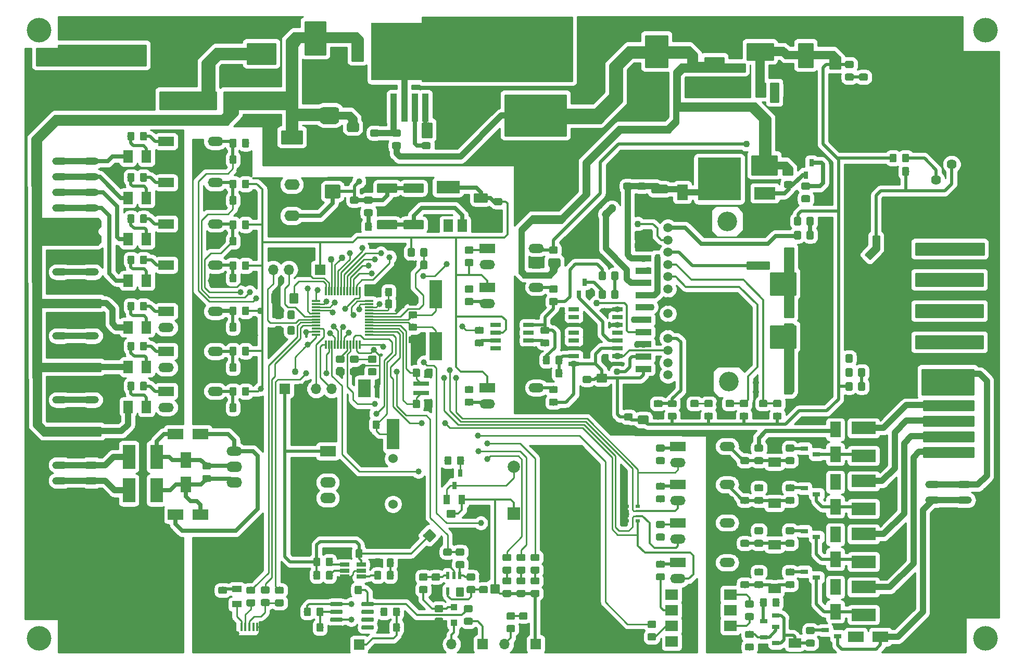
<source format=gtl>
G04 #@! TF.GenerationSoftware,KiCad,Pcbnew,(5.1.2)-2*
G04 #@! TF.CreationDate,2020-01-17T13:49:55+07:00*
G04 #@! TF.ProjectId,ph_door_fume_hood_controller_hw,70685f64-6f6f-4725-9f66-756d655f686f,VinhTho*
G04 #@! TF.SameCoordinates,Original*
G04 #@! TF.FileFunction,Copper,L1,Top*
G04 #@! TF.FilePolarity,Positive*
%FSLAX46Y46*%
G04 Gerber Fmt 4.6, Leading zero omitted, Abs format (unit mm)*
G04 Created by KiCad (PCBNEW (5.1.2)-2) date 2020-01-17 13:49:55*
%MOMM*%
%LPD*%
G04 APERTURE LIST*
%ADD10C,1.500000*%
%ADD11R,2.540000X1.000000*%
%ADD12C,3.200000*%
%ADD13C,4.000000*%
%ADD14R,1.700000X1.700000*%
%ADD15O,1.700000X1.700000*%
%ADD16R,1.000000X1.000000*%
%ADD17O,2.500000X1.250000*%
%ADD18C,0.100000*%
%ADD19C,1.150000*%
%ADD20O,7.724000X5.000000*%
%ADD21R,3.000000X1.000000*%
%ADD22O,0.850000X0.850000*%
%ADD23R,0.400000X1.350000*%
%ADD24O,2.999740X1.501140*%
%ADD25C,1.524000*%
%ADD26R,2.000000X5.000000*%
%ADD27C,1.425000*%
%ADD28R,1.800000X2.500000*%
%ADD29R,2.500000X1.800000*%
%ADD30R,2.000000X1.500000*%
%ADD31R,1.500000X1.000000*%
%ADD32R,1.000000X1.500000*%
%ADD33R,4.000000X2.000000*%
%ADD34R,2.000000X4.000000*%
%ADD35R,1.724000X0.700000*%
%ADD36C,2.000000*%
%ADD37R,2.000000X2.000000*%
%ADD38O,2.500000X1.750000*%
%ADD39R,2.500000X1.750000*%
%ADD40O,2.524000X1.524000*%
%ADD41O,2.524000X1.724000*%
%ADD42R,2.524000X1.724000*%
%ADD43R,0.800100X1.254000*%
%ADD44C,1.100000*%
%ADD45R,7.000000X7.000000*%
%ADD46R,3.500000X2.000000*%
%ADD47R,1.254000X0.800100*%
%ADD48C,1.525000*%
%ADD49R,1.724000X0.654000*%
%ADD50R,0.550000X1.200000*%
%ADD51R,0.300000X1.450000*%
%ADD52R,1.450000X0.300000*%
%ADD53R,1.500000X2.000000*%
%ADD54R,3.800000X2.000000*%
%ADD55R,10.800000X9.400000*%
%ADD56R,1.100000X4.600000*%
%ADD57R,1.560000X0.650000*%
%ADD58C,0.650000*%
%ADD59R,2.000000X4.624000*%
%ADD60R,2.000000X3.000000*%
%ADD61R,2.500000X0.750000*%
%ADD62C,2.500000*%
%ADD63C,1.624000*%
%ADD64O,2.500000X1.500000*%
%ADD65R,2.500000X1.500000*%
%ADD66O,4.000000X2.500000*%
%ADD67C,1.600000*%
%ADD68R,0.800000X0.500000*%
%ADD69R,0.800000X0.400000*%
%ADD70C,2.250000*%
%ADD71R,2.000000X1.780000*%
%ADD72C,1.000000*%
%ADD73C,0.254000*%
%ADD74C,1.000000*%
%ADD75C,0.500000*%
%ADD76C,0.700000*%
%ADD77C,0.350000*%
G04 APERTURE END LIST*
D10*
X166324000Y-70008000D03*
X166324000Y-72008000D03*
X166324000Y-74008000D03*
X166324000Y-76008000D03*
X166324000Y-78008000D03*
X166324000Y-80008000D03*
X166324000Y-82008000D03*
X166324000Y-84008000D03*
X166324000Y-86008000D03*
X166324000Y-88008000D03*
X166324000Y-90008000D03*
X166324000Y-92008000D03*
X166324000Y-94008000D03*
D11*
X162324000Y-93008000D03*
X162324000Y-91008000D03*
X162324000Y-89008000D03*
X162324000Y-87008000D03*
X162324000Y-85008000D03*
X162324000Y-83008000D03*
X162324000Y-81008000D03*
X162324000Y-79008000D03*
X162324000Y-77008000D03*
X162324000Y-75008000D03*
X162324000Y-73008000D03*
X162324000Y-71008000D03*
D12*
X176224000Y-95058000D03*
X175974000Y-68958000D03*
D13*
X64008000Y-37846000D03*
X64008000Y-136906000D03*
X217932000Y-136906000D03*
X217932000Y-37846000D03*
D14*
X109728000Y-76835000D03*
D15*
X107188000Y-76835000D03*
X104648000Y-76835000D03*
X102108000Y-76835000D03*
D16*
X131494000Y-134346000D03*
X131494000Y-131846000D03*
D17*
X72540000Y-108665000D03*
X72540000Y-111205000D03*
X67460000Y-108665000D03*
X67460000Y-111205000D03*
D18*
G36*
X153636505Y-94159204D02*
G01*
X153660773Y-94162804D01*
X153684572Y-94168765D01*
X153707671Y-94177030D01*
X153729850Y-94187520D01*
X153750893Y-94200132D01*
X153770599Y-94214747D01*
X153788777Y-94231223D01*
X153805253Y-94249401D01*
X153819868Y-94269107D01*
X153832480Y-94290150D01*
X153842970Y-94312329D01*
X153851235Y-94335428D01*
X153857196Y-94359227D01*
X153860796Y-94383495D01*
X153862000Y-94407999D01*
X153862000Y-95058001D01*
X153860796Y-95082505D01*
X153857196Y-95106773D01*
X153851235Y-95130572D01*
X153842970Y-95153671D01*
X153832480Y-95175850D01*
X153819868Y-95196893D01*
X153805253Y-95216599D01*
X153788777Y-95234777D01*
X153770599Y-95251253D01*
X153750893Y-95265868D01*
X153729850Y-95278480D01*
X153707671Y-95288970D01*
X153684572Y-95297235D01*
X153660773Y-95303196D01*
X153636505Y-95306796D01*
X153612001Y-95308000D01*
X152711999Y-95308000D01*
X152687495Y-95306796D01*
X152663227Y-95303196D01*
X152639428Y-95297235D01*
X152616329Y-95288970D01*
X152594150Y-95278480D01*
X152573107Y-95265868D01*
X152553401Y-95251253D01*
X152535223Y-95234777D01*
X152518747Y-95216599D01*
X152504132Y-95196893D01*
X152491520Y-95175850D01*
X152481030Y-95153671D01*
X152472765Y-95130572D01*
X152466804Y-95106773D01*
X152463204Y-95082505D01*
X152462000Y-95058001D01*
X152462000Y-94407999D01*
X152463204Y-94383495D01*
X152466804Y-94359227D01*
X152472765Y-94335428D01*
X152481030Y-94312329D01*
X152491520Y-94290150D01*
X152504132Y-94269107D01*
X152518747Y-94249401D01*
X152535223Y-94231223D01*
X152553401Y-94214747D01*
X152573107Y-94200132D01*
X152594150Y-94187520D01*
X152616329Y-94177030D01*
X152639428Y-94168765D01*
X152663227Y-94162804D01*
X152687495Y-94159204D01*
X152711999Y-94158000D01*
X153612001Y-94158000D01*
X153636505Y-94159204D01*
X153636505Y-94159204D01*
G37*
D19*
X153162000Y-94733000D03*
D18*
G36*
X153636505Y-96209204D02*
G01*
X153660773Y-96212804D01*
X153684572Y-96218765D01*
X153707671Y-96227030D01*
X153729850Y-96237520D01*
X153750893Y-96250132D01*
X153770599Y-96264747D01*
X153788777Y-96281223D01*
X153805253Y-96299401D01*
X153819868Y-96319107D01*
X153832480Y-96340150D01*
X153842970Y-96362329D01*
X153851235Y-96385428D01*
X153857196Y-96409227D01*
X153860796Y-96433495D01*
X153862000Y-96457999D01*
X153862000Y-97108001D01*
X153860796Y-97132505D01*
X153857196Y-97156773D01*
X153851235Y-97180572D01*
X153842970Y-97203671D01*
X153832480Y-97225850D01*
X153819868Y-97246893D01*
X153805253Y-97266599D01*
X153788777Y-97284777D01*
X153770599Y-97301253D01*
X153750893Y-97315868D01*
X153729850Y-97328480D01*
X153707671Y-97338970D01*
X153684572Y-97347235D01*
X153660773Y-97353196D01*
X153636505Y-97356796D01*
X153612001Y-97358000D01*
X152711999Y-97358000D01*
X152687495Y-97356796D01*
X152663227Y-97353196D01*
X152639428Y-97347235D01*
X152616329Y-97338970D01*
X152594150Y-97328480D01*
X152573107Y-97315868D01*
X152553401Y-97301253D01*
X152535223Y-97284777D01*
X152518747Y-97266599D01*
X152504132Y-97246893D01*
X152491520Y-97225850D01*
X152481030Y-97203671D01*
X152472765Y-97180572D01*
X152466804Y-97156773D01*
X152463204Y-97132505D01*
X152462000Y-97108001D01*
X152462000Y-96457999D01*
X152463204Y-96433495D01*
X152466804Y-96409227D01*
X152472765Y-96385428D01*
X152481030Y-96362329D01*
X152491520Y-96340150D01*
X152504132Y-96319107D01*
X152518747Y-96299401D01*
X152535223Y-96281223D01*
X152553401Y-96264747D01*
X152573107Y-96250132D01*
X152594150Y-96237520D01*
X152616329Y-96227030D01*
X152639428Y-96218765D01*
X152663227Y-96212804D01*
X152687495Y-96209204D01*
X152711999Y-96208000D01*
X153612001Y-96208000D01*
X153636505Y-96209204D01*
X153636505Y-96209204D01*
G37*
D19*
X153162000Y-96783000D03*
D20*
X144701400Y-39766000D03*
X144676000Y-51766000D03*
D21*
X101488000Y-138253000D03*
X94968800Y-138253000D03*
D22*
X100288000Y-136153000D03*
X96188000Y-136153000D03*
D23*
X99554660Y-135073060D03*
X98904660Y-135073060D03*
X98254660Y-135073060D03*
X97604660Y-135073060D03*
X96954660Y-135073060D03*
D24*
X208280000Y-73406000D03*
X215900000Y-73406000D03*
X208280000Y-78486000D03*
X215900000Y-78486000D03*
X208280000Y-83566000D03*
X215900000Y-83566000D03*
X208280000Y-88646000D03*
X215900000Y-88646000D03*
X73660000Y-46736000D03*
X66040000Y-46736000D03*
X73660000Y-41656000D03*
X66040000Y-41656000D03*
D17*
X67460000Y-82313500D03*
X67460000Y-79773500D03*
X67460000Y-77233500D03*
X72540000Y-82313500D03*
X72540000Y-79773500D03*
X72540000Y-77233500D03*
D18*
G36*
X170908505Y-45409204D02*
G01*
X170932773Y-45412804D01*
X170956572Y-45418765D01*
X170979671Y-45427030D01*
X171001850Y-45437520D01*
X171022893Y-45450132D01*
X171042599Y-45464747D01*
X171060777Y-45481223D01*
X171077253Y-45499401D01*
X171091868Y-45519107D01*
X171104480Y-45540150D01*
X171114970Y-45562329D01*
X171123235Y-45585428D01*
X171129196Y-45609227D01*
X171132796Y-45633495D01*
X171134000Y-45657999D01*
X171134000Y-46308001D01*
X171132796Y-46332505D01*
X171129196Y-46356773D01*
X171123235Y-46380572D01*
X171114970Y-46403671D01*
X171104480Y-46425850D01*
X171091868Y-46446893D01*
X171077253Y-46466599D01*
X171060777Y-46484777D01*
X171042599Y-46501253D01*
X171022893Y-46515868D01*
X171001850Y-46528480D01*
X170979671Y-46538970D01*
X170956572Y-46547235D01*
X170932773Y-46553196D01*
X170908505Y-46556796D01*
X170884001Y-46558000D01*
X169983999Y-46558000D01*
X169959495Y-46556796D01*
X169935227Y-46553196D01*
X169911428Y-46547235D01*
X169888329Y-46538970D01*
X169866150Y-46528480D01*
X169845107Y-46515868D01*
X169825401Y-46501253D01*
X169807223Y-46484777D01*
X169790747Y-46466599D01*
X169776132Y-46446893D01*
X169763520Y-46425850D01*
X169753030Y-46403671D01*
X169744765Y-46380572D01*
X169738804Y-46356773D01*
X169735204Y-46332505D01*
X169734000Y-46308001D01*
X169734000Y-45657999D01*
X169735204Y-45633495D01*
X169738804Y-45609227D01*
X169744765Y-45585428D01*
X169753030Y-45562329D01*
X169763520Y-45540150D01*
X169776132Y-45519107D01*
X169790747Y-45499401D01*
X169807223Y-45481223D01*
X169825401Y-45464747D01*
X169845107Y-45450132D01*
X169866150Y-45437520D01*
X169888329Y-45427030D01*
X169911428Y-45418765D01*
X169935227Y-45412804D01*
X169959495Y-45409204D01*
X169983999Y-45408000D01*
X170884001Y-45408000D01*
X170908505Y-45409204D01*
X170908505Y-45409204D01*
G37*
D19*
X170434000Y-45983000D03*
D18*
G36*
X170908505Y-43359204D02*
G01*
X170932773Y-43362804D01*
X170956572Y-43368765D01*
X170979671Y-43377030D01*
X171001850Y-43387520D01*
X171022893Y-43400132D01*
X171042599Y-43414747D01*
X171060777Y-43431223D01*
X171077253Y-43449401D01*
X171091868Y-43469107D01*
X171104480Y-43490150D01*
X171114970Y-43512329D01*
X171123235Y-43535428D01*
X171129196Y-43559227D01*
X171132796Y-43583495D01*
X171134000Y-43607999D01*
X171134000Y-44258001D01*
X171132796Y-44282505D01*
X171129196Y-44306773D01*
X171123235Y-44330572D01*
X171114970Y-44353671D01*
X171104480Y-44375850D01*
X171091868Y-44396893D01*
X171077253Y-44416599D01*
X171060777Y-44434777D01*
X171042599Y-44451253D01*
X171022893Y-44465868D01*
X171001850Y-44478480D01*
X170979671Y-44488970D01*
X170956572Y-44497235D01*
X170932773Y-44503196D01*
X170908505Y-44506796D01*
X170884001Y-44508000D01*
X169983999Y-44508000D01*
X169959495Y-44506796D01*
X169935227Y-44503196D01*
X169911428Y-44497235D01*
X169888329Y-44488970D01*
X169866150Y-44478480D01*
X169845107Y-44465868D01*
X169825401Y-44451253D01*
X169807223Y-44434777D01*
X169790747Y-44416599D01*
X169776132Y-44396893D01*
X169763520Y-44375850D01*
X169753030Y-44353671D01*
X169744765Y-44330572D01*
X169738804Y-44306773D01*
X169735204Y-44282505D01*
X169734000Y-44258001D01*
X169734000Y-43607999D01*
X169735204Y-43583495D01*
X169738804Y-43559227D01*
X169744765Y-43535428D01*
X169753030Y-43512329D01*
X169763520Y-43490150D01*
X169776132Y-43469107D01*
X169790747Y-43449401D01*
X169807223Y-43431223D01*
X169825401Y-43414747D01*
X169845107Y-43400132D01*
X169866150Y-43387520D01*
X169888329Y-43377030D01*
X169911428Y-43368765D01*
X169935227Y-43362804D01*
X169959495Y-43359204D01*
X169983999Y-43358000D01*
X170884001Y-43358000D01*
X170908505Y-43359204D01*
X170908505Y-43359204D01*
G37*
D19*
X170434000Y-43933000D03*
D15*
X111633000Y-96266000D03*
X109093000Y-96266000D03*
X106553000Y-96266000D03*
D14*
X104013000Y-96266000D03*
D25*
X121596000Y-115032000D03*
X121596000Y-107632000D03*
D26*
X121596000Y-119632000D03*
X121596000Y-103632000D03*
D18*
G36*
X156224504Y-96788204D02*
G01*
X156248773Y-96791804D01*
X156272571Y-96797765D01*
X156295671Y-96806030D01*
X156317849Y-96816520D01*
X156338893Y-96829133D01*
X156358598Y-96843747D01*
X156376777Y-96860223D01*
X156393253Y-96878402D01*
X156407867Y-96898107D01*
X156420480Y-96919151D01*
X156430970Y-96941329D01*
X156439235Y-96964429D01*
X156445196Y-96988227D01*
X156448796Y-97012496D01*
X156450000Y-97037000D01*
X156450000Y-97962000D01*
X156448796Y-97986504D01*
X156445196Y-98010773D01*
X156439235Y-98034571D01*
X156430970Y-98057671D01*
X156420480Y-98079849D01*
X156407867Y-98100893D01*
X156393253Y-98120598D01*
X156376777Y-98138777D01*
X156358598Y-98155253D01*
X156338893Y-98169867D01*
X156317849Y-98182480D01*
X156295671Y-98192970D01*
X156272571Y-98201235D01*
X156248773Y-98207196D01*
X156224504Y-98210796D01*
X156200000Y-98212000D01*
X154950000Y-98212000D01*
X154925496Y-98210796D01*
X154901227Y-98207196D01*
X154877429Y-98201235D01*
X154854329Y-98192970D01*
X154832151Y-98182480D01*
X154811107Y-98169867D01*
X154791402Y-98155253D01*
X154773223Y-98138777D01*
X154756747Y-98120598D01*
X154742133Y-98100893D01*
X154729520Y-98079849D01*
X154719030Y-98057671D01*
X154710765Y-98034571D01*
X154704804Y-98010773D01*
X154701204Y-97986504D01*
X154700000Y-97962000D01*
X154700000Y-97037000D01*
X154701204Y-97012496D01*
X154704804Y-96988227D01*
X154710765Y-96964429D01*
X154719030Y-96941329D01*
X154729520Y-96919151D01*
X154742133Y-96898107D01*
X154756747Y-96878402D01*
X154773223Y-96860223D01*
X154791402Y-96843747D01*
X154811107Y-96829133D01*
X154832151Y-96816520D01*
X154854329Y-96806030D01*
X154877429Y-96797765D01*
X154901227Y-96791804D01*
X154925496Y-96788204D01*
X154950000Y-96787000D01*
X156200000Y-96787000D01*
X156224504Y-96788204D01*
X156224504Y-96788204D01*
G37*
D27*
X155575000Y-97499500D03*
D18*
G36*
X156224504Y-93813204D02*
G01*
X156248773Y-93816804D01*
X156272571Y-93822765D01*
X156295671Y-93831030D01*
X156317849Y-93841520D01*
X156338893Y-93854133D01*
X156358598Y-93868747D01*
X156376777Y-93885223D01*
X156393253Y-93903402D01*
X156407867Y-93923107D01*
X156420480Y-93944151D01*
X156430970Y-93966329D01*
X156439235Y-93989429D01*
X156445196Y-94013227D01*
X156448796Y-94037496D01*
X156450000Y-94062000D01*
X156450000Y-94987000D01*
X156448796Y-95011504D01*
X156445196Y-95035773D01*
X156439235Y-95059571D01*
X156430970Y-95082671D01*
X156420480Y-95104849D01*
X156407867Y-95125893D01*
X156393253Y-95145598D01*
X156376777Y-95163777D01*
X156358598Y-95180253D01*
X156338893Y-95194867D01*
X156317849Y-95207480D01*
X156295671Y-95217970D01*
X156272571Y-95226235D01*
X156248773Y-95232196D01*
X156224504Y-95235796D01*
X156200000Y-95237000D01*
X154950000Y-95237000D01*
X154925496Y-95235796D01*
X154901227Y-95232196D01*
X154877429Y-95226235D01*
X154854329Y-95217970D01*
X154832151Y-95207480D01*
X154811107Y-95194867D01*
X154791402Y-95180253D01*
X154773223Y-95163777D01*
X154756747Y-95145598D01*
X154742133Y-95125893D01*
X154729520Y-95104849D01*
X154719030Y-95082671D01*
X154710765Y-95059571D01*
X154704804Y-95035773D01*
X154701204Y-95011504D01*
X154700000Y-94987000D01*
X154700000Y-94062000D01*
X154701204Y-94037496D01*
X154704804Y-94013227D01*
X154710765Y-93989429D01*
X154719030Y-93966329D01*
X154729520Y-93944151D01*
X154742133Y-93923107D01*
X154756747Y-93903402D01*
X154773223Y-93885223D01*
X154791402Y-93868747D01*
X154811107Y-93854133D01*
X154832151Y-93841520D01*
X154854329Y-93831030D01*
X154877429Y-93822765D01*
X154901227Y-93816804D01*
X154925496Y-93813204D01*
X154950000Y-93812000D01*
X156200000Y-93812000D01*
X156224504Y-93813204D01*
X156224504Y-93813204D01*
G37*
D27*
X155575000Y-94524500D03*
D18*
G36*
X162955504Y-97623204D02*
G01*
X162979773Y-97626804D01*
X163003571Y-97632765D01*
X163026671Y-97641030D01*
X163048849Y-97651520D01*
X163069893Y-97664133D01*
X163089598Y-97678747D01*
X163107777Y-97695223D01*
X163124253Y-97713402D01*
X163138867Y-97733107D01*
X163151480Y-97754151D01*
X163161970Y-97776329D01*
X163170235Y-97799429D01*
X163176196Y-97823227D01*
X163179796Y-97847496D01*
X163181000Y-97872000D01*
X163181000Y-98797000D01*
X163179796Y-98821504D01*
X163176196Y-98845773D01*
X163170235Y-98869571D01*
X163161970Y-98892671D01*
X163151480Y-98914849D01*
X163138867Y-98935893D01*
X163124253Y-98955598D01*
X163107777Y-98973777D01*
X163089598Y-98990253D01*
X163069893Y-99004867D01*
X163048849Y-99017480D01*
X163026671Y-99027970D01*
X163003571Y-99036235D01*
X162979773Y-99042196D01*
X162955504Y-99045796D01*
X162931000Y-99047000D01*
X161681000Y-99047000D01*
X161656496Y-99045796D01*
X161632227Y-99042196D01*
X161608429Y-99036235D01*
X161585329Y-99027970D01*
X161563151Y-99017480D01*
X161542107Y-99004867D01*
X161522402Y-98990253D01*
X161504223Y-98973777D01*
X161487747Y-98955598D01*
X161473133Y-98935893D01*
X161460520Y-98914849D01*
X161450030Y-98892671D01*
X161441765Y-98869571D01*
X161435804Y-98845773D01*
X161432204Y-98821504D01*
X161431000Y-98797000D01*
X161431000Y-97872000D01*
X161432204Y-97847496D01*
X161435804Y-97823227D01*
X161441765Y-97799429D01*
X161450030Y-97776329D01*
X161460520Y-97754151D01*
X161473133Y-97733107D01*
X161487747Y-97713402D01*
X161504223Y-97695223D01*
X161522402Y-97678747D01*
X161542107Y-97664133D01*
X161563151Y-97651520D01*
X161585329Y-97641030D01*
X161608429Y-97632765D01*
X161632227Y-97626804D01*
X161656496Y-97623204D01*
X161681000Y-97622000D01*
X162931000Y-97622000D01*
X162955504Y-97623204D01*
X162955504Y-97623204D01*
G37*
D27*
X162306000Y-98334500D03*
D18*
G36*
X162955504Y-100598204D02*
G01*
X162979773Y-100601804D01*
X163003571Y-100607765D01*
X163026671Y-100616030D01*
X163048849Y-100626520D01*
X163069893Y-100639133D01*
X163089598Y-100653747D01*
X163107777Y-100670223D01*
X163124253Y-100688402D01*
X163138867Y-100708107D01*
X163151480Y-100729151D01*
X163161970Y-100751329D01*
X163170235Y-100774429D01*
X163176196Y-100798227D01*
X163179796Y-100822496D01*
X163181000Y-100847000D01*
X163181000Y-101772000D01*
X163179796Y-101796504D01*
X163176196Y-101820773D01*
X163170235Y-101844571D01*
X163161970Y-101867671D01*
X163151480Y-101889849D01*
X163138867Y-101910893D01*
X163124253Y-101930598D01*
X163107777Y-101948777D01*
X163089598Y-101965253D01*
X163069893Y-101979867D01*
X163048849Y-101992480D01*
X163026671Y-102002970D01*
X163003571Y-102011235D01*
X162979773Y-102017196D01*
X162955504Y-102020796D01*
X162931000Y-102022000D01*
X161681000Y-102022000D01*
X161656496Y-102020796D01*
X161632227Y-102017196D01*
X161608429Y-102011235D01*
X161585329Y-102002970D01*
X161563151Y-101992480D01*
X161542107Y-101979867D01*
X161522402Y-101965253D01*
X161504223Y-101948777D01*
X161487747Y-101930598D01*
X161473133Y-101910893D01*
X161460520Y-101889849D01*
X161450030Y-101867671D01*
X161441765Y-101844571D01*
X161435804Y-101820773D01*
X161432204Y-101796504D01*
X161431000Y-101772000D01*
X161431000Y-100847000D01*
X161432204Y-100822496D01*
X161435804Y-100798227D01*
X161441765Y-100774429D01*
X161450030Y-100751329D01*
X161460520Y-100729151D01*
X161473133Y-100708107D01*
X161487747Y-100688402D01*
X161504223Y-100670223D01*
X161522402Y-100653747D01*
X161542107Y-100639133D01*
X161563151Y-100626520D01*
X161585329Y-100616030D01*
X161608429Y-100607765D01*
X161632227Y-100601804D01*
X161656496Y-100598204D01*
X161681000Y-100597000D01*
X162931000Y-100597000D01*
X162955504Y-100598204D01*
X162955504Y-100598204D01*
G37*
D27*
X162306000Y-101309500D03*
D18*
G36*
X160367505Y-98223204D02*
G01*
X160391773Y-98226804D01*
X160415572Y-98232765D01*
X160438671Y-98241030D01*
X160460850Y-98251520D01*
X160481893Y-98264132D01*
X160501599Y-98278747D01*
X160519777Y-98295223D01*
X160536253Y-98313401D01*
X160550868Y-98333107D01*
X160563480Y-98354150D01*
X160573970Y-98376329D01*
X160582235Y-98399428D01*
X160588196Y-98423227D01*
X160591796Y-98447495D01*
X160593000Y-98471999D01*
X160593000Y-99122001D01*
X160591796Y-99146505D01*
X160588196Y-99170773D01*
X160582235Y-99194572D01*
X160573970Y-99217671D01*
X160563480Y-99239850D01*
X160550868Y-99260893D01*
X160536253Y-99280599D01*
X160519777Y-99298777D01*
X160501599Y-99315253D01*
X160481893Y-99329868D01*
X160460850Y-99342480D01*
X160438671Y-99352970D01*
X160415572Y-99361235D01*
X160391773Y-99367196D01*
X160367505Y-99370796D01*
X160343001Y-99372000D01*
X159442999Y-99372000D01*
X159418495Y-99370796D01*
X159394227Y-99367196D01*
X159370428Y-99361235D01*
X159347329Y-99352970D01*
X159325150Y-99342480D01*
X159304107Y-99329868D01*
X159284401Y-99315253D01*
X159266223Y-99298777D01*
X159249747Y-99280599D01*
X159235132Y-99260893D01*
X159222520Y-99239850D01*
X159212030Y-99217671D01*
X159203765Y-99194572D01*
X159197804Y-99170773D01*
X159194204Y-99146505D01*
X159193000Y-99122001D01*
X159193000Y-98471999D01*
X159194204Y-98447495D01*
X159197804Y-98423227D01*
X159203765Y-98399428D01*
X159212030Y-98376329D01*
X159222520Y-98354150D01*
X159235132Y-98333107D01*
X159249747Y-98313401D01*
X159266223Y-98295223D01*
X159284401Y-98278747D01*
X159304107Y-98264132D01*
X159325150Y-98251520D01*
X159347329Y-98241030D01*
X159370428Y-98232765D01*
X159394227Y-98226804D01*
X159418495Y-98223204D01*
X159442999Y-98222000D01*
X160343001Y-98222000D01*
X160367505Y-98223204D01*
X160367505Y-98223204D01*
G37*
D19*
X159893000Y-98797000D03*
D18*
G36*
X160367505Y-100273204D02*
G01*
X160391773Y-100276804D01*
X160415572Y-100282765D01*
X160438671Y-100291030D01*
X160460850Y-100301520D01*
X160481893Y-100314132D01*
X160501599Y-100328747D01*
X160519777Y-100345223D01*
X160536253Y-100363401D01*
X160550868Y-100383107D01*
X160563480Y-100404150D01*
X160573970Y-100426329D01*
X160582235Y-100449428D01*
X160588196Y-100473227D01*
X160591796Y-100497495D01*
X160593000Y-100521999D01*
X160593000Y-101172001D01*
X160591796Y-101196505D01*
X160588196Y-101220773D01*
X160582235Y-101244572D01*
X160573970Y-101267671D01*
X160563480Y-101289850D01*
X160550868Y-101310893D01*
X160536253Y-101330599D01*
X160519777Y-101348777D01*
X160501599Y-101365253D01*
X160481893Y-101379868D01*
X160460850Y-101392480D01*
X160438671Y-101402970D01*
X160415572Y-101411235D01*
X160391773Y-101417196D01*
X160367505Y-101420796D01*
X160343001Y-101422000D01*
X159442999Y-101422000D01*
X159418495Y-101420796D01*
X159394227Y-101417196D01*
X159370428Y-101411235D01*
X159347329Y-101402970D01*
X159325150Y-101392480D01*
X159304107Y-101379868D01*
X159284401Y-101365253D01*
X159266223Y-101348777D01*
X159249747Y-101330599D01*
X159235132Y-101310893D01*
X159222520Y-101289850D01*
X159212030Y-101267671D01*
X159203765Y-101244572D01*
X159197804Y-101220773D01*
X159194204Y-101196505D01*
X159193000Y-101172001D01*
X159193000Y-100521999D01*
X159194204Y-100497495D01*
X159197804Y-100473227D01*
X159203765Y-100449428D01*
X159212030Y-100426329D01*
X159222520Y-100404150D01*
X159235132Y-100383107D01*
X159249747Y-100363401D01*
X159266223Y-100345223D01*
X159284401Y-100328747D01*
X159304107Y-100314132D01*
X159325150Y-100301520D01*
X159347329Y-100291030D01*
X159370428Y-100282765D01*
X159394227Y-100276804D01*
X159418495Y-100273204D01*
X159442999Y-100272000D01*
X160343001Y-100272000D01*
X160367505Y-100273204D01*
X160367505Y-100273204D01*
G37*
D19*
X159893000Y-100847000D03*
D18*
G36*
X166072504Y-60039204D02*
G01*
X166096773Y-60042804D01*
X166120571Y-60048765D01*
X166143671Y-60057030D01*
X166165849Y-60067520D01*
X166186893Y-60080133D01*
X166206598Y-60094747D01*
X166224777Y-60111223D01*
X166241253Y-60129402D01*
X166255867Y-60149107D01*
X166268480Y-60170151D01*
X166278970Y-60192329D01*
X166287235Y-60215429D01*
X166293196Y-60239227D01*
X166296796Y-60263496D01*
X166298000Y-60288000D01*
X166298000Y-61213000D01*
X166296796Y-61237504D01*
X166293196Y-61261773D01*
X166287235Y-61285571D01*
X166278970Y-61308671D01*
X166268480Y-61330849D01*
X166255867Y-61351893D01*
X166241253Y-61371598D01*
X166224777Y-61389777D01*
X166206598Y-61406253D01*
X166186893Y-61420867D01*
X166165849Y-61433480D01*
X166143671Y-61443970D01*
X166120571Y-61452235D01*
X166096773Y-61458196D01*
X166072504Y-61461796D01*
X166048000Y-61463000D01*
X163898000Y-61463000D01*
X163873496Y-61461796D01*
X163849227Y-61458196D01*
X163825429Y-61452235D01*
X163802329Y-61443970D01*
X163780151Y-61433480D01*
X163759107Y-61420867D01*
X163739402Y-61406253D01*
X163721223Y-61389777D01*
X163704747Y-61371598D01*
X163690133Y-61351893D01*
X163677520Y-61330849D01*
X163667030Y-61308671D01*
X163658765Y-61285571D01*
X163652804Y-61261773D01*
X163649204Y-61237504D01*
X163648000Y-61213000D01*
X163648000Y-60288000D01*
X163649204Y-60263496D01*
X163652804Y-60239227D01*
X163658765Y-60215429D01*
X163667030Y-60192329D01*
X163677520Y-60170151D01*
X163690133Y-60149107D01*
X163704747Y-60129402D01*
X163721223Y-60111223D01*
X163739402Y-60094747D01*
X163759107Y-60080133D01*
X163780151Y-60067520D01*
X163802329Y-60057030D01*
X163825429Y-60048765D01*
X163849227Y-60042804D01*
X163873496Y-60039204D01*
X163898000Y-60038000D01*
X166048000Y-60038000D01*
X166072504Y-60039204D01*
X166072504Y-60039204D01*
G37*
D27*
X164973000Y-60750500D03*
D18*
G36*
X166072504Y-63014204D02*
G01*
X166096773Y-63017804D01*
X166120571Y-63023765D01*
X166143671Y-63032030D01*
X166165849Y-63042520D01*
X166186893Y-63055133D01*
X166206598Y-63069747D01*
X166224777Y-63086223D01*
X166241253Y-63104402D01*
X166255867Y-63124107D01*
X166268480Y-63145151D01*
X166278970Y-63167329D01*
X166287235Y-63190429D01*
X166293196Y-63214227D01*
X166296796Y-63238496D01*
X166298000Y-63263000D01*
X166298000Y-64188000D01*
X166296796Y-64212504D01*
X166293196Y-64236773D01*
X166287235Y-64260571D01*
X166278970Y-64283671D01*
X166268480Y-64305849D01*
X166255867Y-64326893D01*
X166241253Y-64346598D01*
X166224777Y-64364777D01*
X166206598Y-64381253D01*
X166186893Y-64395867D01*
X166165849Y-64408480D01*
X166143671Y-64418970D01*
X166120571Y-64427235D01*
X166096773Y-64433196D01*
X166072504Y-64436796D01*
X166048000Y-64438000D01*
X163898000Y-64438000D01*
X163873496Y-64436796D01*
X163849227Y-64433196D01*
X163825429Y-64427235D01*
X163802329Y-64418970D01*
X163780151Y-64408480D01*
X163759107Y-64395867D01*
X163739402Y-64381253D01*
X163721223Y-64364777D01*
X163704747Y-64346598D01*
X163690133Y-64326893D01*
X163677520Y-64305849D01*
X163667030Y-64283671D01*
X163658765Y-64260571D01*
X163652804Y-64236773D01*
X163649204Y-64212504D01*
X163648000Y-64188000D01*
X163648000Y-63263000D01*
X163649204Y-63238496D01*
X163652804Y-63214227D01*
X163658765Y-63190429D01*
X163667030Y-63167329D01*
X163677520Y-63145151D01*
X163690133Y-63124107D01*
X163704747Y-63104402D01*
X163721223Y-63086223D01*
X163739402Y-63069747D01*
X163759107Y-63055133D01*
X163780151Y-63042520D01*
X163802329Y-63032030D01*
X163825429Y-63023765D01*
X163849227Y-63017804D01*
X163873496Y-63014204D01*
X163898000Y-63013000D01*
X166048000Y-63013000D01*
X166072504Y-63014204D01*
X166072504Y-63014204D01*
G37*
D27*
X164973000Y-63725500D03*
D18*
G36*
X129047505Y-128386204D02*
G01*
X129071773Y-128389804D01*
X129095572Y-128395765D01*
X129118671Y-128404030D01*
X129140850Y-128414520D01*
X129161893Y-128427132D01*
X129181599Y-128441747D01*
X129199777Y-128458223D01*
X129216253Y-128476401D01*
X129230868Y-128496107D01*
X129243480Y-128517150D01*
X129253970Y-128539329D01*
X129262235Y-128562428D01*
X129268196Y-128586227D01*
X129271796Y-128610495D01*
X129273000Y-128634999D01*
X129273000Y-129285001D01*
X129271796Y-129309505D01*
X129268196Y-129333773D01*
X129262235Y-129357572D01*
X129253970Y-129380671D01*
X129243480Y-129402850D01*
X129230868Y-129423893D01*
X129216253Y-129443599D01*
X129199777Y-129461777D01*
X129181599Y-129478253D01*
X129161893Y-129492868D01*
X129140850Y-129505480D01*
X129118671Y-129515970D01*
X129095572Y-129524235D01*
X129071773Y-129530196D01*
X129047505Y-129533796D01*
X129023001Y-129535000D01*
X128122999Y-129535000D01*
X128098495Y-129533796D01*
X128074227Y-129530196D01*
X128050428Y-129524235D01*
X128027329Y-129515970D01*
X128005150Y-129505480D01*
X127984107Y-129492868D01*
X127964401Y-129478253D01*
X127946223Y-129461777D01*
X127929747Y-129443599D01*
X127915132Y-129423893D01*
X127902520Y-129402850D01*
X127892030Y-129380671D01*
X127883765Y-129357572D01*
X127877804Y-129333773D01*
X127874204Y-129309505D01*
X127873000Y-129285001D01*
X127873000Y-128634999D01*
X127874204Y-128610495D01*
X127877804Y-128586227D01*
X127883765Y-128562428D01*
X127892030Y-128539329D01*
X127902520Y-128517150D01*
X127915132Y-128496107D01*
X127929747Y-128476401D01*
X127946223Y-128458223D01*
X127964401Y-128441747D01*
X127984107Y-128427132D01*
X128005150Y-128414520D01*
X128027329Y-128404030D01*
X128050428Y-128395765D01*
X128074227Y-128389804D01*
X128098495Y-128386204D01*
X128122999Y-128385000D01*
X129023001Y-128385000D01*
X129047505Y-128386204D01*
X129047505Y-128386204D01*
G37*
D19*
X128573000Y-128960000D03*
D18*
G36*
X129047505Y-126336204D02*
G01*
X129071773Y-126339804D01*
X129095572Y-126345765D01*
X129118671Y-126354030D01*
X129140850Y-126364520D01*
X129161893Y-126377132D01*
X129181599Y-126391747D01*
X129199777Y-126408223D01*
X129216253Y-126426401D01*
X129230868Y-126446107D01*
X129243480Y-126467150D01*
X129253970Y-126489329D01*
X129262235Y-126512428D01*
X129268196Y-126536227D01*
X129271796Y-126560495D01*
X129273000Y-126584999D01*
X129273000Y-127235001D01*
X129271796Y-127259505D01*
X129268196Y-127283773D01*
X129262235Y-127307572D01*
X129253970Y-127330671D01*
X129243480Y-127352850D01*
X129230868Y-127373893D01*
X129216253Y-127393599D01*
X129199777Y-127411777D01*
X129181599Y-127428253D01*
X129161893Y-127442868D01*
X129140850Y-127455480D01*
X129118671Y-127465970D01*
X129095572Y-127474235D01*
X129071773Y-127480196D01*
X129047505Y-127483796D01*
X129023001Y-127485000D01*
X128122999Y-127485000D01*
X128098495Y-127483796D01*
X128074227Y-127480196D01*
X128050428Y-127474235D01*
X128027329Y-127465970D01*
X128005150Y-127455480D01*
X127984107Y-127442868D01*
X127964401Y-127428253D01*
X127946223Y-127411777D01*
X127929747Y-127393599D01*
X127915132Y-127373893D01*
X127902520Y-127352850D01*
X127892030Y-127330671D01*
X127883765Y-127307572D01*
X127877804Y-127283773D01*
X127874204Y-127259505D01*
X127873000Y-127235001D01*
X127873000Y-126584999D01*
X127874204Y-126560495D01*
X127877804Y-126536227D01*
X127883765Y-126512428D01*
X127892030Y-126489329D01*
X127902520Y-126467150D01*
X127915132Y-126446107D01*
X127929747Y-126426401D01*
X127946223Y-126408223D01*
X127964401Y-126391747D01*
X127984107Y-126377132D01*
X128005150Y-126364520D01*
X128027329Y-126354030D01*
X128050428Y-126345765D01*
X128074227Y-126339804D01*
X128098495Y-126336204D01*
X128122999Y-126335000D01*
X129023001Y-126335000D01*
X129047505Y-126336204D01*
X129047505Y-126336204D01*
G37*
D19*
X128573000Y-126910000D03*
D18*
G36*
X160240505Y-62681204D02*
G01*
X160264773Y-62684804D01*
X160288572Y-62690765D01*
X160311671Y-62699030D01*
X160333850Y-62709520D01*
X160354893Y-62722132D01*
X160374599Y-62736747D01*
X160392777Y-62753223D01*
X160409253Y-62771401D01*
X160423868Y-62791107D01*
X160436480Y-62812150D01*
X160446970Y-62834329D01*
X160455235Y-62857428D01*
X160461196Y-62881227D01*
X160464796Y-62905495D01*
X160466000Y-62929999D01*
X160466000Y-63580001D01*
X160464796Y-63604505D01*
X160461196Y-63628773D01*
X160455235Y-63652572D01*
X160446970Y-63675671D01*
X160436480Y-63697850D01*
X160423868Y-63718893D01*
X160409253Y-63738599D01*
X160392777Y-63756777D01*
X160374599Y-63773253D01*
X160354893Y-63787868D01*
X160333850Y-63800480D01*
X160311671Y-63810970D01*
X160288572Y-63819235D01*
X160264773Y-63825196D01*
X160240505Y-63828796D01*
X160216001Y-63830000D01*
X159315999Y-63830000D01*
X159291495Y-63828796D01*
X159267227Y-63825196D01*
X159243428Y-63819235D01*
X159220329Y-63810970D01*
X159198150Y-63800480D01*
X159177107Y-63787868D01*
X159157401Y-63773253D01*
X159139223Y-63756777D01*
X159122747Y-63738599D01*
X159108132Y-63718893D01*
X159095520Y-63697850D01*
X159085030Y-63675671D01*
X159076765Y-63652572D01*
X159070804Y-63628773D01*
X159067204Y-63604505D01*
X159066000Y-63580001D01*
X159066000Y-62929999D01*
X159067204Y-62905495D01*
X159070804Y-62881227D01*
X159076765Y-62857428D01*
X159085030Y-62834329D01*
X159095520Y-62812150D01*
X159108132Y-62791107D01*
X159122747Y-62771401D01*
X159139223Y-62753223D01*
X159157401Y-62736747D01*
X159177107Y-62722132D01*
X159198150Y-62709520D01*
X159220329Y-62699030D01*
X159243428Y-62690765D01*
X159267227Y-62684804D01*
X159291495Y-62681204D01*
X159315999Y-62680000D01*
X160216001Y-62680000D01*
X160240505Y-62681204D01*
X160240505Y-62681204D01*
G37*
D19*
X159766000Y-63255000D03*
D18*
G36*
X160240505Y-60631204D02*
G01*
X160264773Y-60634804D01*
X160288572Y-60640765D01*
X160311671Y-60649030D01*
X160333850Y-60659520D01*
X160354893Y-60672132D01*
X160374599Y-60686747D01*
X160392777Y-60703223D01*
X160409253Y-60721401D01*
X160423868Y-60741107D01*
X160436480Y-60762150D01*
X160446970Y-60784329D01*
X160455235Y-60807428D01*
X160461196Y-60831227D01*
X160464796Y-60855495D01*
X160466000Y-60879999D01*
X160466000Y-61530001D01*
X160464796Y-61554505D01*
X160461196Y-61578773D01*
X160455235Y-61602572D01*
X160446970Y-61625671D01*
X160436480Y-61647850D01*
X160423868Y-61668893D01*
X160409253Y-61688599D01*
X160392777Y-61706777D01*
X160374599Y-61723253D01*
X160354893Y-61737868D01*
X160333850Y-61750480D01*
X160311671Y-61760970D01*
X160288572Y-61769235D01*
X160264773Y-61775196D01*
X160240505Y-61778796D01*
X160216001Y-61780000D01*
X159315999Y-61780000D01*
X159291495Y-61778796D01*
X159267227Y-61775196D01*
X159243428Y-61769235D01*
X159220329Y-61760970D01*
X159198150Y-61750480D01*
X159177107Y-61737868D01*
X159157401Y-61723253D01*
X159139223Y-61706777D01*
X159122747Y-61688599D01*
X159108132Y-61668893D01*
X159095520Y-61647850D01*
X159085030Y-61625671D01*
X159076765Y-61602572D01*
X159070804Y-61578773D01*
X159067204Y-61554505D01*
X159066000Y-61530001D01*
X159066000Y-60879999D01*
X159067204Y-60855495D01*
X159070804Y-60831227D01*
X159076765Y-60807428D01*
X159085030Y-60784329D01*
X159095520Y-60762150D01*
X159108132Y-60741107D01*
X159122747Y-60721401D01*
X159139223Y-60703223D01*
X159157401Y-60686747D01*
X159177107Y-60672132D01*
X159198150Y-60659520D01*
X159220329Y-60649030D01*
X159243428Y-60640765D01*
X159267227Y-60634804D01*
X159291495Y-60631204D01*
X159315999Y-60630000D01*
X160216001Y-60630000D01*
X160240505Y-60631204D01*
X160240505Y-60631204D01*
G37*
D19*
X159766000Y-61205000D03*
D18*
G36*
X162526505Y-62689204D02*
G01*
X162550773Y-62692804D01*
X162574572Y-62698765D01*
X162597671Y-62707030D01*
X162619850Y-62717520D01*
X162640893Y-62730132D01*
X162660599Y-62744747D01*
X162678777Y-62761223D01*
X162695253Y-62779401D01*
X162709868Y-62799107D01*
X162722480Y-62820150D01*
X162732970Y-62842329D01*
X162741235Y-62865428D01*
X162747196Y-62889227D01*
X162750796Y-62913495D01*
X162752000Y-62937999D01*
X162752000Y-63588001D01*
X162750796Y-63612505D01*
X162747196Y-63636773D01*
X162741235Y-63660572D01*
X162732970Y-63683671D01*
X162722480Y-63705850D01*
X162709868Y-63726893D01*
X162695253Y-63746599D01*
X162678777Y-63764777D01*
X162660599Y-63781253D01*
X162640893Y-63795868D01*
X162619850Y-63808480D01*
X162597671Y-63818970D01*
X162574572Y-63827235D01*
X162550773Y-63833196D01*
X162526505Y-63836796D01*
X162502001Y-63838000D01*
X161601999Y-63838000D01*
X161577495Y-63836796D01*
X161553227Y-63833196D01*
X161529428Y-63827235D01*
X161506329Y-63818970D01*
X161484150Y-63808480D01*
X161463107Y-63795868D01*
X161443401Y-63781253D01*
X161425223Y-63764777D01*
X161408747Y-63746599D01*
X161394132Y-63726893D01*
X161381520Y-63705850D01*
X161371030Y-63683671D01*
X161362765Y-63660572D01*
X161356804Y-63636773D01*
X161353204Y-63612505D01*
X161352000Y-63588001D01*
X161352000Y-62937999D01*
X161353204Y-62913495D01*
X161356804Y-62889227D01*
X161362765Y-62865428D01*
X161371030Y-62842329D01*
X161381520Y-62820150D01*
X161394132Y-62799107D01*
X161408747Y-62779401D01*
X161425223Y-62761223D01*
X161443401Y-62744747D01*
X161463107Y-62730132D01*
X161484150Y-62717520D01*
X161506329Y-62707030D01*
X161529428Y-62698765D01*
X161553227Y-62692804D01*
X161577495Y-62689204D01*
X161601999Y-62688000D01*
X162502001Y-62688000D01*
X162526505Y-62689204D01*
X162526505Y-62689204D01*
G37*
D19*
X162052000Y-63263000D03*
D18*
G36*
X162526505Y-60639204D02*
G01*
X162550773Y-60642804D01*
X162574572Y-60648765D01*
X162597671Y-60657030D01*
X162619850Y-60667520D01*
X162640893Y-60680132D01*
X162660599Y-60694747D01*
X162678777Y-60711223D01*
X162695253Y-60729401D01*
X162709868Y-60749107D01*
X162722480Y-60770150D01*
X162732970Y-60792329D01*
X162741235Y-60815428D01*
X162747196Y-60839227D01*
X162750796Y-60863495D01*
X162752000Y-60887999D01*
X162752000Y-61538001D01*
X162750796Y-61562505D01*
X162747196Y-61586773D01*
X162741235Y-61610572D01*
X162732970Y-61633671D01*
X162722480Y-61655850D01*
X162709868Y-61676893D01*
X162695253Y-61696599D01*
X162678777Y-61714777D01*
X162660599Y-61731253D01*
X162640893Y-61745868D01*
X162619850Y-61758480D01*
X162597671Y-61768970D01*
X162574572Y-61777235D01*
X162550773Y-61783196D01*
X162526505Y-61786796D01*
X162502001Y-61788000D01*
X161601999Y-61788000D01*
X161577495Y-61786796D01*
X161553227Y-61783196D01*
X161529428Y-61777235D01*
X161506329Y-61768970D01*
X161484150Y-61758480D01*
X161463107Y-61745868D01*
X161443401Y-61731253D01*
X161425223Y-61714777D01*
X161408747Y-61696599D01*
X161394132Y-61676893D01*
X161381520Y-61655850D01*
X161371030Y-61633671D01*
X161362765Y-61610572D01*
X161356804Y-61586773D01*
X161353204Y-61562505D01*
X161352000Y-61538001D01*
X161352000Y-60887999D01*
X161353204Y-60863495D01*
X161356804Y-60839227D01*
X161362765Y-60815428D01*
X161371030Y-60792329D01*
X161381520Y-60770150D01*
X161394132Y-60749107D01*
X161408747Y-60729401D01*
X161425223Y-60711223D01*
X161443401Y-60694747D01*
X161463107Y-60680132D01*
X161484150Y-60667520D01*
X161506329Y-60657030D01*
X161529428Y-60648765D01*
X161553227Y-60642804D01*
X161577495Y-60639204D01*
X161601999Y-60638000D01*
X162502001Y-60638000D01*
X162526505Y-60639204D01*
X162526505Y-60639204D01*
G37*
D19*
X162052000Y-61213000D03*
D18*
G36*
X130952505Y-124322204D02*
G01*
X130976773Y-124325804D01*
X131000572Y-124331765D01*
X131023671Y-124340030D01*
X131045850Y-124350520D01*
X131066893Y-124363132D01*
X131086599Y-124377747D01*
X131104777Y-124394223D01*
X131121253Y-124412401D01*
X131135868Y-124432107D01*
X131148480Y-124453150D01*
X131158970Y-124475329D01*
X131167235Y-124498428D01*
X131173196Y-124522227D01*
X131176796Y-124546495D01*
X131178000Y-124570999D01*
X131178000Y-125221001D01*
X131176796Y-125245505D01*
X131173196Y-125269773D01*
X131167235Y-125293572D01*
X131158970Y-125316671D01*
X131148480Y-125338850D01*
X131135868Y-125359893D01*
X131121253Y-125379599D01*
X131104777Y-125397777D01*
X131086599Y-125414253D01*
X131066893Y-125428868D01*
X131045850Y-125441480D01*
X131023671Y-125451970D01*
X131000572Y-125460235D01*
X130976773Y-125466196D01*
X130952505Y-125469796D01*
X130928001Y-125471000D01*
X130027999Y-125471000D01*
X130003495Y-125469796D01*
X129979227Y-125466196D01*
X129955428Y-125460235D01*
X129932329Y-125451970D01*
X129910150Y-125441480D01*
X129889107Y-125428868D01*
X129869401Y-125414253D01*
X129851223Y-125397777D01*
X129834747Y-125379599D01*
X129820132Y-125359893D01*
X129807520Y-125338850D01*
X129797030Y-125316671D01*
X129788765Y-125293572D01*
X129782804Y-125269773D01*
X129779204Y-125245505D01*
X129778000Y-125221001D01*
X129778000Y-124570999D01*
X129779204Y-124546495D01*
X129782804Y-124522227D01*
X129788765Y-124498428D01*
X129797030Y-124475329D01*
X129807520Y-124453150D01*
X129820132Y-124432107D01*
X129834747Y-124412401D01*
X129851223Y-124394223D01*
X129869401Y-124377747D01*
X129889107Y-124363132D01*
X129910150Y-124350520D01*
X129932329Y-124340030D01*
X129955428Y-124331765D01*
X129979227Y-124325804D01*
X130003495Y-124322204D01*
X130027999Y-124321000D01*
X130928001Y-124321000D01*
X130952505Y-124322204D01*
X130952505Y-124322204D01*
G37*
D19*
X130478000Y-124896000D03*
D18*
G36*
X130952505Y-122272204D02*
G01*
X130976773Y-122275804D01*
X131000572Y-122281765D01*
X131023671Y-122290030D01*
X131045850Y-122300520D01*
X131066893Y-122313132D01*
X131086599Y-122327747D01*
X131104777Y-122344223D01*
X131121253Y-122362401D01*
X131135868Y-122382107D01*
X131148480Y-122403150D01*
X131158970Y-122425329D01*
X131167235Y-122448428D01*
X131173196Y-122472227D01*
X131176796Y-122496495D01*
X131178000Y-122520999D01*
X131178000Y-123171001D01*
X131176796Y-123195505D01*
X131173196Y-123219773D01*
X131167235Y-123243572D01*
X131158970Y-123266671D01*
X131148480Y-123288850D01*
X131135868Y-123309893D01*
X131121253Y-123329599D01*
X131104777Y-123347777D01*
X131086599Y-123364253D01*
X131066893Y-123378868D01*
X131045850Y-123391480D01*
X131023671Y-123401970D01*
X131000572Y-123410235D01*
X130976773Y-123416196D01*
X130952505Y-123419796D01*
X130928001Y-123421000D01*
X130027999Y-123421000D01*
X130003495Y-123419796D01*
X129979227Y-123416196D01*
X129955428Y-123410235D01*
X129932329Y-123401970D01*
X129910150Y-123391480D01*
X129889107Y-123378868D01*
X129869401Y-123364253D01*
X129851223Y-123347777D01*
X129834747Y-123329599D01*
X129820132Y-123309893D01*
X129807520Y-123288850D01*
X129797030Y-123266671D01*
X129788765Y-123243572D01*
X129782804Y-123219773D01*
X129779204Y-123195505D01*
X129778000Y-123171001D01*
X129778000Y-122520999D01*
X129779204Y-122496495D01*
X129782804Y-122472227D01*
X129788765Y-122448428D01*
X129797030Y-122425329D01*
X129807520Y-122403150D01*
X129820132Y-122382107D01*
X129834747Y-122362401D01*
X129851223Y-122344223D01*
X129869401Y-122327747D01*
X129889107Y-122313132D01*
X129910150Y-122300520D01*
X129932329Y-122290030D01*
X129955428Y-122281765D01*
X129979227Y-122275804D01*
X130003495Y-122272204D01*
X130027999Y-122271000D01*
X130928001Y-122271000D01*
X130952505Y-122272204D01*
X130952505Y-122272204D01*
G37*
D19*
X130478000Y-122846000D03*
D18*
G36*
X115790505Y-92907204D02*
G01*
X115814773Y-92910804D01*
X115838572Y-92916765D01*
X115861671Y-92925030D01*
X115883850Y-92935520D01*
X115904893Y-92948132D01*
X115924599Y-92962747D01*
X115942777Y-92979223D01*
X115959253Y-92997401D01*
X115973868Y-93017107D01*
X115986480Y-93038150D01*
X115996970Y-93060329D01*
X116005235Y-93083428D01*
X116011196Y-93107227D01*
X116014796Y-93131495D01*
X116016000Y-93155999D01*
X116016000Y-93806001D01*
X116014796Y-93830505D01*
X116011196Y-93854773D01*
X116005235Y-93878572D01*
X115996970Y-93901671D01*
X115986480Y-93923850D01*
X115973868Y-93944893D01*
X115959253Y-93964599D01*
X115942777Y-93982777D01*
X115924599Y-93999253D01*
X115904893Y-94013868D01*
X115883850Y-94026480D01*
X115861671Y-94036970D01*
X115838572Y-94045235D01*
X115814773Y-94051196D01*
X115790505Y-94054796D01*
X115766001Y-94056000D01*
X114865999Y-94056000D01*
X114841495Y-94054796D01*
X114817227Y-94051196D01*
X114793428Y-94045235D01*
X114770329Y-94036970D01*
X114748150Y-94026480D01*
X114727107Y-94013868D01*
X114707401Y-93999253D01*
X114689223Y-93982777D01*
X114672747Y-93964599D01*
X114658132Y-93944893D01*
X114645520Y-93923850D01*
X114635030Y-93901671D01*
X114626765Y-93878572D01*
X114620804Y-93854773D01*
X114617204Y-93830505D01*
X114616000Y-93806001D01*
X114616000Y-93155999D01*
X114617204Y-93131495D01*
X114620804Y-93107227D01*
X114626765Y-93083428D01*
X114635030Y-93060329D01*
X114645520Y-93038150D01*
X114658132Y-93017107D01*
X114672747Y-92997401D01*
X114689223Y-92979223D01*
X114707401Y-92962747D01*
X114727107Y-92948132D01*
X114748150Y-92935520D01*
X114770329Y-92925030D01*
X114793428Y-92916765D01*
X114817227Y-92910804D01*
X114841495Y-92907204D01*
X114865999Y-92906000D01*
X115766001Y-92906000D01*
X115790505Y-92907204D01*
X115790505Y-92907204D01*
G37*
D19*
X115316000Y-93481000D03*
D18*
G36*
X115790505Y-90857204D02*
G01*
X115814773Y-90860804D01*
X115838572Y-90866765D01*
X115861671Y-90875030D01*
X115883850Y-90885520D01*
X115904893Y-90898132D01*
X115924599Y-90912747D01*
X115942777Y-90929223D01*
X115959253Y-90947401D01*
X115973868Y-90967107D01*
X115986480Y-90988150D01*
X115996970Y-91010329D01*
X116005235Y-91033428D01*
X116011196Y-91057227D01*
X116014796Y-91081495D01*
X116016000Y-91105999D01*
X116016000Y-91756001D01*
X116014796Y-91780505D01*
X116011196Y-91804773D01*
X116005235Y-91828572D01*
X115996970Y-91851671D01*
X115986480Y-91873850D01*
X115973868Y-91894893D01*
X115959253Y-91914599D01*
X115942777Y-91932777D01*
X115924599Y-91949253D01*
X115904893Y-91963868D01*
X115883850Y-91976480D01*
X115861671Y-91986970D01*
X115838572Y-91995235D01*
X115814773Y-92001196D01*
X115790505Y-92004796D01*
X115766001Y-92006000D01*
X114865999Y-92006000D01*
X114841495Y-92004796D01*
X114817227Y-92001196D01*
X114793428Y-91995235D01*
X114770329Y-91986970D01*
X114748150Y-91976480D01*
X114727107Y-91963868D01*
X114707401Y-91949253D01*
X114689223Y-91932777D01*
X114672747Y-91914599D01*
X114658132Y-91894893D01*
X114645520Y-91873850D01*
X114635030Y-91851671D01*
X114626765Y-91828572D01*
X114620804Y-91804773D01*
X114617204Y-91780505D01*
X114616000Y-91756001D01*
X114616000Y-91105999D01*
X114617204Y-91081495D01*
X114620804Y-91057227D01*
X114626765Y-91033428D01*
X114635030Y-91010329D01*
X114645520Y-90988150D01*
X114658132Y-90967107D01*
X114672747Y-90947401D01*
X114689223Y-90929223D01*
X114707401Y-90912747D01*
X114727107Y-90898132D01*
X114748150Y-90885520D01*
X114770329Y-90875030D01*
X114793428Y-90866765D01*
X114817227Y-90860804D01*
X114841495Y-90857204D01*
X114865999Y-90856000D01*
X115766001Y-90856000D01*
X115790505Y-90857204D01*
X115790505Y-90857204D01*
G37*
D19*
X115316000Y-91431000D03*
D18*
G36*
X103337505Y-86042204D02*
G01*
X103361773Y-86045804D01*
X103385572Y-86051765D01*
X103408671Y-86060030D01*
X103430850Y-86070520D01*
X103451893Y-86083132D01*
X103471599Y-86097747D01*
X103489777Y-86114223D01*
X103506253Y-86132401D01*
X103520868Y-86152107D01*
X103533480Y-86173150D01*
X103543970Y-86195329D01*
X103552235Y-86218428D01*
X103558196Y-86242227D01*
X103561796Y-86266495D01*
X103563000Y-86290999D01*
X103563000Y-87191001D01*
X103561796Y-87215505D01*
X103558196Y-87239773D01*
X103552235Y-87263572D01*
X103543970Y-87286671D01*
X103533480Y-87308850D01*
X103520868Y-87329893D01*
X103506253Y-87349599D01*
X103489777Y-87367777D01*
X103471599Y-87384253D01*
X103451893Y-87398868D01*
X103430850Y-87411480D01*
X103408671Y-87421970D01*
X103385572Y-87430235D01*
X103361773Y-87436196D01*
X103337505Y-87439796D01*
X103313001Y-87441000D01*
X102662999Y-87441000D01*
X102638495Y-87439796D01*
X102614227Y-87436196D01*
X102590428Y-87430235D01*
X102567329Y-87421970D01*
X102545150Y-87411480D01*
X102524107Y-87398868D01*
X102504401Y-87384253D01*
X102486223Y-87367777D01*
X102469747Y-87349599D01*
X102455132Y-87329893D01*
X102442520Y-87308850D01*
X102432030Y-87286671D01*
X102423765Y-87263572D01*
X102417804Y-87239773D01*
X102414204Y-87215505D01*
X102413000Y-87191001D01*
X102413000Y-86290999D01*
X102414204Y-86266495D01*
X102417804Y-86242227D01*
X102423765Y-86218428D01*
X102432030Y-86195329D01*
X102442520Y-86173150D01*
X102455132Y-86152107D01*
X102469747Y-86132401D01*
X102486223Y-86114223D01*
X102504401Y-86097747D01*
X102524107Y-86083132D01*
X102545150Y-86070520D01*
X102567329Y-86060030D01*
X102590428Y-86051765D01*
X102614227Y-86045804D01*
X102638495Y-86042204D01*
X102662999Y-86041000D01*
X103313001Y-86041000D01*
X103337505Y-86042204D01*
X103337505Y-86042204D01*
G37*
D19*
X102988000Y-86741000D03*
D18*
G36*
X105387505Y-86042204D02*
G01*
X105411773Y-86045804D01*
X105435572Y-86051765D01*
X105458671Y-86060030D01*
X105480850Y-86070520D01*
X105501893Y-86083132D01*
X105521599Y-86097747D01*
X105539777Y-86114223D01*
X105556253Y-86132401D01*
X105570868Y-86152107D01*
X105583480Y-86173150D01*
X105593970Y-86195329D01*
X105602235Y-86218428D01*
X105608196Y-86242227D01*
X105611796Y-86266495D01*
X105613000Y-86290999D01*
X105613000Y-87191001D01*
X105611796Y-87215505D01*
X105608196Y-87239773D01*
X105602235Y-87263572D01*
X105593970Y-87286671D01*
X105583480Y-87308850D01*
X105570868Y-87329893D01*
X105556253Y-87349599D01*
X105539777Y-87367777D01*
X105521599Y-87384253D01*
X105501893Y-87398868D01*
X105480850Y-87411480D01*
X105458671Y-87421970D01*
X105435572Y-87430235D01*
X105411773Y-87436196D01*
X105387505Y-87439796D01*
X105363001Y-87441000D01*
X104712999Y-87441000D01*
X104688495Y-87439796D01*
X104664227Y-87436196D01*
X104640428Y-87430235D01*
X104617329Y-87421970D01*
X104595150Y-87411480D01*
X104574107Y-87398868D01*
X104554401Y-87384253D01*
X104536223Y-87367777D01*
X104519747Y-87349599D01*
X104505132Y-87329893D01*
X104492520Y-87308850D01*
X104482030Y-87286671D01*
X104473765Y-87263572D01*
X104467804Y-87239773D01*
X104464204Y-87215505D01*
X104463000Y-87191001D01*
X104463000Y-86290999D01*
X104464204Y-86266495D01*
X104467804Y-86242227D01*
X104473765Y-86218428D01*
X104482030Y-86195329D01*
X104492520Y-86173150D01*
X104505132Y-86152107D01*
X104519747Y-86132401D01*
X104536223Y-86114223D01*
X104554401Y-86097747D01*
X104574107Y-86083132D01*
X104595150Y-86070520D01*
X104617329Y-86060030D01*
X104640428Y-86051765D01*
X104664227Y-86045804D01*
X104688495Y-86042204D01*
X104712999Y-86041000D01*
X105363001Y-86041000D01*
X105387505Y-86042204D01*
X105387505Y-86042204D01*
G37*
D19*
X105038000Y-86741000D03*
D18*
G36*
X103337505Y-83502204D02*
G01*
X103361773Y-83505804D01*
X103385572Y-83511765D01*
X103408671Y-83520030D01*
X103430850Y-83530520D01*
X103451893Y-83543132D01*
X103471599Y-83557747D01*
X103489777Y-83574223D01*
X103506253Y-83592401D01*
X103520868Y-83612107D01*
X103533480Y-83633150D01*
X103543970Y-83655329D01*
X103552235Y-83678428D01*
X103558196Y-83702227D01*
X103561796Y-83726495D01*
X103563000Y-83750999D01*
X103563000Y-84651001D01*
X103561796Y-84675505D01*
X103558196Y-84699773D01*
X103552235Y-84723572D01*
X103543970Y-84746671D01*
X103533480Y-84768850D01*
X103520868Y-84789893D01*
X103506253Y-84809599D01*
X103489777Y-84827777D01*
X103471599Y-84844253D01*
X103451893Y-84858868D01*
X103430850Y-84871480D01*
X103408671Y-84881970D01*
X103385572Y-84890235D01*
X103361773Y-84896196D01*
X103337505Y-84899796D01*
X103313001Y-84901000D01*
X102662999Y-84901000D01*
X102638495Y-84899796D01*
X102614227Y-84896196D01*
X102590428Y-84890235D01*
X102567329Y-84881970D01*
X102545150Y-84871480D01*
X102524107Y-84858868D01*
X102504401Y-84844253D01*
X102486223Y-84827777D01*
X102469747Y-84809599D01*
X102455132Y-84789893D01*
X102442520Y-84768850D01*
X102432030Y-84746671D01*
X102423765Y-84723572D01*
X102417804Y-84699773D01*
X102414204Y-84675505D01*
X102413000Y-84651001D01*
X102413000Y-83750999D01*
X102414204Y-83726495D01*
X102417804Y-83702227D01*
X102423765Y-83678428D01*
X102432030Y-83655329D01*
X102442520Y-83633150D01*
X102455132Y-83612107D01*
X102469747Y-83592401D01*
X102486223Y-83574223D01*
X102504401Y-83557747D01*
X102524107Y-83543132D01*
X102545150Y-83530520D01*
X102567329Y-83520030D01*
X102590428Y-83511765D01*
X102614227Y-83505804D01*
X102638495Y-83502204D01*
X102662999Y-83501000D01*
X103313001Y-83501000D01*
X103337505Y-83502204D01*
X103337505Y-83502204D01*
G37*
D19*
X102988000Y-84201000D03*
D18*
G36*
X105387505Y-83502204D02*
G01*
X105411773Y-83505804D01*
X105435572Y-83511765D01*
X105458671Y-83520030D01*
X105480850Y-83530520D01*
X105501893Y-83543132D01*
X105521599Y-83557747D01*
X105539777Y-83574223D01*
X105556253Y-83592401D01*
X105570868Y-83612107D01*
X105583480Y-83633150D01*
X105593970Y-83655329D01*
X105602235Y-83678428D01*
X105608196Y-83702227D01*
X105611796Y-83726495D01*
X105613000Y-83750999D01*
X105613000Y-84651001D01*
X105611796Y-84675505D01*
X105608196Y-84699773D01*
X105602235Y-84723572D01*
X105593970Y-84746671D01*
X105583480Y-84768850D01*
X105570868Y-84789893D01*
X105556253Y-84809599D01*
X105539777Y-84827777D01*
X105521599Y-84844253D01*
X105501893Y-84858868D01*
X105480850Y-84871480D01*
X105458671Y-84881970D01*
X105435572Y-84890235D01*
X105411773Y-84896196D01*
X105387505Y-84899796D01*
X105363001Y-84901000D01*
X104712999Y-84901000D01*
X104688495Y-84899796D01*
X104664227Y-84896196D01*
X104640428Y-84890235D01*
X104617329Y-84881970D01*
X104595150Y-84871480D01*
X104574107Y-84858868D01*
X104554401Y-84844253D01*
X104536223Y-84827777D01*
X104519747Y-84809599D01*
X104505132Y-84789893D01*
X104492520Y-84768850D01*
X104482030Y-84746671D01*
X104473765Y-84723572D01*
X104467804Y-84699773D01*
X104464204Y-84675505D01*
X104463000Y-84651001D01*
X104463000Y-83750999D01*
X104464204Y-83726495D01*
X104467804Y-83702227D01*
X104473765Y-83678428D01*
X104482030Y-83655329D01*
X104492520Y-83633150D01*
X104505132Y-83612107D01*
X104519747Y-83592401D01*
X104536223Y-83574223D01*
X104554401Y-83557747D01*
X104574107Y-83543132D01*
X104595150Y-83530520D01*
X104617329Y-83520030D01*
X104640428Y-83511765D01*
X104664227Y-83505804D01*
X104688495Y-83502204D01*
X104712999Y-83501000D01*
X105363001Y-83501000D01*
X105387505Y-83502204D01*
X105387505Y-83502204D01*
G37*
D19*
X105038000Y-84201000D03*
D18*
G36*
X103012504Y-80660204D02*
G01*
X103036773Y-80663804D01*
X103060571Y-80669765D01*
X103083671Y-80678030D01*
X103105849Y-80688520D01*
X103126893Y-80701133D01*
X103146598Y-80715747D01*
X103164777Y-80732223D01*
X103181253Y-80750402D01*
X103195867Y-80770107D01*
X103208480Y-80791151D01*
X103218970Y-80813329D01*
X103227235Y-80836429D01*
X103233196Y-80860227D01*
X103236796Y-80884496D01*
X103238000Y-80909000D01*
X103238000Y-82159000D01*
X103236796Y-82183504D01*
X103233196Y-82207773D01*
X103227235Y-82231571D01*
X103218970Y-82254671D01*
X103208480Y-82276849D01*
X103195867Y-82297893D01*
X103181253Y-82317598D01*
X103164777Y-82335777D01*
X103146598Y-82352253D01*
X103126893Y-82366867D01*
X103105849Y-82379480D01*
X103083671Y-82389970D01*
X103060571Y-82398235D01*
X103036773Y-82404196D01*
X103012504Y-82407796D01*
X102988000Y-82409000D01*
X102063000Y-82409000D01*
X102038496Y-82407796D01*
X102014227Y-82404196D01*
X101990429Y-82398235D01*
X101967329Y-82389970D01*
X101945151Y-82379480D01*
X101924107Y-82366867D01*
X101904402Y-82352253D01*
X101886223Y-82335777D01*
X101869747Y-82317598D01*
X101855133Y-82297893D01*
X101842520Y-82276849D01*
X101832030Y-82254671D01*
X101823765Y-82231571D01*
X101817804Y-82207773D01*
X101814204Y-82183504D01*
X101813000Y-82159000D01*
X101813000Y-80909000D01*
X101814204Y-80884496D01*
X101817804Y-80860227D01*
X101823765Y-80836429D01*
X101832030Y-80813329D01*
X101842520Y-80791151D01*
X101855133Y-80770107D01*
X101869747Y-80750402D01*
X101886223Y-80732223D01*
X101904402Y-80715747D01*
X101924107Y-80701133D01*
X101945151Y-80688520D01*
X101967329Y-80678030D01*
X101990429Y-80669765D01*
X102014227Y-80663804D01*
X102038496Y-80660204D01*
X102063000Y-80659000D01*
X102988000Y-80659000D01*
X103012504Y-80660204D01*
X103012504Y-80660204D01*
G37*
D27*
X102525500Y-81534000D03*
D18*
G36*
X105987504Y-80660204D02*
G01*
X106011773Y-80663804D01*
X106035571Y-80669765D01*
X106058671Y-80678030D01*
X106080849Y-80688520D01*
X106101893Y-80701133D01*
X106121598Y-80715747D01*
X106139777Y-80732223D01*
X106156253Y-80750402D01*
X106170867Y-80770107D01*
X106183480Y-80791151D01*
X106193970Y-80813329D01*
X106202235Y-80836429D01*
X106208196Y-80860227D01*
X106211796Y-80884496D01*
X106213000Y-80909000D01*
X106213000Y-82159000D01*
X106211796Y-82183504D01*
X106208196Y-82207773D01*
X106202235Y-82231571D01*
X106193970Y-82254671D01*
X106183480Y-82276849D01*
X106170867Y-82297893D01*
X106156253Y-82317598D01*
X106139777Y-82335777D01*
X106121598Y-82352253D01*
X106101893Y-82366867D01*
X106080849Y-82379480D01*
X106058671Y-82389970D01*
X106035571Y-82398235D01*
X106011773Y-82404196D01*
X105987504Y-82407796D01*
X105963000Y-82409000D01*
X105038000Y-82409000D01*
X105013496Y-82407796D01*
X104989227Y-82404196D01*
X104965429Y-82398235D01*
X104942329Y-82389970D01*
X104920151Y-82379480D01*
X104899107Y-82366867D01*
X104879402Y-82352253D01*
X104861223Y-82335777D01*
X104844747Y-82317598D01*
X104830133Y-82297893D01*
X104817520Y-82276849D01*
X104807030Y-82254671D01*
X104798765Y-82231571D01*
X104792804Y-82207773D01*
X104789204Y-82183504D01*
X104788000Y-82159000D01*
X104788000Y-80909000D01*
X104789204Y-80884496D01*
X104792804Y-80860227D01*
X104798765Y-80836429D01*
X104807030Y-80813329D01*
X104817520Y-80791151D01*
X104830133Y-80770107D01*
X104844747Y-80750402D01*
X104861223Y-80732223D01*
X104879402Y-80715747D01*
X104899107Y-80701133D01*
X104920151Y-80688520D01*
X104942329Y-80678030D01*
X104965429Y-80669765D01*
X104989227Y-80663804D01*
X105013496Y-80660204D01*
X105038000Y-80659000D01*
X105963000Y-80659000D01*
X105987504Y-80660204D01*
X105987504Y-80660204D01*
G37*
D27*
X105500500Y-81534000D03*
D18*
G36*
X121244505Y-81724204D02*
G01*
X121268773Y-81727804D01*
X121292572Y-81733765D01*
X121315671Y-81742030D01*
X121337850Y-81752520D01*
X121358893Y-81765132D01*
X121378599Y-81779747D01*
X121396777Y-81796223D01*
X121413253Y-81814401D01*
X121427868Y-81834107D01*
X121440480Y-81855150D01*
X121450970Y-81877329D01*
X121459235Y-81900428D01*
X121465196Y-81924227D01*
X121468796Y-81948495D01*
X121470000Y-81972999D01*
X121470000Y-82873001D01*
X121468796Y-82897505D01*
X121465196Y-82921773D01*
X121459235Y-82945572D01*
X121450970Y-82968671D01*
X121440480Y-82990850D01*
X121427868Y-83011893D01*
X121413253Y-83031599D01*
X121396777Y-83049777D01*
X121378599Y-83066253D01*
X121358893Y-83080868D01*
X121337850Y-83093480D01*
X121315671Y-83103970D01*
X121292572Y-83112235D01*
X121268773Y-83118196D01*
X121244505Y-83121796D01*
X121220001Y-83123000D01*
X120569999Y-83123000D01*
X120545495Y-83121796D01*
X120521227Y-83118196D01*
X120497428Y-83112235D01*
X120474329Y-83103970D01*
X120452150Y-83093480D01*
X120431107Y-83080868D01*
X120411401Y-83066253D01*
X120393223Y-83049777D01*
X120376747Y-83031599D01*
X120362132Y-83011893D01*
X120349520Y-82990850D01*
X120339030Y-82968671D01*
X120330765Y-82945572D01*
X120324804Y-82921773D01*
X120321204Y-82897505D01*
X120320000Y-82873001D01*
X120320000Y-81972999D01*
X120321204Y-81948495D01*
X120324804Y-81924227D01*
X120330765Y-81900428D01*
X120339030Y-81877329D01*
X120349520Y-81855150D01*
X120362132Y-81834107D01*
X120376747Y-81814401D01*
X120393223Y-81796223D01*
X120411401Y-81779747D01*
X120431107Y-81765132D01*
X120452150Y-81752520D01*
X120474329Y-81742030D01*
X120497428Y-81733765D01*
X120521227Y-81727804D01*
X120545495Y-81724204D01*
X120569999Y-81723000D01*
X121220001Y-81723000D01*
X121244505Y-81724204D01*
X121244505Y-81724204D01*
G37*
D19*
X120895000Y-82423000D03*
D18*
G36*
X123294505Y-81724204D02*
G01*
X123318773Y-81727804D01*
X123342572Y-81733765D01*
X123365671Y-81742030D01*
X123387850Y-81752520D01*
X123408893Y-81765132D01*
X123428599Y-81779747D01*
X123446777Y-81796223D01*
X123463253Y-81814401D01*
X123477868Y-81834107D01*
X123490480Y-81855150D01*
X123500970Y-81877329D01*
X123509235Y-81900428D01*
X123515196Y-81924227D01*
X123518796Y-81948495D01*
X123520000Y-81972999D01*
X123520000Y-82873001D01*
X123518796Y-82897505D01*
X123515196Y-82921773D01*
X123509235Y-82945572D01*
X123500970Y-82968671D01*
X123490480Y-82990850D01*
X123477868Y-83011893D01*
X123463253Y-83031599D01*
X123446777Y-83049777D01*
X123428599Y-83066253D01*
X123408893Y-83080868D01*
X123387850Y-83093480D01*
X123365671Y-83103970D01*
X123342572Y-83112235D01*
X123318773Y-83118196D01*
X123294505Y-83121796D01*
X123270001Y-83123000D01*
X122619999Y-83123000D01*
X122595495Y-83121796D01*
X122571227Y-83118196D01*
X122547428Y-83112235D01*
X122524329Y-83103970D01*
X122502150Y-83093480D01*
X122481107Y-83080868D01*
X122461401Y-83066253D01*
X122443223Y-83049777D01*
X122426747Y-83031599D01*
X122412132Y-83011893D01*
X122399520Y-82990850D01*
X122389030Y-82968671D01*
X122380765Y-82945572D01*
X122374804Y-82921773D01*
X122371204Y-82897505D01*
X122370000Y-82873001D01*
X122370000Y-81972999D01*
X122371204Y-81948495D01*
X122374804Y-81924227D01*
X122380765Y-81900428D01*
X122389030Y-81877329D01*
X122399520Y-81855150D01*
X122412132Y-81834107D01*
X122426747Y-81814401D01*
X122443223Y-81796223D01*
X122461401Y-81779747D01*
X122481107Y-81765132D01*
X122502150Y-81752520D01*
X122524329Y-81742030D01*
X122547428Y-81733765D01*
X122571227Y-81727804D01*
X122595495Y-81724204D01*
X122619999Y-81723000D01*
X123270001Y-81723000D01*
X123294505Y-81724204D01*
X123294505Y-81724204D01*
G37*
D19*
X122945000Y-82423000D03*
D18*
G36*
X165209505Y-98096204D02*
G01*
X165233773Y-98099804D01*
X165257572Y-98105765D01*
X165280671Y-98114030D01*
X165302850Y-98124520D01*
X165323893Y-98137132D01*
X165343599Y-98151747D01*
X165361777Y-98168223D01*
X165378253Y-98186401D01*
X165392868Y-98206107D01*
X165405480Y-98227150D01*
X165415970Y-98249329D01*
X165424235Y-98272428D01*
X165430196Y-98296227D01*
X165433796Y-98320495D01*
X165435000Y-98344999D01*
X165435000Y-98995001D01*
X165433796Y-99019505D01*
X165430196Y-99043773D01*
X165424235Y-99067572D01*
X165415970Y-99090671D01*
X165405480Y-99112850D01*
X165392868Y-99133893D01*
X165378253Y-99153599D01*
X165361777Y-99171777D01*
X165343599Y-99188253D01*
X165323893Y-99202868D01*
X165302850Y-99215480D01*
X165280671Y-99225970D01*
X165257572Y-99234235D01*
X165233773Y-99240196D01*
X165209505Y-99243796D01*
X165185001Y-99245000D01*
X164284999Y-99245000D01*
X164260495Y-99243796D01*
X164236227Y-99240196D01*
X164212428Y-99234235D01*
X164189329Y-99225970D01*
X164167150Y-99215480D01*
X164146107Y-99202868D01*
X164126401Y-99188253D01*
X164108223Y-99171777D01*
X164091747Y-99153599D01*
X164077132Y-99133893D01*
X164064520Y-99112850D01*
X164054030Y-99090671D01*
X164045765Y-99067572D01*
X164039804Y-99043773D01*
X164036204Y-99019505D01*
X164035000Y-98995001D01*
X164035000Y-98344999D01*
X164036204Y-98320495D01*
X164039804Y-98296227D01*
X164045765Y-98272428D01*
X164054030Y-98249329D01*
X164064520Y-98227150D01*
X164077132Y-98206107D01*
X164091747Y-98186401D01*
X164108223Y-98168223D01*
X164126401Y-98151747D01*
X164146107Y-98137132D01*
X164167150Y-98124520D01*
X164189329Y-98114030D01*
X164212428Y-98105765D01*
X164236227Y-98099804D01*
X164260495Y-98096204D01*
X164284999Y-98095000D01*
X165185001Y-98095000D01*
X165209505Y-98096204D01*
X165209505Y-98096204D01*
G37*
D19*
X164735000Y-98670000D03*
D18*
G36*
X165209505Y-100146204D02*
G01*
X165233773Y-100149804D01*
X165257572Y-100155765D01*
X165280671Y-100164030D01*
X165302850Y-100174520D01*
X165323893Y-100187132D01*
X165343599Y-100201747D01*
X165361777Y-100218223D01*
X165378253Y-100236401D01*
X165392868Y-100256107D01*
X165405480Y-100277150D01*
X165415970Y-100299329D01*
X165424235Y-100322428D01*
X165430196Y-100346227D01*
X165433796Y-100370495D01*
X165435000Y-100394999D01*
X165435000Y-101045001D01*
X165433796Y-101069505D01*
X165430196Y-101093773D01*
X165424235Y-101117572D01*
X165415970Y-101140671D01*
X165405480Y-101162850D01*
X165392868Y-101183893D01*
X165378253Y-101203599D01*
X165361777Y-101221777D01*
X165343599Y-101238253D01*
X165323893Y-101252868D01*
X165302850Y-101265480D01*
X165280671Y-101275970D01*
X165257572Y-101284235D01*
X165233773Y-101290196D01*
X165209505Y-101293796D01*
X165185001Y-101295000D01*
X164284999Y-101295000D01*
X164260495Y-101293796D01*
X164236227Y-101290196D01*
X164212428Y-101284235D01*
X164189329Y-101275970D01*
X164167150Y-101265480D01*
X164146107Y-101252868D01*
X164126401Y-101238253D01*
X164108223Y-101221777D01*
X164091747Y-101203599D01*
X164077132Y-101183893D01*
X164064520Y-101162850D01*
X164054030Y-101140671D01*
X164045765Y-101117572D01*
X164039804Y-101093773D01*
X164036204Y-101069505D01*
X164035000Y-101045001D01*
X164035000Y-100394999D01*
X164036204Y-100370495D01*
X164039804Y-100346227D01*
X164045765Y-100322428D01*
X164054030Y-100299329D01*
X164064520Y-100277150D01*
X164077132Y-100256107D01*
X164091747Y-100236401D01*
X164108223Y-100218223D01*
X164126401Y-100201747D01*
X164146107Y-100187132D01*
X164167150Y-100174520D01*
X164189329Y-100164030D01*
X164212428Y-100155765D01*
X164236227Y-100149804D01*
X164260495Y-100146204D01*
X164284999Y-100145000D01*
X165185001Y-100145000D01*
X165209505Y-100146204D01*
X165209505Y-100146204D01*
G37*
D19*
X164735000Y-100720000D03*
D18*
G36*
X143271505Y-132686204D02*
G01*
X143295773Y-132689804D01*
X143319572Y-132695765D01*
X143342671Y-132704030D01*
X143364850Y-132714520D01*
X143385893Y-132727132D01*
X143405599Y-132741747D01*
X143423777Y-132758223D01*
X143440253Y-132776401D01*
X143454868Y-132796107D01*
X143467480Y-132817150D01*
X143477970Y-132839329D01*
X143486235Y-132862428D01*
X143492196Y-132886227D01*
X143495796Y-132910495D01*
X143497000Y-132934999D01*
X143497000Y-133585001D01*
X143495796Y-133609505D01*
X143492196Y-133633773D01*
X143486235Y-133657572D01*
X143477970Y-133680671D01*
X143467480Y-133702850D01*
X143454868Y-133723893D01*
X143440253Y-133743599D01*
X143423777Y-133761777D01*
X143405599Y-133778253D01*
X143385893Y-133792868D01*
X143364850Y-133805480D01*
X143342671Y-133815970D01*
X143319572Y-133824235D01*
X143295773Y-133830196D01*
X143271505Y-133833796D01*
X143247001Y-133835000D01*
X142346999Y-133835000D01*
X142322495Y-133833796D01*
X142298227Y-133830196D01*
X142274428Y-133824235D01*
X142251329Y-133815970D01*
X142229150Y-133805480D01*
X142208107Y-133792868D01*
X142188401Y-133778253D01*
X142170223Y-133761777D01*
X142153747Y-133743599D01*
X142139132Y-133723893D01*
X142126520Y-133702850D01*
X142116030Y-133680671D01*
X142107765Y-133657572D01*
X142101804Y-133633773D01*
X142098204Y-133609505D01*
X142097000Y-133585001D01*
X142097000Y-132934999D01*
X142098204Y-132910495D01*
X142101804Y-132886227D01*
X142107765Y-132862428D01*
X142116030Y-132839329D01*
X142126520Y-132817150D01*
X142139132Y-132796107D01*
X142153747Y-132776401D01*
X142170223Y-132758223D01*
X142188401Y-132741747D01*
X142208107Y-132727132D01*
X142229150Y-132714520D01*
X142251329Y-132704030D01*
X142274428Y-132695765D01*
X142298227Y-132689804D01*
X142322495Y-132686204D01*
X142346999Y-132685000D01*
X143247001Y-132685000D01*
X143271505Y-132686204D01*
X143271505Y-132686204D01*
G37*
D19*
X142797000Y-133260000D03*
D18*
G36*
X143271505Y-134736204D02*
G01*
X143295773Y-134739804D01*
X143319572Y-134745765D01*
X143342671Y-134754030D01*
X143364850Y-134764520D01*
X143385893Y-134777132D01*
X143405599Y-134791747D01*
X143423777Y-134808223D01*
X143440253Y-134826401D01*
X143454868Y-134846107D01*
X143467480Y-134867150D01*
X143477970Y-134889329D01*
X143486235Y-134912428D01*
X143492196Y-134936227D01*
X143495796Y-134960495D01*
X143497000Y-134984999D01*
X143497000Y-135635001D01*
X143495796Y-135659505D01*
X143492196Y-135683773D01*
X143486235Y-135707572D01*
X143477970Y-135730671D01*
X143467480Y-135752850D01*
X143454868Y-135773893D01*
X143440253Y-135793599D01*
X143423777Y-135811777D01*
X143405599Y-135828253D01*
X143385893Y-135842868D01*
X143364850Y-135855480D01*
X143342671Y-135865970D01*
X143319572Y-135874235D01*
X143295773Y-135880196D01*
X143271505Y-135883796D01*
X143247001Y-135885000D01*
X142346999Y-135885000D01*
X142322495Y-135883796D01*
X142298227Y-135880196D01*
X142274428Y-135874235D01*
X142251329Y-135865970D01*
X142229150Y-135855480D01*
X142208107Y-135842868D01*
X142188401Y-135828253D01*
X142170223Y-135811777D01*
X142153747Y-135793599D01*
X142139132Y-135773893D01*
X142126520Y-135752850D01*
X142116030Y-135730671D01*
X142107765Y-135707572D01*
X142101804Y-135683773D01*
X142098204Y-135659505D01*
X142097000Y-135635001D01*
X142097000Y-134984999D01*
X142098204Y-134960495D01*
X142101804Y-134936227D01*
X142107765Y-134912428D01*
X142116030Y-134889329D01*
X142126520Y-134867150D01*
X142139132Y-134846107D01*
X142153747Y-134826401D01*
X142170223Y-134808223D01*
X142188401Y-134791747D01*
X142208107Y-134777132D01*
X142229150Y-134764520D01*
X142251329Y-134754030D01*
X142274428Y-134745765D01*
X142298227Y-134739804D01*
X142322495Y-134736204D01*
X142346999Y-134735000D01*
X143247001Y-134735000D01*
X143271505Y-134736204D01*
X143271505Y-134736204D01*
G37*
D19*
X142797000Y-135310000D03*
D18*
G36*
X121244505Y-79819204D02*
G01*
X121268773Y-79822804D01*
X121292572Y-79828765D01*
X121315671Y-79837030D01*
X121337850Y-79847520D01*
X121358893Y-79860132D01*
X121378599Y-79874747D01*
X121396777Y-79891223D01*
X121413253Y-79909401D01*
X121427868Y-79929107D01*
X121440480Y-79950150D01*
X121450970Y-79972329D01*
X121459235Y-79995428D01*
X121465196Y-80019227D01*
X121468796Y-80043495D01*
X121470000Y-80067999D01*
X121470000Y-80968001D01*
X121468796Y-80992505D01*
X121465196Y-81016773D01*
X121459235Y-81040572D01*
X121450970Y-81063671D01*
X121440480Y-81085850D01*
X121427868Y-81106893D01*
X121413253Y-81126599D01*
X121396777Y-81144777D01*
X121378599Y-81161253D01*
X121358893Y-81175868D01*
X121337850Y-81188480D01*
X121315671Y-81198970D01*
X121292572Y-81207235D01*
X121268773Y-81213196D01*
X121244505Y-81216796D01*
X121220001Y-81218000D01*
X120569999Y-81218000D01*
X120545495Y-81216796D01*
X120521227Y-81213196D01*
X120497428Y-81207235D01*
X120474329Y-81198970D01*
X120452150Y-81188480D01*
X120431107Y-81175868D01*
X120411401Y-81161253D01*
X120393223Y-81144777D01*
X120376747Y-81126599D01*
X120362132Y-81106893D01*
X120349520Y-81085850D01*
X120339030Y-81063671D01*
X120330765Y-81040572D01*
X120324804Y-81016773D01*
X120321204Y-80992505D01*
X120320000Y-80968001D01*
X120320000Y-80067999D01*
X120321204Y-80043495D01*
X120324804Y-80019227D01*
X120330765Y-79995428D01*
X120339030Y-79972329D01*
X120349520Y-79950150D01*
X120362132Y-79929107D01*
X120376747Y-79909401D01*
X120393223Y-79891223D01*
X120411401Y-79874747D01*
X120431107Y-79860132D01*
X120452150Y-79847520D01*
X120474329Y-79837030D01*
X120497428Y-79828765D01*
X120521227Y-79822804D01*
X120545495Y-79819204D01*
X120569999Y-79818000D01*
X121220001Y-79818000D01*
X121244505Y-79819204D01*
X121244505Y-79819204D01*
G37*
D19*
X120895000Y-80518000D03*
D18*
G36*
X123294505Y-79819204D02*
G01*
X123318773Y-79822804D01*
X123342572Y-79828765D01*
X123365671Y-79837030D01*
X123387850Y-79847520D01*
X123408893Y-79860132D01*
X123428599Y-79874747D01*
X123446777Y-79891223D01*
X123463253Y-79909401D01*
X123477868Y-79929107D01*
X123490480Y-79950150D01*
X123500970Y-79972329D01*
X123509235Y-79995428D01*
X123515196Y-80019227D01*
X123518796Y-80043495D01*
X123520000Y-80067999D01*
X123520000Y-80968001D01*
X123518796Y-80992505D01*
X123515196Y-81016773D01*
X123509235Y-81040572D01*
X123500970Y-81063671D01*
X123490480Y-81085850D01*
X123477868Y-81106893D01*
X123463253Y-81126599D01*
X123446777Y-81144777D01*
X123428599Y-81161253D01*
X123408893Y-81175868D01*
X123387850Y-81188480D01*
X123365671Y-81198970D01*
X123342572Y-81207235D01*
X123318773Y-81213196D01*
X123294505Y-81216796D01*
X123270001Y-81218000D01*
X122619999Y-81218000D01*
X122595495Y-81216796D01*
X122571227Y-81213196D01*
X122547428Y-81207235D01*
X122524329Y-81198970D01*
X122502150Y-81188480D01*
X122481107Y-81175868D01*
X122461401Y-81161253D01*
X122443223Y-81144777D01*
X122426747Y-81126599D01*
X122412132Y-81106893D01*
X122399520Y-81085850D01*
X122389030Y-81063671D01*
X122380765Y-81040572D01*
X122374804Y-81016773D01*
X122371204Y-80992505D01*
X122370000Y-80968001D01*
X122370000Y-80067999D01*
X122371204Y-80043495D01*
X122374804Y-80019227D01*
X122380765Y-79995428D01*
X122389030Y-79972329D01*
X122399520Y-79950150D01*
X122412132Y-79929107D01*
X122426747Y-79909401D01*
X122443223Y-79891223D01*
X122461401Y-79874747D01*
X122481107Y-79860132D01*
X122502150Y-79847520D01*
X122524329Y-79837030D01*
X122547428Y-79828765D01*
X122571227Y-79822804D01*
X122595495Y-79819204D01*
X122619999Y-79818000D01*
X123270001Y-79818000D01*
X123294505Y-79819204D01*
X123294505Y-79819204D01*
G37*
D19*
X122945000Y-80518000D03*
D18*
G36*
X148948505Y-93027204D02*
G01*
X148972773Y-93030804D01*
X148996572Y-93036765D01*
X149019671Y-93045030D01*
X149041850Y-93055520D01*
X149062893Y-93068132D01*
X149082599Y-93082747D01*
X149100777Y-93099223D01*
X149117253Y-93117401D01*
X149131868Y-93137107D01*
X149144480Y-93158150D01*
X149154970Y-93180329D01*
X149163235Y-93203428D01*
X149169196Y-93227227D01*
X149172796Y-93251495D01*
X149174000Y-93275999D01*
X149174000Y-94176001D01*
X149172796Y-94200505D01*
X149169196Y-94224773D01*
X149163235Y-94248572D01*
X149154970Y-94271671D01*
X149144480Y-94293850D01*
X149131868Y-94314893D01*
X149117253Y-94334599D01*
X149100777Y-94352777D01*
X149082599Y-94369253D01*
X149062893Y-94383868D01*
X149041850Y-94396480D01*
X149019671Y-94406970D01*
X148996572Y-94415235D01*
X148972773Y-94421196D01*
X148948505Y-94424796D01*
X148924001Y-94426000D01*
X148273999Y-94426000D01*
X148249495Y-94424796D01*
X148225227Y-94421196D01*
X148201428Y-94415235D01*
X148178329Y-94406970D01*
X148156150Y-94396480D01*
X148135107Y-94383868D01*
X148115401Y-94369253D01*
X148097223Y-94352777D01*
X148080747Y-94334599D01*
X148066132Y-94314893D01*
X148053520Y-94293850D01*
X148043030Y-94271671D01*
X148034765Y-94248572D01*
X148028804Y-94224773D01*
X148025204Y-94200505D01*
X148024000Y-94176001D01*
X148024000Y-93275999D01*
X148025204Y-93251495D01*
X148028804Y-93227227D01*
X148034765Y-93203428D01*
X148043030Y-93180329D01*
X148053520Y-93158150D01*
X148066132Y-93137107D01*
X148080747Y-93117401D01*
X148097223Y-93099223D01*
X148115401Y-93082747D01*
X148135107Y-93068132D01*
X148156150Y-93055520D01*
X148178329Y-93045030D01*
X148201428Y-93036765D01*
X148225227Y-93030804D01*
X148249495Y-93027204D01*
X148273999Y-93026000D01*
X148924001Y-93026000D01*
X148948505Y-93027204D01*
X148948505Y-93027204D01*
G37*
D19*
X148599000Y-93726000D03*
D18*
G36*
X146898505Y-93027204D02*
G01*
X146922773Y-93030804D01*
X146946572Y-93036765D01*
X146969671Y-93045030D01*
X146991850Y-93055520D01*
X147012893Y-93068132D01*
X147032599Y-93082747D01*
X147050777Y-93099223D01*
X147067253Y-93117401D01*
X147081868Y-93137107D01*
X147094480Y-93158150D01*
X147104970Y-93180329D01*
X147113235Y-93203428D01*
X147119196Y-93227227D01*
X147122796Y-93251495D01*
X147124000Y-93275999D01*
X147124000Y-94176001D01*
X147122796Y-94200505D01*
X147119196Y-94224773D01*
X147113235Y-94248572D01*
X147104970Y-94271671D01*
X147094480Y-94293850D01*
X147081868Y-94314893D01*
X147067253Y-94334599D01*
X147050777Y-94352777D01*
X147032599Y-94369253D01*
X147012893Y-94383868D01*
X146991850Y-94396480D01*
X146969671Y-94406970D01*
X146946572Y-94415235D01*
X146922773Y-94421196D01*
X146898505Y-94424796D01*
X146874001Y-94426000D01*
X146223999Y-94426000D01*
X146199495Y-94424796D01*
X146175227Y-94421196D01*
X146151428Y-94415235D01*
X146128329Y-94406970D01*
X146106150Y-94396480D01*
X146085107Y-94383868D01*
X146065401Y-94369253D01*
X146047223Y-94352777D01*
X146030747Y-94334599D01*
X146016132Y-94314893D01*
X146003520Y-94293850D01*
X145993030Y-94271671D01*
X145984765Y-94248572D01*
X145978804Y-94224773D01*
X145975204Y-94200505D01*
X145974000Y-94176001D01*
X145974000Y-93275999D01*
X145975204Y-93251495D01*
X145978804Y-93227227D01*
X145984765Y-93203428D01*
X145993030Y-93180329D01*
X146003520Y-93158150D01*
X146016132Y-93137107D01*
X146030747Y-93117401D01*
X146047223Y-93099223D01*
X146065401Y-93082747D01*
X146085107Y-93068132D01*
X146106150Y-93055520D01*
X146128329Y-93045030D01*
X146151428Y-93036765D01*
X146175227Y-93030804D01*
X146199495Y-93027204D01*
X146223999Y-93026000D01*
X146874001Y-93026000D01*
X146898505Y-93027204D01*
X146898505Y-93027204D01*
G37*
D19*
X146549000Y-93726000D03*
D18*
G36*
X124927505Y-75374204D02*
G01*
X124951773Y-75377804D01*
X124975572Y-75383765D01*
X124998671Y-75392030D01*
X125020850Y-75402520D01*
X125041893Y-75415132D01*
X125061599Y-75429747D01*
X125079777Y-75446223D01*
X125096253Y-75464401D01*
X125110868Y-75484107D01*
X125123480Y-75505150D01*
X125133970Y-75527329D01*
X125142235Y-75550428D01*
X125148196Y-75574227D01*
X125151796Y-75598495D01*
X125153000Y-75622999D01*
X125153000Y-76523001D01*
X125151796Y-76547505D01*
X125148196Y-76571773D01*
X125142235Y-76595572D01*
X125133970Y-76618671D01*
X125123480Y-76640850D01*
X125110868Y-76661893D01*
X125096253Y-76681599D01*
X125079777Y-76699777D01*
X125061599Y-76716253D01*
X125041893Y-76730868D01*
X125020850Y-76743480D01*
X124998671Y-76753970D01*
X124975572Y-76762235D01*
X124951773Y-76768196D01*
X124927505Y-76771796D01*
X124903001Y-76773000D01*
X124252999Y-76773000D01*
X124228495Y-76771796D01*
X124204227Y-76768196D01*
X124180428Y-76762235D01*
X124157329Y-76753970D01*
X124135150Y-76743480D01*
X124114107Y-76730868D01*
X124094401Y-76716253D01*
X124076223Y-76699777D01*
X124059747Y-76681599D01*
X124045132Y-76661893D01*
X124032520Y-76640850D01*
X124022030Y-76618671D01*
X124013765Y-76595572D01*
X124007804Y-76571773D01*
X124004204Y-76547505D01*
X124003000Y-76523001D01*
X124003000Y-75622999D01*
X124004204Y-75598495D01*
X124007804Y-75574227D01*
X124013765Y-75550428D01*
X124022030Y-75527329D01*
X124032520Y-75505150D01*
X124045132Y-75484107D01*
X124059747Y-75464401D01*
X124076223Y-75446223D01*
X124094401Y-75429747D01*
X124114107Y-75415132D01*
X124135150Y-75402520D01*
X124157329Y-75392030D01*
X124180428Y-75383765D01*
X124204227Y-75377804D01*
X124228495Y-75374204D01*
X124252999Y-75373000D01*
X124903001Y-75373000D01*
X124927505Y-75374204D01*
X124927505Y-75374204D01*
G37*
D19*
X124578000Y-76073000D03*
D18*
G36*
X126977505Y-75374204D02*
G01*
X127001773Y-75377804D01*
X127025572Y-75383765D01*
X127048671Y-75392030D01*
X127070850Y-75402520D01*
X127091893Y-75415132D01*
X127111599Y-75429747D01*
X127129777Y-75446223D01*
X127146253Y-75464401D01*
X127160868Y-75484107D01*
X127173480Y-75505150D01*
X127183970Y-75527329D01*
X127192235Y-75550428D01*
X127198196Y-75574227D01*
X127201796Y-75598495D01*
X127203000Y-75622999D01*
X127203000Y-76523001D01*
X127201796Y-76547505D01*
X127198196Y-76571773D01*
X127192235Y-76595572D01*
X127183970Y-76618671D01*
X127173480Y-76640850D01*
X127160868Y-76661893D01*
X127146253Y-76681599D01*
X127129777Y-76699777D01*
X127111599Y-76716253D01*
X127091893Y-76730868D01*
X127070850Y-76743480D01*
X127048671Y-76753970D01*
X127025572Y-76762235D01*
X127001773Y-76768196D01*
X126977505Y-76771796D01*
X126953001Y-76773000D01*
X126302999Y-76773000D01*
X126278495Y-76771796D01*
X126254227Y-76768196D01*
X126230428Y-76762235D01*
X126207329Y-76753970D01*
X126185150Y-76743480D01*
X126164107Y-76730868D01*
X126144401Y-76716253D01*
X126126223Y-76699777D01*
X126109747Y-76681599D01*
X126095132Y-76661893D01*
X126082520Y-76640850D01*
X126072030Y-76618671D01*
X126063765Y-76595572D01*
X126057804Y-76571773D01*
X126054204Y-76547505D01*
X126053000Y-76523001D01*
X126053000Y-75622999D01*
X126054204Y-75598495D01*
X126057804Y-75574227D01*
X126063765Y-75550428D01*
X126072030Y-75527329D01*
X126082520Y-75505150D01*
X126095132Y-75484107D01*
X126109747Y-75464401D01*
X126126223Y-75446223D01*
X126144401Y-75429747D01*
X126164107Y-75415132D01*
X126185150Y-75402520D01*
X126207329Y-75392030D01*
X126230428Y-75383765D01*
X126254227Y-75377804D01*
X126278495Y-75374204D01*
X126302999Y-75373000D01*
X126953001Y-75373000D01*
X126977505Y-75374204D01*
X126977505Y-75374204D01*
G37*
D19*
X126628000Y-76073000D03*
D18*
G36*
X205323505Y-60144204D02*
G01*
X205347773Y-60147804D01*
X205371572Y-60153765D01*
X205394671Y-60162030D01*
X205416850Y-60172520D01*
X205437893Y-60185132D01*
X205457599Y-60199747D01*
X205475777Y-60216223D01*
X205492253Y-60234401D01*
X205506868Y-60254107D01*
X205519480Y-60275150D01*
X205529970Y-60297329D01*
X205538235Y-60320428D01*
X205544196Y-60344227D01*
X205547796Y-60368495D01*
X205549000Y-60392999D01*
X205549000Y-61293001D01*
X205547796Y-61317505D01*
X205544196Y-61341773D01*
X205538235Y-61365572D01*
X205529970Y-61388671D01*
X205519480Y-61410850D01*
X205506868Y-61431893D01*
X205492253Y-61451599D01*
X205475777Y-61469777D01*
X205457599Y-61486253D01*
X205437893Y-61500868D01*
X205416850Y-61513480D01*
X205394671Y-61523970D01*
X205371572Y-61532235D01*
X205347773Y-61538196D01*
X205323505Y-61541796D01*
X205299001Y-61543000D01*
X204648999Y-61543000D01*
X204624495Y-61541796D01*
X204600227Y-61538196D01*
X204576428Y-61532235D01*
X204553329Y-61523970D01*
X204531150Y-61513480D01*
X204510107Y-61500868D01*
X204490401Y-61486253D01*
X204472223Y-61469777D01*
X204455747Y-61451599D01*
X204441132Y-61431893D01*
X204428520Y-61410850D01*
X204418030Y-61388671D01*
X204409765Y-61365572D01*
X204403804Y-61341773D01*
X204400204Y-61317505D01*
X204399000Y-61293001D01*
X204399000Y-60392999D01*
X204400204Y-60368495D01*
X204403804Y-60344227D01*
X204409765Y-60320428D01*
X204418030Y-60297329D01*
X204428520Y-60275150D01*
X204441132Y-60254107D01*
X204455747Y-60234401D01*
X204472223Y-60216223D01*
X204490401Y-60199747D01*
X204510107Y-60185132D01*
X204531150Y-60172520D01*
X204553329Y-60162030D01*
X204576428Y-60153765D01*
X204600227Y-60147804D01*
X204624495Y-60144204D01*
X204648999Y-60143000D01*
X205299001Y-60143000D01*
X205323505Y-60144204D01*
X205323505Y-60144204D01*
G37*
D19*
X204974000Y-60843000D03*
D18*
G36*
X203273505Y-60144204D02*
G01*
X203297773Y-60147804D01*
X203321572Y-60153765D01*
X203344671Y-60162030D01*
X203366850Y-60172520D01*
X203387893Y-60185132D01*
X203407599Y-60199747D01*
X203425777Y-60216223D01*
X203442253Y-60234401D01*
X203456868Y-60254107D01*
X203469480Y-60275150D01*
X203479970Y-60297329D01*
X203488235Y-60320428D01*
X203494196Y-60344227D01*
X203497796Y-60368495D01*
X203499000Y-60392999D01*
X203499000Y-61293001D01*
X203497796Y-61317505D01*
X203494196Y-61341773D01*
X203488235Y-61365572D01*
X203479970Y-61388671D01*
X203469480Y-61410850D01*
X203456868Y-61431893D01*
X203442253Y-61451599D01*
X203425777Y-61469777D01*
X203407599Y-61486253D01*
X203387893Y-61500868D01*
X203366850Y-61513480D01*
X203344671Y-61523970D01*
X203321572Y-61532235D01*
X203297773Y-61538196D01*
X203273505Y-61541796D01*
X203249001Y-61543000D01*
X202598999Y-61543000D01*
X202574495Y-61541796D01*
X202550227Y-61538196D01*
X202526428Y-61532235D01*
X202503329Y-61523970D01*
X202481150Y-61513480D01*
X202460107Y-61500868D01*
X202440401Y-61486253D01*
X202422223Y-61469777D01*
X202405747Y-61451599D01*
X202391132Y-61431893D01*
X202378520Y-61410850D01*
X202368030Y-61388671D01*
X202359765Y-61365572D01*
X202353804Y-61341773D01*
X202350204Y-61317505D01*
X202349000Y-61293001D01*
X202349000Y-60392999D01*
X202350204Y-60368495D01*
X202353804Y-60344227D01*
X202359765Y-60320428D01*
X202368030Y-60297329D01*
X202378520Y-60275150D01*
X202391132Y-60254107D01*
X202405747Y-60234401D01*
X202422223Y-60216223D01*
X202440401Y-60199747D01*
X202460107Y-60185132D01*
X202481150Y-60172520D01*
X202503329Y-60162030D01*
X202526428Y-60153765D01*
X202550227Y-60147804D01*
X202574495Y-60144204D01*
X202598999Y-60143000D01*
X203249001Y-60143000D01*
X203273505Y-60144204D01*
X203273505Y-60144204D01*
G37*
D19*
X202924000Y-60843000D03*
D18*
G36*
X125315505Y-87700204D02*
G01*
X125339773Y-87703804D01*
X125363572Y-87709765D01*
X125386671Y-87718030D01*
X125408850Y-87728520D01*
X125429893Y-87741132D01*
X125449599Y-87755747D01*
X125467777Y-87772223D01*
X125484253Y-87790401D01*
X125498868Y-87810107D01*
X125511480Y-87831150D01*
X125521970Y-87853329D01*
X125530235Y-87876428D01*
X125536196Y-87900227D01*
X125539796Y-87924495D01*
X125541000Y-87948999D01*
X125541000Y-88599001D01*
X125539796Y-88623505D01*
X125536196Y-88647773D01*
X125530235Y-88671572D01*
X125521970Y-88694671D01*
X125511480Y-88716850D01*
X125498868Y-88737893D01*
X125484253Y-88757599D01*
X125467777Y-88775777D01*
X125449599Y-88792253D01*
X125429893Y-88806868D01*
X125408850Y-88819480D01*
X125386671Y-88829970D01*
X125363572Y-88838235D01*
X125339773Y-88844196D01*
X125315505Y-88847796D01*
X125291001Y-88849000D01*
X124390999Y-88849000D01*
X124366495Y-88847796D01*
X124342227Y-88844196D01*
X124318428Y-88838235D01*
X124295329Y-88829970D01*
X124273150Y-88819480D01*
X124252107Y-88806868D01*
X124232401Y-88792253D01*
X124214223Y-88775777D01*
X124197747Y-88757599D01*
X124183132Y-88737893D01*
X124170520Y-88716850D01*
X124160030Y-88694671D01*
X124151765Y-88671572D01*
X124145804Y-88647773D01*
X124142204Y-88623505D01*
X124141000Y-88599001D01*
X124141000Y-87948999D01*
X124142204Y-87924495D01*
X124145804Y-87900227D01*
X124151765Y-87876428D01*
X124160030Y-87853329D01*
X124170520Y-87831150D01*
X124183132Y-87810107D01*
X124197747Y-87790401D01*
X124214223Y-87772223D01*
X124232401Y-87755747D01*
X124252107Y-87741132D01*
X124273150Y-87728520D01*
X124295329Y-87718030D01*
X124318428Y-87709765D01*
X124342227Y-87703804D01*
X124366495Y-87700204D01*
X124390999Y-87699000D01*
X125291001Y-87699000D01*
X125315505Y-87700204D01*
X125315505Y-87700204D01*
G37*
D19*
X124841000Y-88274000D03*
D18*
G36*
X125315505Y-85650204D02*
G01*
X125339773Y-85653804D01*
X125363572Y-85659765D01*
X125386671Y-85668030D01*
X125408850Y-85678520D01*
X125429893Y-85691132D01*
X125449599Y-85705747D01*
X125467777Y-85722223D01*
X125484253Y-85740401D01*
X125498868Y-85760107D01*
X125511480Y-85781150D01*
X125521970Y-85803329D01*
X125530235Y-85826428D01*
X125536196Y-85850227D01*
X125539796Y-85874495D01*
X125541000Y-85898999D01*
X125541000Y-86549001D01*
X125539796Y-86573505D01*
X125536196Y-86597773D01*
X125530235Y-86621572D01*
X125521970Y-86644671D01*
X125511480Y-86666850D01*
X125498868Y-86687893D01*
X125484253Y-86707599D01*
X125467777Y-86725777D01*
X125449599Y-86742253D01*
X125429893Y-86756868D01*
X125408850Y-86769480D01*
X125386671Y-86779970D01*
X125363572Y-86788235D01*
X125339773Y-86794196D01*
X125315505Y-86797796D01*
X125291001Y-86799000D01*
X124390999Y-86799000D01*
X124366495Y-86797796D01*
X124342227Y-86794196D01*
X124318428Y-86788235D01*
X124295329Y-86779970D01*
X124273150Y-86769480D01*
X124252107Y-86756868D01*
X124232401Y-86742253D01*
X124214223Y-86725777D01*
X124197747Y-86707599D01*
X124183132Y-86687893D01*
X124170520Y-86666850D01*
X124160030Y-86644671D01*
X124151765Y-86621572D01*
X124145804Y-86597773D01*
X124142204Y-86573505D01*
X124141000Y-86549001D01*
X124141000Y-85898999D01*
X124142204Y-85874495D01*
X124145804Y-85850227D01*
X124151765Y-85826428D01*
X124160030Y-85803329D01*
X124170520Y-85781150D01*
X124183132Y-85760107D01*
X124197747Y-85740401D01*
X124214223Y-85722223D01*
X124232401Y-85705747D01*
X124252107Y-85691132D01*
X124273150Y-85678520D01*
X124295329Y-85668030D01*
X124318428Y-85659765D01*
X124342227Y-85653804D01*
X124366495Y-85650204D01*
X124390999Y-85649000D01*
X125291001Y-85649000D01*
X125315505Y-85650204D01*
X125315505Y-85650204D01*
G37*
D19*
X124841000Y-86224000D03*
D18*
G36*
X117180505Y-101409204D02*
G01*
X117204773Y-101412804D01*
X117228572Y-101418765D01*
X117251671Y-101427030D01*
X117273850Y-101437520D01*
X117294893Y-101450132D01*
X117314599Y-101464747D01*
X117332777Y-101481223D01*
X117349253Y-101499401D01*
X117363868Y-101519107D01*
X117376480Y-101540150D01*
X117386970Y-101562329D01*
X117395235Y-101585428D01*
X117401196Y-101609227D01*
X117404796Y-101633495D01*
X117406000Y-101657999D01*
X117406000Y-102558001D01*
X117404796Y-102582505D01*
X117401196Y-102606773D01*
X117395235Y-102630572D01*
X117386970Y-102653671D01*
X117376480Y-102675850D01*
X117363868Y-102696893D01*
X117349253Y-102716599D01*
X117332777Y-102734777D01*
X117314599Y-102751253D01*
X117294893Y-102765868D01*
X117273850Y-102778480D01*
X117251671Y-102788970D01*
X117228572Y-102797235D01*
X117204773Y-102803196D01*
X117180505Y-102806796D01*
X117156001Y-102808000D01*
X116505999Y-102808000D01*
X116481495Y-102806796D01*
X116457227Y-102803196D01*
X116433428Y-102797235D01*
X116410329Y-102788970D01*
X116388150Y-102778480D01*
X116367107Y-102765868D01*
X116347401Y-102751253D01*
X116329223Y-102734777D01*
X116312747Y-102716599D01*
X116298132Y-102696893D01*
X116285520Y-102675850D01*
X116275030Y-102653671D01*
X116266765Y-102630572D01*
X116260804Y-102606773D01*
X116257204Y-102582505D01*
X116256000Y-102558001D01*
X116256000Y-101657999D01*
X116257204Y-101633495D01*
X116260804Y-101609227D01*
X116266765Y-101585428D01*
X116275030Y-101562329D01*
X116285520Y-101540150D01*
X116298132Y-101519107D01*
X116312747Y-101499401D01*
X116329223Y-101481223D01*
X116347401Y-101464747D01*
X116367107Y-101450132D01*
X116388150Y-101437520D01*
X116410329Y-101427030D01*
X116433428Y-101418765D01*
X116457227Y-101412804D01*
X116481495Y-101409204D01*
X116505999Y-101408000D01*
X117156001Y-101408000D01*
X117180505Y-101409204D01*
X117180505Y-101409204D01*
G37*
D19*
X116831000Y-102108000D03*
D18*
G36*
X119230505Y-101409204D02*
G01*
X119254773Y-101412804D01*
X119278572Y-101418765D01*
X119301671Y-101427030D01*
X119323850Y-101437520D01*
X119344893Y-101450132D01*
X119364599Y-101464747D01*
X119382777Y-101481223D01*
X119399253Y-101499401D01*
X119413868Y-101519107D01*
X119426480Y-101540150D01*
X119436970Y-101562329D01*
X119445235Y-101585428D01*
X119451196Y-101609227D01*
X119454796Y-101633495D01*
X119456000Y-101657999D01*
X119456000Y-102558001D01*
X119454796Y-102582505D01*
X119451196Y-102606773D01*
X119445235Y-102630572D01*
X119436970Y-102653671D01*
X119426480Y-102675850D01*
X119413868Y-102696893D01*
X119399253Y-102716599D01*
X119382777Y-102734777D01*
X119364599Y-102751253D01*
X119344893Y-102765868D01*
X119323850Y-102778480D01*
X119301671Y-102788970D01*
X119278572Y-102797235D01*
X119254773Y-102803196D01*
X119230505Y-102806796D01*
X119206001Y-102808000D01*
X118555999Y-102808000D01*
X118531495Y-102806796D01*
X118507227Y-102803196D01*
X118483428Y-102797235D01*
X118460329Y-102788970D01*
X118438150Y-102778480D01*
X118417107Y-102765868D01*
X118397401Y-102751253D01*
X118379223Y-102734777D01*
X118362747Y-102716599D01*
X118348132Y-102696893D01*
X118335520Y-102675850D01*
X118325030Y-102653671D01*
X118316765Y-102630572D01*
X118310804Y-102606773D01*
X118307204Y-102582505D01*
X118306000Y-102558001D01*
X118306000Y-101657999D01*
X118307204Y-101633495D01*
X118310804Y-101609227D01*
X118316765Y-101585428D01*
X118325030Y-101562329D01*
X118335520Y-101540150D01*
X118348132Y-101519107D01*
X118362747Y-101499401D01*
X118379223Y-101481223D01*
X118397401Y-101464747D01*
X118417107Y-101450132D01*
X118438150Y-101437520D01*
X118460329Y-101427030D01*
X118483428Y-101418765D01*
X118507227Y-101412804D01*
X118531495Y-101409204D01*
X118555999Y-101408000D01*
X119206001Y-101408000D01*
X119230505Y-101409204D01*
X119230505Y-101409204D01*
G37*
D19*
X118881000Y-102108000D03*
D18*
G36*
X125315505Y-81586204D02*
G01*
X125339773Y-81589804D01*
X125363572Y-81595765D01*
X125386671Y-81604030D01*
X125408850Y-81614520D01*
X125429893Y-81627132D01*
X125449599Y-81641747D01*
X125467777Y-81658223D01*
X125484253Y-81676401D01*
X125498868Y-81696107D01*
X125511480Y-81717150D01*
X125521970Y-81739329D01*
X125530235Y-81762428D01*
X125536196Y-81786227D01*
X125539796Y-81810495D01*
X125541000Y-81834999D01*
X125541000Y-82485001D01*
X125539796Y-82509505D01*
X125536196Y-82533773D01*
X125530235Y-82557572D01*
X125521970Y-82580671D01*
X125511480Y-82602850D01*
X125498868Y-82623893D01*
X125484253Y-82643599D01*
X125467777Y-82661777D01*
X125449599Y-82678253D01*
X125429893Y-82692868D01*
X125408850Y-82705480D01*
X125386671Y-82715970D01*
X125363572Y-82724235D01*
X125339773Y-82730196D01*
X125315505Y-82733796D01*
X125291001Y-82735000D01*
X124390999Y-82735000D01*
X124366495Y-82733796D01*
X124342227Y-82730196D01*
X124318428Y-82724235D01*
X124295329Y-82715970D01*
X124273150Y-82705480D01*
X124252107Y-82692868D01*
X124232401Y-82678253D01*
X124214223Y-82661777D01*
X124197747Y-82643599D01*
X124183132Y-82623893D01*
X124170520Y-82602850D01*
X124160030Y-82580671D01*
X124151765Y-82557572D01*
X124145804Y-82533773D01*
X124142204Y-82509505D01*
X124141000Y-82485001D01*
X124141000Y-81834999D01*
X124142204Y-81810495D01*
X124145804Y-81786227D01*
X124151765Y-81762428D01*
X124160030Y-81739329D01*
X124170520Y-81717150D01*
X124183132Y-81696107D01*
X124197747Y-81676401D01*
X124214223Y-81658223D01*
X124232401Y-81641747D01*
X124252107Y-81627132D01*
X124273150Y-81614520D01*
X124295329Y-81604030D01*
X124318428Y-81595765D01*
X124342227Y-81589804D01*
X124366495Y-81586204D01*
X124390999Y-81585000D01*
X125291001Y-81585000D01*
X125315505Y-81586204D01*
X125315505Y-81586204D01*
G37*
D19*
X124841000Y-82160000D03*
D18*
G36*
X125315505Y-83636204D02*
G01*
X125339773Y-83639804D01*
X125363572Y-83645765D01*
X125386671Y-83654030D01*
X125408850Y-83664520D01*
X125429893Y-83677132D01*
X125449599Y-83691747D01*
X125467777Y-83708223D01*
X125484253Y-83726401D01*
X125498868Y-83746107D01*
X125511480Y-83767150D01*
X125521970Y-83789329D01*
X125530235Y-83812428D01*
X125536196Y-83836227D01*
X125539796Y-83860495D01*
X125541000Y-83884999D01*
X125541000Y-84535001D01*
X125539796Y-84559505D01*
X125536196Y-84583773D01*
X125530235Y-84607572D01*
X125521970Y-84630671D01*
X125511480Y-84652850D01*
X125498868Y-84673893D01*
X125484253Y-84693599D01*
X125467777Y-84711777D01*
X125449599Y-84728253D01*
X125429893Y-84742868D01*
X125408850Y-84755480D01*
X125386671Y-84765970D01*
X125363572Y-84774235D01*
X125339773Y-84780196D01*
X125315505Y-84783796D01*
X125291001Y-84785000D01*
X124390999Y-84785000D01*
X124366495Y-84783796D01*
X124342227Y-84780196D01*
X124318428Y-84774235D01*
X124295329Y-84765970D01*
X124273150Y-84755480D01*
X124252107Y-84742868D01*
X124232401Y-84728253D01*
X124214223Y-84711777D01*
X124197747Y-84693599D01*
X124183132Y-84673893D01*
X124170520Y-84652850D01*
X124160030Y-84630671D01*
X124151765Y-84607572D01*
X124145804Y-84583773D01*
X124142204Y-84559505D01*
X124141000Y-84535001D01*
X124141000Y-83884999D01*
X124142204Y-83860495D01*
X124145804Y-83836227D01*
X124151765Y-83812428D01*
X124160030Y-83789329D01*
X124170520Y-83767150D01*
X124183132Y-83746107D01*
X124197747Y-83726401D01*
X124214223Y-83708223D01*
X124232401Y-83691747D01*
X124252107Y-83677132D01*
X124273150Y-83664520D01*
X124295329Y-83654030D01*
X124318428Y-83645765D01*
X124342227Y-83639804D01*
X124366495Y-83636204D01*
X124390999Y-83635000D01*
X125291001Y-83635000D01*
X125315505Y-83636204D01*
X125315505Y-83636204D01*
G37*
D19*
X124841000Y-84210000D03*
D18*
G36*
X125770505Y-98029204D02*
G01*
X125794773Y-98032804D01*
X125818572Y-98038765D01*
X125841671Y-98047030D01*
X125863850Y-98057520D01*
X125884893Y-98070132D01*
X125904599Y-98084747D01*
X125922777Y-98101223D01*
X125939253Y-98119401D01*
X125953868Y-98139107D01*
X125966480Y-98160150D01*
X125976970Y-98182329D01*
X125985235Y-98205428D01*
X125991196Y-98229227D01*
X125994796Y-98253495D01*
X125996000Y-98277999D01*
X125996000Y-99178001D01*
X125994796Y-99202505D01*
X125991196Y-99226773D01*
X125985235Y-99250572D01*
X125976970Y-99273671D01*
X125966480Y-99295850D01*
X125953868Y-99316893D01*
X125939253Y-99336599D01*
X125922777Y-99354777D01*
X125904599Y-99371253D01*
X125884893Y-99385868D01*
X125863850Y-99398480D01*
X125841671Y-99408970D01*
X125818572Y-99417235D01*
X125794773Y-99423196D01*
X125770505Y-99426796D01*
X125746001Y-99428000D01*
X125095999Y-99428000D01*
X125071495Y-99426796D01*
X125047227Y-99423196D01*
X125023428Y-99417235D01*
X125000329Y-99408970D01*
X124978150Y-99398480D01*
X124957107Y-99385868D01*
X124937401Y-99371253D01*
X124919223Y-99354777D01*
X124902747Y-99336599D01*
X124888132Y-99316893D01*
X124875520Y-99295850D01*
X124865030Y-99273671D01*
X124856765Y-99250572D01*
X124850804Y-99226773D01*
X124847204Y-99202505D01*
X124846000Y-99178001D01*
X124846000Y-98277999D01*
X124847204Y-98253495D01*
X124850804Y-98229227D01*
X124856765Y-98205428D01*
X124865030Y-98182329D01*
X124875520Y-98160150D01*
X124888132Y-98139107D01*
X124902747Y-98119401D01*
X124919223Y-98101223D01*
X124937401Y-98084747D01*
X124957107Y-98070132D01*
X124978150Y-98057520D01*
X125000329Y-98047030D01*
X125023428Y-98038765D01*
X125047227Y-98032804D01*
X125071495Y-98029204D01*
X125095999Y-98028000D01*
X125746001Y-98028000D01*
X125770505Y-98029204D01*
X125770505Y-98029204D01*
G37*
D19*
X125421000Y-98728000D03*
D18*
G36*
X127820505Y-98029204D02*
G01*
X127844773Y-98032804D01*
X127868572Y-98038765D01*
X127891671Y-98047030D01*
X127913850Y-98057520D01*
X127934893Y-98070132D01*
X127954599Y-98084747D01*
X127972777Y-98101223D01*
X127989253Y-98119401D01*
X128003868Y-98139107D01*
X128016480Y-98160150D01*
X128026970Y-98182329D01*
X128035235Y-98205428D01*
X128041196Y-98229227D01*
X128044796Y-98253495D01*
X128046000Y-98277999D01*
X128046000Y-99178001D01*
X128044796Y-99202505D01*
X128041196Y-99226773D01*
X128035235Y-99250572D01*
X128026970Y-99273671D01*
X128016480Y-99295850D01*
X128003868Y-99316893D01*
X127989253Y-99336599D01*
X127972777Y-99354777D01*
X127954599Y-99371253D01*
X127934893Y-99385868D01*
X127913850Y-99398480D01*
X127891671Y-99408970D01*
X127868572Y-99417235D01*
X127844773Y-99423196D01*
X127820505Y-99426796D01*
X127796001Y-99428000D01*
X127145999Y-99428000D01*
X127121495Y-99426796D01*
X127097227Y-99423196D01*
X127073428Y-99417235D01*
X127050329Y-99408970D01*
X127028150Y-99398480D01*
X127007107Y-99385868D01*
X126987401Y-99371253D01*
X126969223Y-99354777D01*
X126952747Y-99336599D01*
X126938132Y-99316893D01*
X126925520Y-99295850D01*
X126915030Y-99273671D01*
X126906765Y-99250572D01*
X126900804Y-99226773D01*
X126897204Y-99202505D01*
X126896000Y-99178001D01*
X126896000Y-98277999D01*
X126897204Y-98253495D01*
X126900804Y-98229227D01*
X126906765Y-98205428D01*
X126915030Y-98182329D01*
X126925520Y-98160150D01*
X126938132Y-98139107D01*
X126952747Y-98119401D01*
X126969223Y-98101223D01*
X126987401Y-98084747D01*
X127007107Y-98070132D01*
X127028150Y-98057520D01*
X127050329Y-98047030D01*
X127073428Y-98038765D01*
X127097227Y-98032804D01*
X127121495Y-98029204D01*
X127145999Y-98028000D01*
X127796001Y-98028000D01*
X127820505Y-98029204D01*
X127820505Y-98029204D01*
G37*
D19*
X127471000Y-98728000D03*
D18*
G36*
X125770505Y-92949204D02*
G01*
X125794773Y-92952804D01*
X125818572Y-92958765D01*
X125841671Y-92967030D01*
X125863850Y-92977520D01*
X125884893Y-92990132D01*
X125904599Y-93004747D01*
X125922777Y-93021223D01*
X125939253Y-93039401D01*
X125953868Y-93059107D01*
X125966480Y-93080150D01*
X125976970Y-93102329D01*
X125985235Y-93125428D01*
X125991196Y-93149227D01*
X125994796Y-93173495D01*
X125996000Y-93197999D01*
X125996000Y-94098001D01*
X125994796Y-94122505D01*
X125991196Y-94146773D01*
X125985235Y-94170572D01*
X125976970Y-94193671D01*
X125966480Y-94215850D01*
X125953868Y-94236893D01*
X125939253Y-94256599D01*
X125922777Y-94274777D01*
X125904599Y-94291253D01*
X125884893Y-94305868D01*
X125863850Y-94318480D01*
X125841671Y-94328970D01*
X125818572Y-94337235D01*
X125794773Y-94343196D01*
X125770505Y-94346796D01*
X125746001Y-94348000D01*
X125095999Y-94348000D01*
X125071495Y-94346796D01*
X125047227Y-94343196D01*
X125023428Y-94337235D01*
X125000329Y-94328970D01*
X124978150Y-94318480D01*
X124957107Y-94305868D01*
X124937401Y-94291253D01*
X124919223Y-94274777D01*
X124902747Y-94256599D01*
X124888132Y-94236893D01*
X124875520Y-94215850D01*
X124865030Y-94193671D01*
X124856765Y-94170572D01*
X124850804Y-94146773D01*
X124847204Y-94122505D01*
X124846000Y-94098001D01*
X124846000Y-93197999D01*
X124847204Y-93173495D01*
X124850804Y-93149227D01*
X124856765Y-93125428D01*
X124865030Y-93102329D01*
X124875520Y-93080150D01*
X124888132Y-93059107D01*
X124902747Y-93039401D01*
X124919223Y-93021223D01*
X124937401Y-93004747D01*
X124957107Y-92990132D01*
X124978150Y-92977520D01*
X125000329Y-92967030D01*
X125023428Y-92958765D01*
X125047227Y-92952804D01*
X125071495Y-92949204D01*
X125095999Y-92948000D01*
X125746001Y-92948000D01*
X125770505Y-92949204D01*
X125770505Y-92949204D01*
G37*
D19*
X125421000Y-93648000D03*
D18*
G36*
X127820505Y-92949204D02*
G01*
X127844773Y-92952804D01*
X127868572Y-92958765D01*
X127891671Y-92967030D01*
X127913850Y-92977520D01*
X127934893Y-92990132D01*
X127954599Y-93004747D01*
X127972777Y-93021223D01*
X127989253Y-93039401D01*
X128003868Y-93059107D01*
X128016480Y-93080150D01*
X128026970Y-93102329D01*
X128035235Y-93125428D01*
X128041196Y-93149227D01*
X128044796Y-93173495D01*
X128046000Y-93197999D01*
X128046000Y-94098001D01*
X128044796Y-94122505D01*
X128041196Y-94146773D01*
X128035235Y-94170572D01*
X128026970Y-94193671D01*
X128016480Y-94215850D01*
X128003868Y-94236893D01*
X127989253Y-94256599D01*
X127972777Y-94274777D01*
X127954599Y-94291253D01*
X127934893Y-94305868D01*
X127913850Y-94318480D01*
X127891671Y-94328970D01*
X127868572Y-94337235D01*
X127844773Y-94343196D01*
X127820505Y-94346796D01*
X127796001Y-94348000D01*
X127145999Y-94348000D01*
X127121495Y-94346796D01*
X127097227Y-94343196D01*
X127073428Y-94337235D01*
X127050329Y-94328970D01*
X127028150Y-94318480D01*
X127007107Y-94305868D01*
X126987401Y-94291253D01*
X126969223Y-94274777D01*
X126952747Y-94256599D01*
X126938132Y-94236893D01*
X126925520Y-94215850D01*
X126915030Y-94193671D01*
X126906765Y-94170572D01*
X126900804Y-94146773D01*
X126897204Y-94122505D01*
X126896000Y-94098001D01*
X126896000Y-93197999D01*
X126897204Y-93173495D01*
X126900804Y-93149227D01*
X126906765Y-93125428D01*
X126915030Y-93102329D01*
X126925520Y-93080150D01*
X126938132Y-93059107D01*
X126952747Y-93039401D01*
X126969223Y-93021223D01*
X126987401Y-93004747D01*
X127007107Y-92990132D01*
X127028150Y-92977520D01*
X127050329Y-92967030D01*
X127073428Y-92958765D01*
X127097227Y-92952804D01*
X127121495Y-92949204D01*
X127145999Y-92948000D01*
X127796001Y-92948000D01*
X127820505Y-92949204D01*
X127820505Y-92949204D01*
G37*
D19*
X127471000Y-93648000D03*
D18*
G36*
X127474505Y-56077204D02*
G01*
X127498773Y-56080804D01*
X127522572Y-56086765D01*
X127545671Y-56095030D01*
X127567850Y-56105520D01*
X127588893Y-56118132D01*
X127608599Y-56132747D01*
X127626777Y-56149223D01*
X127643253Y-56167401D01*
X127657868Y-56187107D01*
X127670480Y-56208150D01*
X127680970Y-56230329D01*
X127689235Y-56253428D01*
X127695196Y-56277227D01*
X127698796Y-56301495D01*
X127700000Y-56325999D01*
X127700000Y-56976001D01*
X127698796Y-57000505D01*
X127695196Y-57024773D01*
X127689235Y-57048572D01*
X127680970Y-57071671D01*
X127670480Y-57093850D01*
X127657868Y-57114893D01*
X127643253Y-57134599D01*
X127626777Y-57152777D01*
X127608599Y-57169253D01*
X127588893Y-57183868D01*
X127567850Y-57196480D01*
X127545671Y-57206970D01*
X127522572Y-57215235D01*
X127498773Y-57221196D01*
X127474505Y-57224796D01*
X127450001Y-57226000D01*
X126549999Y-57226000D01*
X126525495Y-57224796D01*
X126501227Y-57221196D01*
X126477428Y-57215235D01*
X126454329Y-57206970D01*
X126432150Y-57196480D01*
X126411107Y-57183868D01*
X126391401Y-57169253D01*
X126373223Y-57152777D01*
X126356747Y-57134599D01*
X126342132Y-57114893D01*
X126329520Y-57093850D01*
X126319030Y-57071671D01*
X126310765Y-57048572D01*
X126304804Y-57024773D01*
X126301204Y-57000505D01*
X126300000Y-56976001D01*
X126300000Y-56325999D01*
X126301204Y-56301495D01*
X126304804Y-56277227D01*
X126310765Y-56253428D01*
X126319030Y-56230329D01*
X126329520Y-56208150D01*
X126342132Y-56187107D01*
X126356747Y-56167401D01*
X126373223Y-56149223D01*
X126391401Y-56132747D01*
X126411107Y-56118132D01*
X126432150Y-56105520D01*
X126454329Y-56095030D01*
X126477428Y-56086765D01*
X126501227Y-56080804D01*
X126525495Y-56077204D01*
X126549999Y-56076000D01*
X127450001Y-56076000D01*
X127474505Y-56077204D01*
X127474505Y-56077204D01*
G37*
D19*
X127000000Y-56651000D03*
D18*
G36*
X127474505Y-54027204D02*
G01*
X127498773Y-54030804D01*
X127522572Y-54036765D01*
X127545671Y-54045030D01*
X127567850Y-54055520D01*
X127588893Y-54068132D01*
X127608599Y-54082747D01*
X127626777Y-54099223D01*
X127643253Y-54117401D01*
X127657868Y-54137107D01*
X127670480Y-54158150D01*
X127680970Y-54180329D01*
X127689235Y-54203428D01*
X127695196Y-54227227D01*
X127698796Y-54251495D01*
X127700000Y-54275999D01*
X127700000Y-54926001D01*
X127698796Y-54950505D01*
X127695196Y-54974773D01*
X127689235Y-54998572D01*
X127680970Y-55021671D01*
X127670480Y-55043850D01*
X127657868Y-55064893D01*
X127643253Y-55084599D01*
X127626777Y-55102777D01*
X127608599Y-55119253D01*
X127588893Y-55133868D01*
X127567850Y-55146480D01*
X127545671Y-55156970D01*
X127522572Y-55165235D01*
X127498773Y-55171196D01*
X127474505Y-55174796D01*
X127450001Y-55176000D01*
X126549999Y-55176000D01*
X126525495Y-55174796D01*
X126501227Y-55171196D01*
X126477428Y-55165235D01*
X126454329Y-55156970D01*
X126432150Y-55146480D01*
X126411107Y-55133868D01*
X126391401Y-55119253D01*
X126373223Y-55102777D01*
X126356747Y-55084599D01*
X126342132Y-55064893D01*
X126329520Y-55043850D01*
X126319030Y-55021671D01*
X126310765Y-54998572D01*
X126304804Y-54974773D01*
X126301204Y-54950505D01*
X126300000Y-54926001D01*
X126300000Y-54275999D01*
X126301204Y-54251495D01*
X126304804Y-54227227D01*
X126310765Y-54203428D01*
X126319030Y-54180329D01*
X126329520Y-54158150D01*
X126342132Y-54137107D01*
X126356747Y-54117401D01*
X126373223Y-54099223D01*
X126391401Y-54082747D01*
X126411107Y-54068132D01*
X126432150Y-54055520D01*
X126454329Y-54045030D01*
X126477428Y-54036765D01*
X126501227Y-54030804D01*
X126525495Y-54027204D01*
X126549999Y-54026000D01*
X127450001Y-54026000D01*
X127474505Y-54027204D01*
X127474505Y-54027204D01*
G37*
D19*
X127000000Y-54601000D03*
D18*
G36*
X177004505Y-45409204D02*
G01*
X177028773Y-45412804D01*
X177052572Y-45418765D01*
X177075671Y-45427030D01*
X177097850Y-45437520D01*
X177118893Y-45450132D01*
X177138599Y-45464747D01*
X177156777Y-45481223D01*
X177173253Y-45499401D01*
X177187868Y-45519107D01*
X177200480Y-45540150D01*
X177210970Y-45562329D01*
X177219235Y-45585428D01*
X177225196Y-45609227D01*
X177228796Y-45633495D01*
X177230000Y-45657999D01*
X177230000Y-46308001D01*
X177228796Y-46332505D01*
X177225196Y-46356773D01*
X177219235Y-46380572D01*
X177210970Y-46403671D01*
X177200480Y-46425850D01*
X177187868Y-46446893D01*
X177173253Y-46466599D01*
X177156777Y-46484777D01*
X177138599Y-46501253D01*
X177118893Y-46515868D01*
X177097850Y-46528480D01*
X177075671Y-46538970D01*
X177052572Y-46547235D01*
X177028773Y-46553196D01*
X177004505Y-46556796D01*
X176980001Y-46558000D01*
X176079999Y-46558000D01*
X176055495Y-46556796D01*
X176031227Y-46553196D01*
X176007428Y-46547235D01*
X175984329Y-46538970D01*
X175962150Y-46528480D01*
X175941107Y-46515868D01*
X175921401Y-46501253D01*
X175903223Y-46484777D01*
X175886747Y-46466599D01*
X175872132Y-46446893D01*
X175859520Y-46425850D01*
X175849030Y-46403671D01*
X175840765Y-46380572D01*
X175834804Y-46356773D01*
X175831204Y-46332505D01*
X175830000Y-46308001D01*
X175830000Y-45657999D01*
X175831204Y-45633495D01*
X175834804Y-45609227D01*
X175840765Y-45585428D01*
X175849030Y-45562329D01*
X175859520Y-45540150D01*
X175872132Y-45519107D01*
X175886747Y-45499401D01*
X175903223Y-45481223D01*
X175921401Y-45464747D01*
X175941107Y-45450132D01*
X175962150Y-45437520D01*
X175984329Y-45427030D01*
X176007428Y-45418765D01*
X176031227Y-45412804D01*
X176055495Y-45409204D01*
X176079999Y-45408000D01*
X176980001Y-45408000D01*
X177004505Y-45409204D01*
X177004505Y-45409204D01*
G37*
D19*
X176530000Y-45983000D03*
D18*
G36*
X177004505Y-43359204D02*
G01*
X177028773Y-43362804D01*
X177052572Y-43368765D01*
X177075671Y-43377030D01*
X177097850Y-43387520D01*
X177118893Y-43400132D01*
X177138599Y-43414747D01*
X177156777Y-43431223D01*
X177173253Y-43449401D01*
X177187868Y-43469107D01*
X177200480Y-43490150D01*
X177210970Y-43512329D01*
X177219235Y-43535428D01*
X177225196Y-43559227D01*
X177228796Y-43583495D01*
X177230000Y-43607999D01*
X177230000Y-44258001D01*
X177228796Y-44282505D01*
X177225196Y-44306773D01*
X177219235Y-44330572D01*
X177210970Y-44353671D01*
X177200480Y-44375850D01*
X177187868Y-44396893D01*
X177173253Y-44416599D01*
X177156777Y-44434777D01*
X177138599Y-44451253D01*
X177118893Y-44465868D01*
X177097850Y-44478480D01*
X177075671Y-44488970D01*
X177052572Y-44497235D01*
X177028773Y-44503196D01*
X177004505Y-44506796D01*
X176980001Y-44508000D01*
X176079999Y-44508000D01*
X176055495Y-44506796D01*
X176031227Y-44503196D01*
X176007428Y-44497235D01*
X175984329Y-44488970D01*
X175962150Y-44478480D01*
X175941107Y-44465868D01*
X175921401Y-44451253D01*
X175903223Y-44434777D01*
X175886747Y-44416599D01*
X175872132Y-44396893D01*
X175859520Y-44375850D01*
X175849030Y-44353671D01*
X175840765Y-44330572D01*
X175834804Y-44306773D01*
X175831204Y-44282505D01*
X175830000Y-44258001D01*
X175830000Y-43607999D01*
X175831204Y-43583495D01*
X175834804Y-43559227D01*
X175840765Y-43535428D01*
X175849030Y-43512329D01*
X175859520Y-43490150D01*
X175872132Y-43469107D01*
X175886747Y-43449401D01*
X175903223Y-43431223D01*
X175921401Y-43414747D01*
X175941107Y-43400132D01*
X175962150Y-43387520D01*
X175984329Y-43377030D01*
X176007428Y-43368765D01*
X176031227Y-43362804D01*
X176055495Y-43359204D01*
X176079999Y-43358000D01*
X176980001Y-43358000D01*
X177004505Y-43359204D01*
X177004505Y-43359204D01*
G37*
D19*
X176530000Y-43933000D03*
D18*
G36*
X116298505Y-43631204D02*
G01*
X116322773Y-43634804D01*
X116346572Y-43640765D01*
X116369671Y-43649030D01*
X116391850Y-43659520D01*
X116412893Y-43672132D01*
X116432599Y-43686747D01*
X116450777Y-43703223D01*
X116467253Y-43721401D01*
X116481868Y-43741107D01*
X116494480Y-43762150D01*
X116504970Y-43784329D01*
X116513235Y-43807428D01*
X116519196Y-43831227D01*
X116522796Y-43855495D01*
X116524000Y-43879999D01*
X116524000Y-44530001D01*
X116522796Y-44554505D01*
X116519196Y-44578773D01*
X116513235Y-44602572D01*
X116504970Y-44625671D01*
X116494480Y-44647850D01*
X116481868Y-44668893D01*
X116467253Y-44688599D01*
X116450777Y-44706777D01*
X116432599Y-44723253D01*
X116412893Y-44737868D01*
X116391850Y-44750480D01*
X116369671Y-44760970D01*
X116346572Y-44769235D01*
X116322773Y-44775196D01*
X116298505Y-44778796D01*
X116274001Y-44780000D01*
X115373999Y-44780000D01*
X115349495Y-44778796D01*
X115325227Y-44775196D01*
X115301428Y-44769235D01*
X115278329Y-44760970D01*
X115256150Y-44750480D01*
X115235107Y-44737868D01*
X115215401Y-44723253D01*
X115197223Y-44706777D01*
X115180747Y-44688599D01*
X115166132Y-44668893D01*
X115153520Y-44647850D01*
X115143030Y-44625671D01*
X115134765Y-44602572D01*
X115128804Y-44578773D01*
X115125204Y-44554505D01*
X115124000Y-44530001D01*
X115124000Y-43879999D01*
X115125204Y-43855495D01*
X115128804Y-43831227D01*
X115134765Y-43807428D01*
X115143030Y-43784329D01*
X115153520Y-43762150D01*
X115166132Y-43741107D01*
X115180747Y-43721401D01*
X115197223Y-43703223D01*
X115215401Y-43686747D01*
X115235107Y-43672132D01*
X115256150Y-43659520D01*
X115278329Y-43649030D01*
X115301428Y-43640765D01*
X115325227Y-43634804D01*
X115349495Y-43631204D01*
X115373999Y-43630000D01*
X116274001Y-43630000D01*
X116298505Y-43631204D01*
X116298505Y-43631204D01*
G37*
D19*
X115824000Y-44205000D03*
D18*
G36*
X116298505Y-41581204D02*
G01*
X116322773Y-41584804D01*
X116346572Y-41590765D01*
X116369671Y-41599030D01*
X116391850Y-41609520D01*
X116412893Y-41622132D01*
X116432599Y-41636747D01*
X116450777Y-41653223D01*
X116467253Y-41671401D01*
X116481868Y-41691107D01*
X116494480Y-41712150D01*
X116504970Y-41734329D01*
X116513235Y-41757428D01*
X116519196Y-41781227D01*
X116522796Y-41805495D01*
X116524000Y-41829999D01*
X116524000Y-42480001D01*
X116522796Y-42504505D01*
X116519196Y-42528773D01*
X116513235Y-42552572D01*
X116504970Y-42575671D01*
X116494480Y-42597850D01*
X116481868Y-42618893D01*
X116467253Y-42638599D01*
X116450777Y-42656777D01*
X116432599Y-42673253D01*
X116412893Y-42687868D01*
X116391850Y-42700480D01*
X116369671Y-42710970D01*
X116346572Y-42719235D01*
X116322773Y-42725196D01*
X116298505Y-42728796D01*
X116274001Y-42730000D01*
X115373999Y-42730000D01*
X115349495Y-42728796D01*
X115325227Y-42725196D01*
X115301428Y-42719235D01*
X115278329Y-42710970D01*
X115256150Y-42700480D01*
X115235107Y-42687868D01*
X115215401Y-42673253D01*
X115197223Y-42656777D01*
X115180747Y-42638599D01*
X115166132Y-42618893D01*
X115153520Y-42597850D01*
X115143030Y-42575671D01*
X115134765Y-42552572D01*
X115128804Y-42528773D01*
X115125204Y-42504505D01*
X115124000Y-42480001D01*
X115124000Y-41829999D01*
X115125204Y-41805495D01*
X115128804Y-41781227D01*
X115134765Y-41757428D01*
X115143030Y-41734329D01*
X115153520Y-41712150D01*
X115166132Y-41691107D01*
X115180747Y-41671401D01*
X115197223Y-41653223D01*
X115215401Y-41636747D01*
X115235107Y-41622132D01*
X115256150Y-41609520D01*
X115278329Y-41599030D01*
X115301428Y-41590765D01*
X115325227Y-41584804D01*
X115349495Y-41581204D01*
X115373999Y-41580000D01*
X116274001Y-41580000D01*
X116298505Y-41581204D01*
X116298505Y-41581204D01*
G37*
D19*
X115824000Y-42155000D03*
D18*
G36*
X194022505Y-44901204D02*
G01*
X194046773Y-44904804D01*
X194070572Y-44910765D01*
X194093671Y-44919030D01*
X194115850Y-44929520D01*
X194136893Y-44942132D01*
X194156599Y-44956747D01*
X194174777Y-44973223D01*
X194191253Y-44991401D01*
X194205868Y-45011107D01*
X194218480Y-45032150D01*
X194228970Y-45054329D01*
X194237235Y-45077428D01*
X194243196Y-45101227D01*
X194246796Y-45125495D01*
X194248000Y-45149999D01*
X194248000Y-45800001D01*
X194246796Y-45824505D01*
X194243196Y-45848773D01*
X194237235Y-45872572D01*
X194228970Y-45895671D01*
X194218480Y-45917850D01*
X194205868Y-45938893D01*
X194191253Y-45958599D01*
X194174777Y-45976777D01*
X194156599Y-45993253D01*
X194136893Y-46007868D01*
X194115850Y-46020480D01*
X194093671Y-46030970D01*
X194070572Y-46039235D01*
X194046773Y-46045196D01*
X194022505Y-46048796D01*
X193998001Y-46050000D01*
X193097999Y-46050000D01*
X193073495Y-46048796D01*
X193049227Y-46045196D01*
X193025428Y-46039235D01*
X193002329Y-46030970D01*
X192980150Y-46020480D01*
X192959107Y-46007868D01*
X192939401Y-45993253D01*
X192921223Y-45976777D01*
X192904747Y-45958599D01*
X192890132Y-45938893D01*
X192877520Y-45917850D01*
X192867030Y-45895671D01*
X192858765Y-45872572D01*
X192852804Y-45848773D01*
X192849204Y-45824505D01*
X192848000Y-45800001D01*
X192848000Y-45149999D01*
X192849204Y-45125495D01*
X192852804Y-45101227D01*
X192858765Y-45077428D01*
X192867030Y-45054329D01*
X192877520Y-45032150D01*
X192890132Y-45011107D01*
X192904747Y-44991401D01*
X192921223Y-44973223D01*
X192939401Y-44956747D01*
X192959107Y-44942132D01*
X192980150Y-44929520D01*
X193002329Y-44919030D01*
X193025428Y-44910765D01*
X193049227Y-44904804D01*
X193073495Y-44901204D01*
X193097999Y-44900000D01*
X193998001Y-44900000D01*
X194022505Y-44901204D01*
X194022505Y-44901204D01*
G37*
D19*
X193548000Y-45475000D03*
D18*
G36*
X194022505Y-42851204D02*
G01*
X194046773Y-42854804D01*
X194070572Y-42860765D01*
X194093671Y-42869030D01*
X194115850Y-42879520D01*
X194136893Y-42892132D01*
X194156599Y-42906747D01*
X194174777Y-42923223D01*
X194191253Y-42941401D01*
X194205868Y-42961107D01*
X194218480Y-42982150D01*
X194228970Y-43004329D01*
X194237235Y-43027428D01*
X194243196Y-43051227D01*
X194246796Y-43075495D01*
X194248000Y-43099999D01*
X194248000Y-43750001D01*
X194246796Y-43774505D01*
X194243196Y-43798773D01*
X194237235Y-43822572D01*
X194228970Y-43845671D01*
X194218480Y-43867850D01*
X194205868Y-43888893D01*
X194191253Y-43908599D01*
X194174777Y-43926777D01*
X194156599Y-43943253D01*
X194136893Y-43957868D01*
X194115850Y-43970480D01*
X194093671Y-43980970D01*
X194070572Y-43989235D01*
X194046773Y-43995196D01*
X194022505Y-43998796D01*
X193998001Y-44000000D01*
X193097999Y-44000000D01*
X193073495Y-43998796D01*
X193049227Y-43995196D01*
X193025428Y-43989235D01*
X193002329Y-43980970D01*
X192980150Y-43970480D01*
X192959107Y-43957868D01*
X192939401Y-43943253D01*
X192921223Y-43926777D01*
X192904747Y-43908599D01*
X192890132Y-43888893D01*
X192877520Y-43867850D01*
X192867030Y-43845671D01*
X192858765Y-43822572D01*
X192852804Y-43798773D01*
X192849204Y-43774505D01*
X192848000Y-43750001D01*
X192848000Y-43099999D01*
X192849204Y-43075495D01*
X192852804Y-43051227D01*
X192858765Y-43027428D01*
X192867030Y-43004329D01*
X192877520Y-42982150D01*
X192890132Y-42961107D01*
X192904747Y-42941401D01*
X192921223Y-42923223D01*
X192939401Y-42906747D01*
X192959107Y-42892132D01*
X192980150Y-42879520D01*
X193002329Y-42869030D01*
X193025428Y-42860765D01*
X193049227Y-42854804D01*
X193073495Y-42851204D01*
X193097999Y-42850000D01*
X193998001Y-42850000D01*
X194022505Y-42851204D01*
X194022505Y-42851204D01*
G37*
D19*
X193548000Y-43425000D03*
D18*
G36*
X116436505Y-122364204D02*
G01*
X116460773Y-122367804D01*
X116484572Y-122373765D01*
X116507671Y-122382030D01*
X116529850Y-122392520D01*
X116550893Y-122405132D01*
X116570599Y-122419747D01*
X116588777Y-122436223D01*
X116605253Y-122454401D01*
X116619868Y-122474107D01*
X116632480Y-122495150D01*
X116642970Y-122517329D01*
X116651235Y-122540428D01*
X116657196Y-122564227D01*
X116660796Y-122588495D01*
X116662000Y-122612999D01*
X116662000Y-123513001D01*
X116660796Y-123537505D01*
X116657196Y-123561773D01*
X116651235Y-123585572D01*
X116642970Y-123608671D01*
X116632480Y-123630850D01*
X116619868Y-123651893D01*
X116605253Y-123671599D01*
X116588777Y-123689777D01*
X116570599Y-123706253D01*
X116550893Y-123720868D01*
X116529850Y-123733480D01*
X116507671Y-123743970D01*
X116484572Y-123752235D01*
X116460773Y-123758196D01*
X116436505Y-123761796D01*
X116412001Y-123763000D01*
X115761999Y-123763000D01*
X115737495Y-123761796D01*
X115713227Y-123758196D01*
X115689428Y-123752235D01*
X115666329Y-123743970D01*
X115644150Y-123733480D01*
X115623107Y-123720868D01*
X115603401Y-123706253D01*
X115585223Y-123689777D01*
X115568747Y-123671599D01*
X115554132Y-123651893D01*
X115541520Y-123630850D01*
X115531030Y-123608671D01*
X115522765Y-123585572D01*
X115516804Y-123561773D01*
X115513204Y-123537505D01*
X115512000Y-123513001D01*
X115512000Y-122612999D01*
X115513204Y-122588495D01*
X115516804Y-122564227D01*
X115522765Y-122540428D01*
X115531030Y-122517329D01*
X115541520Y-122495150D01*
X115554132Y-122474107D01*
X115568747Y-122454401D01*
X115585223Y-122436223D01*
X115603401Y-122419747D01*
X115623107Y-122405132D01*
X115644150Y-122392520D01*
X115666329Y-122382030D01*
X115689428Y-122373765D01*
X115713227Y-122367804D01*
X115737495Y-122364204D01*
X115761999Y-122363000D01*
X116412001Y-122363000D01*
X116436505Y-122364204D01*
X116436505Y-122364204D01*
G37*
D19*
X116087000Y-123063000D03*
D18*
G36*
X114386505Y-122364204D02*
G01*
X114410773Y-122367804D01*
X114434572Y-122373765D01*
X114457671Y-122382030D01*
X114479850Y-122392520D01*
X114500893Y-122405132D01*
X114520599Y-122419747D01*
X114538777Y-122436223D01*
X114555253Y-122454401D01*
X114569868Y-122474107D01*
X114582480Y-122495150D01*
X114592970Y-122517329D01*
X114601235Y-122540428D01*
X114607196Y-122564227D01*
X114610796Y-122588495D01*
X114612000Y-122612999D01*
X114612000Y-123513001D01*
X114610796Y-123537505D01*
X114607196Y-123561773D01*
X114601235Y-123585572D01*
X114592970Y-123608671D01*
X114582480Y-123630850D01*
X114569868Y-123651893D01*
X114555253Y-123671599D01*
X114538777Y-123689777D01*
X114520599Y-123706253D01*
X114500893Y-123720868D01*
X114479850Y-123733480D01*
X114457671Y-123743970D01*
X114434572Y-123752235D01*
X114410773Y-123758196D01*
X114386505Y-123761796D01*
X114362001Y-123763000D01*
X113711999Y-123763000D01*
X113687495Y-123761796D01*
X113663227Y-123758196D01*
X113639428Y-123752235D01*
X113616329Y-123743970D01*
X113594150Y-123733480D01*
X113573107Y-123720868D01*
X113553401Y-123706253D01*
X113535223Y-123689777D01*
X113518747Y-123671599D01*
X113504132Y-123651893D01*
X113491520Y-123630850D01*
X113481030Y-123608671D01*
X113472765Y-123585572D01*
X113466804Y-123561773D01*
X113463204Y-123537505D01*
X113462000Y-123513001D01*
X113462000Y-122612999D01*
X113463204Y-122588495D01*
X113466804Y-122564227D01*
X113472765Y-122540428D01*
X113481030Y-122517329D01*
X113491520Y-122495150D01*
X113504132Y-122474107D01*
X113518747Y-122454401D01*
X113535223Y-122436223D01*
X113553401Y-122419747D01*
X113573107Y-122405132D01*
X113594150Y-122392520D01*
X113616329Y-122382030D01*
X113639428Y-122373765D01*
X113663227Y-122367804D01*
X113687495Y-122364204D01*
X113711999Y-122363000D01*
X114362001Y-122363000D01*
X114386505Y-122364204D01*
X114386505Y-122364204D01*
G37*
D19*
X114037000Y-123063000D03*
D18*
G36*
X94376505Y-130545204D02*
G01*
X94400773Y-130548804D01*
X94424572Y-130554765D01*
X94447671Y-130563030D01*
X94469850Y-130573520D01*
X94490893Y-130586132D01*
X94510599Y-130600747D01*
X94528777Y-130617223D01*
X94545253Y-130635401D01*
X94559868Y-130655107D01*
X94572480Y-130676150D01*
X94582970Y-130698329D01*
X94591235Y-130721428D01*
X94597196Y-130745227D01*
X94600796Y-130769495D01*
X94602000Y-130793999D01*
X94602000Y-131444001D01*
X94600796Y-131468505D01*
X94597196Y-131492773D01*
X94591235Y-131516572D01*
X94582970Y-131539671D01*
X94572480Y-131561850D01*
X94559868Y-131582893D01*
X94545253Y-131602599D01*
X94528777Y-131620777D01*
X94510599Y-131637253D01*
X94490893Y-131651868D01*
X94469850Y-131664480D01*
X94447671Y-131674970D01*
X94424572Y-131683235D01*
X94400773Y-131689196D01*
X94376505Y-131692796D01*
X94352001Y-131694000D01*
X93451999Y-131694000D01*
X93427495Y-131692796D01*
X93403227Y-131689196D01*
X93379428Y-131683235D01*
X93356329Y-131674970D01*
X93334150Y-131664480D01*
X93313107Y-131651868D01*
X93293401Y-131637253D01*
X93275223Y-131620777D01*
X93258747Y-131602599D01*
X93244132Y-131582893D01*
X93231520Y-131561850D01*
X93221030Y-131539671D01*
X93212765Y-131516572D01*
X93206804Y-131492773D01*
X93203204Y-131468505D01*
X93202000Y-131444001D01*
X93202000Y-130793999D01*
X93203204Y-130769495D01*
X93206804Y-130745227D01*
X93212765Y-130721428D01*
X93221030Y-130698329D01*
X93231520Y-130676150D01*
X93244132Y-130655107D01*
X93258747Y-130635401D01*
X93275223Y-130617223D01*
X93293401Y-130600747D01*
X93313107Y-130586132D01*
X93334150Y-130573520D01*
X93356329Y-130563030D01*
X93379428Y-130554765D01*
X93403227Y-130548804D01*
X93427495Y-130545204D01*
X93451999Y-130544000D01*
X94352001Y-130544000D01*
X94376505Y-130545204D01*
X94376505Y-130545204D01*
G37*
D19*
X93902000Y-131119000D03*
D18*
G36*
X94376505Y-128495204D02*
G01*
X94400773Y-128498804D01*
X94424572Y-128504765D01*
X94447671Y-128513030D01*
X94469850Y-128523520D01*
X94490893Y-128536132D01*
X94510599Y-128550747D01*
X94528777Y-128567223D01*
X94545253Y-128585401D01*
X94559868Y-128605107D01*
X94572480Y-128626150D01*
X94582970Y-128648329D01*
X94591235Y-128671428D01*
X94597196Y-128695227D01*
X94600796Y-128719495D01*
X94602000Y-128743999D01*
X94602000Y-129394001D01*
X94600796Y-129418505D01*
X94597196Y-129442773D01*
X94591235Y-129466572D01*
X94582970Y-129489671D01*
X94572480Y-129511850D01*
X94559868Y-129532893D01*
X94545253Y-129552599D01*
X94528777Y-129570777D01*
X94510599Y-129587253D01*
X94490893Y-129601868D01*
X94469850Y-129614480D01*
X94447671Y-129624970D01*
X94424572Y-129633235D01*
X94400773Y-129639196D01*
X94376505Y-129642796D01*
X94352001Y-129644000D01*
X93451999Y-129644000D01*
X93427495Y-129642796D01*
X93403227Y-129639196D01*
X93379428Y-129633235D01*
X93356329Y-129624970D01*
X93334150Y-129614480D01*
X93313107Y-129601868D01*
X93293401Y-129587253D01*
X93275223Y-129570777D01*
X93258747Y-129552599D01*
X93244132Y-129532893D01*
X93231520Y-129511850D01*
X93221030Y-129489671D01*
X93212765Y-129466572D01*
X93206804Y-129442773D01*
X93203204Y-129418505D01*
X93202000Y-129394001D01*
X93202000Y-128743999D01*
X93203204Y-128719495D01*
X93206804Y-128695227D01*
X93212765Y-128671428D01*
X93221030Y-128648329D01*
X93231520Y-128626150D01*
X93244132Y-128605107D01*
X93258747Y-128585401D01*
X93275223Y-128567223D01*
X93293401Y-128550747D01*
X93313107Y-128536132D01*
X93334150Y-128523520D01*
X93356329Y-128513030D01*
X93379428Y-128504765D01*
X93403227Y-128498804D01*
X93427495Y-128495204D01*
X93451999Y-128494000D01*
X94352001Y-128494000D01*
X94376505Y-128495204D01*
X94376505Y-128495204D01*
G37*
D19*
X93902000Y-129069000D03*
D18*
G36*
X119466505Y-123888204D02*
G01*
X119490773Y-123891804D01*
X119514572Y-123897765D01*
X119537671Y-123906030D01*
X119559850Y-123916520D01*
X119580893Y-123929132D01*
X119600599Y-123943747D01*
X119618777Y-123960223D01*
X119635253Y-123978401D01*
X119649868Y-123998107D01*
X119662480Y-124019150D01*
X119672970Y-124041329D01*
X119681235Y-124064428D01*
X119687196Y-124088227D01*
X119690796Y-124112495D01*
X119692000Y-124136999D01*
X119692000Y-125037001D01*
X119690796Y-125061505D01*
X119687196Y-125085773D01*
X119681235Y-125109572D01*
X119672970Y-125132671D01*
X119662480Y-125154850D01*
X119649868Y-125175893D01*
X119635253Y-125195599D01*
X119618777Y-125213777D01*
X119600599Y-125230253D01*
X119580893Y-125244868D01*
X119559850Y-125257480D01*
X119537671Y-125267970D01*
X119514572Y-125276235D01*
X119490773Y-125282196D01*
X119466505Y-125285796D01*
X119442001Y-125287000D01*
X118791999Y-125287000D01*
X118767495Y-125285796D01*
X118743227Y-125282196D01*
X118719428Y-125276235D01*
X118696329Y-125267970D01*
X118674150Y-125257480D01*
X118653107Y-125244868D01*
X118633401Y-125230253D01*
X118615223Y-125213777D01*
X118598747Y-125195599D01*
X118584132Y-125175893D01*
X118571520Y-125154850D01*
X118561030Y-125132671D01*
X118552765Y-125109572D01*
X118546804Y-125085773D01*
X118543204Y-125061505D01*
X118542000Y-125037001D01*
X118542000Y-124136999D01*
X118543204Y-124112495D01*
X118546804Y-124088227D01*
X118552765Y-124064428D01*
X118561030Y-124041329D01*
X118571520Y-124019150D01*
X118584132Y-123998107D01*
X118598747Y-123978401D01*
X118615223Y-123960223D01*
X118633401Y-123943747D01*
X118653107Y-123929132D01*
X118674150Y-123916520D01*
X118696329Y-123906030D01*
X118719428Y-123897765D01*
X118743227Y-123891804D01*
X118767495Y-123888204D01*
X118791999Y-123887000D01*
X119442001Y-123887000D01*
X119466505Y-123888204D01*
X119466505Y-123888204D01*
G37*
D19*
X119117000Y-124587000D03*
D18*
G36*
X121516505Y-123888204D02*
G01*
X121540773Y-123891804D01*
X121564572Y-123897765D01*
X121587671Y-123906030D01*
X121609850Y-123916520D01*
X121630893Y-123929132D01*
X121650599Y-123943747D01*
X121668777Y-123960223D01*
X121685253Y-123978401D01*
X121699868Y-123998107D01*
X121712480Y-124019150D01*
X121722970Y-124041329D01*
X121731235Y-124064428D01*
X121737196Y-124088227D01*
X121740796Y-124112495D01*
X121742000Y-124136999D01*
X121742000Y-125037001D01*
X121740796Y-125061505D01*
X121737196Y-125085773D01*
X121731235Y-125109572D01*
X121722970Y-125132671D01*
X121712480Y-125154850D01*
X121699868Y-125175893D01*
X121685253Y-125195599D01*
X121668777Y-125213777D01*
X121650599Y-125230253D01*
X121630893Y-125244868D01*
X121609850Y-125257480D01*
X121587671Y-125267970D01*
X121564572Y-125276235D01*
X121540773Y-125282196D01*
X121516505Y-125285796D01*
X121492001Y-125287000D01*
X120841999Y-125287000D01*
X120817495Y-125285796D01*
X120793227Y-125282196D01*
X120769428Y-125276235D01*
X120746329Y-125267970D01*
X120724150Y-125257480D01*
X120703107Y-125244868D01*
X120683401Y-125230253D01*
X120665223Y-125213777D01*
X120648747Y-125195599D01*
X120634132Y-125175893D01*
X120621520Y-125154850D01*
X120611030Y-125132671D01*
X120602765Y-125109572D01*
X120596804Y-125085773D01*
X120593204Y-125061505D01*
X120592000Y-125037001D01*
X120592000Y-124136999D01*
X120593204Y-124112495D01*
X120596804Y-124088227D01*
X120602765Y-124064428D01*
X120611030Y-124041329D01*
X120621520Y-124019150D01*
X120634132Y-123998107D01*
X120648747Y-123978401D01*
X120665223Y-123960223D01*
X120683401Y-123943747D01*
X120703107Y-123929132D01*
X120724150Y-123916520D01*
X120746329Y-123906030D01*
X120769428Y-123897765D01*
X120793227Y-123891804D01*
X120817495Y-123888204D01*
X120841999Y-123887000D01*
X121492001Y-123887000D01*
X121516505Y-123888204D01*
X121516505Y-123888204D01*
G37*
D19*
X121167000Y-124587000D03*
D18*
G36*
X115790505Y-66999204D02*
G01*
X115814773Y-67002804D01*
X115838572Y-67008765D01*
X115861671Y-67017030D01*
X115883850Y-67027520D01*
X115904893Y-67040132D01*
X115924599Y-67054747D01*
X115942777Y-67071223D01*
X115959253Y-67089401D01*
X115973868Y-67109107D01*
X115986480Y-67130150D01*
X115996970Y-67152329D01*
X116005235Y-67175428D01*
X116011196Y-67199227D01*
X116014796Y-67223495D01*
X116016000Y-67247999D01*
X116016000Y-67898001D01*
X116014796Y-67922505D01*
X116011196Y-67946773D01*
X116005235Y-67970572D01*
X115996970Y-67993671D01*
X115986480Y-68015850D01*
X115973868Y-68036893D01*
X115959253Y-68056599D01*
X115942777Y-68074777D01*
X115924599Y-68091253D01*
X115904893Y-68105868D01*
X115883850Y-68118480D01*
X115861671Y-68128970D01*
X115838572Y-68137235D01*
X115814773Y-68143196D01*
X115790505Y-68146796D01*
X115766001Y-68148000D01*
X114865999Y-68148000D01*
X114841495Y-68146796D01*
X114817227Y-68143196D01*
X114793428Y-68137235D01*
X114770329Y-68128970D01*
X114748150Y-68118480D01*
X114727107Y-68105868D01*
X114707401Y-68091253D01*
X114689223Y-68074777D01*
X114672747Y-68056599D01*
X114658132Y-68036893D01*
X114645520Y-68015850D01*
X114635030Y-67993671D01*
X114626765Y-67970572D01*
X114620804Y-67946773D01*
X114617204Y-67922505D01*
X114616000Y-67898001D01*
X114616000Y-67247999D01*
X114617204Y-67223495D01*
X114620804Y-67199227D01*
X114626765Y-67175428D01*
X114635030Y-67152329D01*
X114645520Y-67130150D01*
X114658132Y-67109107D01*
X114672747Y-67089401D01*
X114689223Y-67071223D01*
X114707401Y-67054747D01*
X114727107Y-67040132D01*
X114748150Y-67027520D01*
X114770329Y-67017030D01*
X114793428Y-67008765D01*
X114817227Y-67002804D01*
X114841495Y-66999204D01*
X114865999Y-66998000D01*
X115766001Y-66998000D01*
X115790505Y-66999204D01*
X115790505Y-66999204D01*
G37*
D19*
X115316000Y-67573000D03*
D18*
G36*
X115790505Y-64949204D02*
G01*
X115814773Y-64952804D01*
X115838572Y-64958765D01*
X115861671Y-64967030D01*
X115883850Y-64977520D01*
X115904893Y-64990132D01*
X115924599Y-65004747D01*
X115942777Y-65021223D01*
X115959253Y-65039401D01*
X115973868Y-65059107D01*
X115986480Y-65080150D01*
X115996970Y-65102329D01*
X116005235Y-65125428D01*
X116011196Y-65149227D01*
X116014796Y-65173495D01*
X116016000Y-65197999D01*
X116016000Y-65848001D01*
X116014796Y-65872505D01*
X116011196Y-65896773D01*
X116005235Y-65920572D01*
X115996970Y-65943671D01*
X115986480Y-65965850D01*
X115973868Y-65986893D01*
X115959253Y-66006599D01*
X115942777Y-66024777D01*
X115924599Y-66041253D01*
X115904893Y-66055868D01*
X115883850Y-66068480D01*
X115861671Y-66078970D01*
X115838572Y-66087235D01*
X115814773Y-66093196D01*
X115790505Y-66096796D01*
X115766001Y-66098000D01*
X114865999Y-66098000D01*
X114841495Y-66096796D01*
X114817227Y-66093196D01*
X114793428Y-66087235D01*
X114770329Y-66078970D01*
X114748150Y-66068480D01*
X114727107Y-66055868D01*
X114707401Y-66041253D01*
X114689223Y-66024777D01*
X114672747Y-66006599D01*
X114658132Y-65986893D01*
X114645520Y-65965850D01*
X114635030Y-65943671D01*
X114626765Y-65920572D01*
X114620804Y-65896773D01*
X114617204Y-65872505D01*
X114616000Y-65848001D01*
X114616000Y-65197999D01*
X114617204Y-65173495D01*
X114620804Y-65149227D01*
X114626765Y-65125428D01*
X114635030Y-65102329D01*
X114645520Y-65080150D01*
X114658132Y-65059107D01*
X114672747Y-65039401D01*
X114689223Y-65021223D01*
X114707401Y-65004747D01*
X114727107Y-64990132D01*
X114748150Y-64977520D01*
X114770329Y-64967030D01*
X114793428Y-64958765D01*
X114817227Y-64952804D01*
X114841495Y-64949204D01*
X114865999Y-64948000D01*
X115766001Y-64948000D01*
X115790505Y-64949204D01*
X115790505Y-64949204D01*
G37*
D19*
X115316000Y-65523000D03*
D18*
G36*
X139158505Y-67253204D02*
G01*
X139182773Y-67256804D01*
X139206572Y-67262765D01*
X139229671Y-67271030D01*
X139251850Y-67281520D01*
X139272893Y-67294132D01*
X139292599Y-67308747D01*
X139310777Y-67325223D01*
X139327253Y-67343401D01*
X139341868Y-67363107D01*
X139354480Y-67384150D01*
X139364970Y-67406329D01*
X139373235Y-67429428D01*
X139379196Y-67453227D01*
X139382796Y-67477495D01*
X139384000Y-67501999D01*
X139384000Y-68152001D01*
X139382796Y-68176505D01*
X139379196Y-68200773D01*
X139373235Y-68224572D01*
X139364970Y-68247671D01*
X139354480Y-68269850D01*
X139341868Y-68290893D01*
X139327253Y-68310599D01*
X139310777Y-68328777D01*
X139292599Y-68345253D01*
X139272893Y-68359868D01*
X139251850Y-68372480D01*
X139229671Y-68382970D01*
X139206572Y-68391235D01*
X139182773Y-68397196D01*
X139158505Y-68400796D01*
X139134001Y-68402000D01*
X138233999Y-68402000D01*
X138209495Y-68400796D01*
X138185227Y-68397196D01*
X138161428Y-68391235D01*
X138138329Y-68382970D01*
X138116150Y-68372480D01*
X138095107Y-68359868D01*
X138075401Y-68345253D01*
X138057223Y-68328777D01*
X138040747Y-68310599D01*
X138026132Y-68290893D01*
X138013520Y-68269850D01*
X138003030Y-68247671D01*
X137994765Y-68224572D01*
X137988804Y-68200773D01*
X137985204Y-68176505D01*
X137984000Y-68152001D01*
X137984000Y-67501999D01*
X137985204Y-67477495D01*
X137988804Y-67453227D01*
X137994765Y-67429428D01*
X138003030Y-67406329D01*
X138013520Y-67384150D01*
X138026132Y-67363107D01*
X138040747Y-67343401D01*
X138057223Y-67325223D01*
X138075401Y-67308747D01*
X138095107Y-67294132D01*
X138116150Y-67281520D01*
X138138329Y-67271030D01*
X138161428Y-67262765D01*
X138185227Y-67256804D01*
X138209495Y-67253204D01*
X138233999Y-67252000D01*
X139134001Y-67252000D01*
X139158505Y-67253204D01*
X139158505Y-67253204D01*
G37*
D19*
X138684000Y-67827000D03*
D18*
G36*
X139158505Y-65203204D02*
G01*
X139182773Y-65206804D01*
X139206572Y-65212765D01*
X139229671Y-65221030D01*
X139251850Y-65231520D01*
X139272893Y-65244132D01*
X139292599Y-65258747D01*
X139310777Y-65275223D01*
X139327253Y-65293401D01*
X139341868Y-65313107D01*
X139354480Y-65334150D01*
X139364970Y-65356329D01*
X139373235Y-65379428D01*
X139379196Y-65403227D01*
X139382796Y-65427495D01*
X139384000Y-65451999D01*
X139384000Y-66102001D01*
X139382796Y-66126505D01*
X139379196Y-66150773D01*
X139373235Y-66174572D01*
X139364970Y-66197671D01*
X139354480Y-66219850D01*
X139341868Y-66240893D01*
X139327253Y-66260599D01*
X139310777Y-66278777D01*
X139292599Y-66295253D01*
X139272893Y-66309868D01*
X139251850Y-66322480D01*
X139229671Y-66332970D01*
X139206572Y-66341235D01*
X139182773Y-66347196D01*
X139158505Y-66350796D01*
X139134001Y-66352000D01*
X138233999Y-66352000D01*
X138209495Y-66350796D01*
X138185227Y-66347196D01*
X138161428Y-66341235D01*
X138138329Y-66332970D01*
X138116150Y-66322480D01*
X138095107Y-66309868D01*
X138075401Y-66295253D01*
X138057223Y-66278777D01*
X138040747Y-66260599D01*
X138026132Y-66240893D01*
X138013520Y-66219850D01*
X138003030Y-66197671D01*
X137994765Y-66174572D01*
X137988804Y-66150773D01*
X137985204Y-66126505D01*
X137984000Y-66102001D01*
X137984000Y-65451999D01*
X137985204Y-65427495D01*
X137988804Y-65403227D01*
X137994765Y-65379428D01*
X138003030Y-65356329D01*
X138013520Y-65334150D01*
X138026132Y-65313107D01*
X138040747Y-65293401D01*
X138057223Y-65275223D01*
X138075401Y-65258747D01*
X138095107Y-65244132D01*
X138116150Y-65231520D01*
X138138329Y-65221030D01*
X138161428Y-65212765D01*
X138185227Y-65206804D01*
X138209495Y-65203204D01*
X138233999Y-65202000D01*
X139134001Y-65202000D01*
X139158505Y-65203204D01*
X139158505Y-65203204D01*
G37*
D19*
X138684000Y-65777000D03*
D18*
G36*
X95928505Y-77533204D02*
G01*
X95952773Y-77536804D01*
X95976572Y-77542765D01*
X95999671Y-77551030D01*
X96021850Y-77561520D01*
X96042893Y-77574132D01*
X96062599Y-77588747D01*
X96080777Y-77605223D01*
X96097253Y-77623401D01*
X96111868Y-77643107D01*
X96124480Y-77664150D01*
X96134970Y-77686329D01*
X96143235Y-77709428D01*
X96149196Y-77733227D01*
X96152796Y-77757495D01*
X96154000Y-77781999D01*
X96154000Y-78682001D01*
X96152796Y-78706505D01*
X96149196Y-78730773D01*
X96143235Y-78754572D01*
X96134970Y-78777671D01*
X96124480Y-78799850D01*
X96111868Y-78820893D01*
X96097253Y-78840599D01*
X96080777Y-78858777D01*
X96062599Y-78875253D01*
X96042893Y-78889868D01*
X96021850Y-78902480D01*
X95999671Y-78912970D01*
X95976572Y-78921235D01*
X95952773Y-78927196D01*
X95928505Y-78930796D01*
X95904001Y-78932000D01*
X95253999Y-78932000D01*
X95229495Y-78930796D01*
X95205227Y-78927196D01*
X95181428Y-78921235D01*
X95158329Y-78912970D01*
X95136150Y-78902480D01*
X95115107Y-78889868D01*
X95095401Y-78875253D01*
X95077223Y-78858777D01*
X95060747Y-78840599D01*
X95046132Y-78820893D01*
X95033520Y-78799850D01*
X95023030Y-78777671D01*
X95014765Y-78754572D01*
X95008804Y-78730773D01*
X95005204Y-78706505D01*
X95004000Y-78682001D01*
X95004000Y-77781999D01*
X95005204Y-77757495D01*
X95008804Y-77733227D01*
X95014765Y-77709428D01*
X95023030Y-77686329D01*
X95033520Y-77664150D01*
X95046132Y-77643107D01*
X95060747Y-77623401D01*
X95077223Y-77605223D01*
X95095401Y-77588747D01*
X95115107Y-77574132D01*
X95136150Y-77561520D01*
X95158329Y-77551030D01*
X95181428Y-77542765D01*
X95205227Y-77536804D01*
X95229495Y-77533204D01*
X95253999Y-77532000D01*
X95904001Y-77532000D01*
X95928505Y-77533204D01*
X95928505Y-77533204D01*
G37*
D19*
X95579000Y-78232000D03*
D18*
G36*
X97978505Y-77533204D02*
G01*
X98002773Y-77536804D01*
X98026572Y-77542765D01*
X98049671Y-77551030D01*
X98071850Y-77561520D01*
X98092893Y-77574132D01*
X98112599Y-77588747D01*
X98130777Y-77605223D01*
X98147253Y-77623401D01*
X98161868Y-77643107D01*
X98174480Y-77664150D01*
X98184970Y-77686329D01*
X98193235Y-77709428D01*
X98199196Y-77733227D01*
X98202796Y-77757495D01*
X98204000Y-77781999D01*
X98204000Y-78682001D01*
X98202796Y-78706505D01*
X98199196Y-78730773D01*
X98193235Y-78754572D01*
X98184970Y-78777671D01*
X98174480Y-78799850D01*
X98161868Y-78820893D01*
X98147253Y-78840599D01*
X98130777Y-78858777D01*
X98112599Y-78875253D01*
X98092893Y-78889868D01*
X98071850Y-78902480D01*
X98049671Y-78912970D01*
X98026572Y-78921235D01*
X98002773Y-78927196D01*
X97978505Y-78930796D01*
X97954001Y-78932000D01*
X97303999Y-78932000D01*
X97279495Y-78930796D01*
X97255227Y-78927196D01*
X97231428Y-78921235D01*
X97208329Y-78912970D01*
X97186150Y-78902480D01*
X97165107Y-78889868D01*
X97145401Y-78875253D01*
X97127223Y-78858777D01*
X97110747Y-78840599D01*
X97096132Y-78820893D01*
X97083520Y-78799850D01*
X97073030Y-78777671D01*
X97064765Y-78754572D01*
X97058804Y-78730773D01*
X97055204Y-78706505D01*
X97054000Y-78682001D01*
X97054000Y-77781999D01*
X97055204Y-77757495D01*
X97058804Y-77733227D01*
X97064765Y-77709428D01*
X97073030Y-77686329D01*
X97083520Y-77664150D01*
X97096132Y-77643107D01*
X97110747Y-77623401D01*
X97127223Y-77605223D01*
X97145401Y-77588747D01*
X97165107Y-77574132D01*
X97186150Y-77561520D01*
X97208329Y-77551030D01*
X97231428Y-77542765D01*
X97255227Y-77536804D01*
X97279495Y-77533204D01*
X97303999Y-77532000D01*
X97954001Y-77532000D01*
X97978505Y-77533204D01*
X97978505Y-77533204D01*
G37*
D19*
X97629000Y-78232000D03*
D18*
G36*
X115536505Y-55061204D02*
G01*
X115560773Y-55064804D01*
X115584572Y-55070765D01*
X115607671Y-55079030D01*
X115629850Y-55089520D01*
X115650893Y-55102132D01*
X115670599Y-55116747D01*
X115688777Y-55133223D01*
X115705253Y-55151401D01*
X115719868Y-55171107D01*
X115732480Y-55192150D01*
X115742970Y-55214329D01*
X115751235Y-55237428D01*
X115757196Y-55261227D01*
X115760796Y-55285495D01*
X115762000Y-55309999D01*
X115762000Y-55960001D01*
X115760796Y-55984505D01*
X115757196Y-56008773D01*
X115751235Y-56032572D01*
X115742970Y-56055671D01*
X115732480Y-56077850D01*
X115719868Y-56098893D01*
X115705253Y-56118599D01*
X115688777Y-56136777D01*
X115670599Y-56153253D01*
X115650893Y-56167868D01*
X115629850Y-56180480D01*
X115607671Y-56190970D01*
X115584572Y-56199235D01*
X115560773Y-56205196D01*
X115536505Y-56208796D01*
X115512001Y-56210000D01*
X114611999Y-56210000D01*
X114587495Y-56208796D01*
X114563227Y-56205196D01*
X114539428Y-56199235D01*
X114516329Y-56190970D01*
X114494150Y-56180480D01*
X114473107Y-56167868D01*
X114453401Y-56153253D01*
X114435223Y-56136777D01*
X114418747Y-56118599D01*
X114404132Y-56098893D01*
X114391520Y-56077850D01*
X114381030Y-56055671D01*
X114372765Y-56032572D01*
X114366804Y-56008773D01*
X114363204Y-55984505D01*
X114362000Y-55960001D01*
X114362000Y-55309999D01*
X114363204Y-55285495D01*
X114366804Y-55261227D01*
X114372765Y-55237428D01*
X114381030Y-55214329D01*
X114391520Y-55192150D01*
X114404132Y-55171107D01*
X114418747Y-55151401D01*
X114435223Y-55133223D01*
X114453401Y-55116747D01*
X114473107Y-55102132D01*
X114494150Y-55089520D01*
X114516329Y-55079030D01*
X114539428Y-55070765D01*
X114563227Y-55064804D01*
X114587495Y-55061204D01*
X114611999Y-55060000D01*
X115512001Y-55060000D01*
X115536505Y-55061204D01*
X115536505Y-55061204D01*
G37*
D19*
X115062000Y-55635000D03*
D18*
G36*
X115536505Y-53011204D02*
G01*
X115560773Y-53014804D01*
X115584572Y-53020765D01*
X115607671Y-53029030D01*
X115629850Y-53039520D01*
X115650893Y-53052132D01*
X115670599Y-53066747D01*
X115688777Y-53083223D01*
X115705253Y-53101401D01*
X115719868Y-53121107D01*
X115732480Y-53142150D01*
X115742970Y-53164329D01*
X115751235Y-53187428D01*
X115757196Y-53211227D01*
X115760796Y-53235495D01*
X115762000Y-53259999D01*
X115762000Y-53910001D01*
X115760796Y-53934505D01*
X115757196Y-53958773D01*
X115751235Y-53982572D01*
X115742970Y-54005671D01*
X115732480Y-54027850D01*
X115719868Y-54048893D01*
X115705253Y-54068599D01*
X115688777Y-54086777D01*
X115670599Y-54103253D01*
X115650893Y-54117868D01*
X115629850Y-54130480D01*
X115607671Y-54140970D01*
X115584572Y-54149235D01*
X115560773Y-54155196D01*
X115536505Y-54158796D01*
X115512001Y-54160000D01*
X114611999Y-54160000D01*
X114587495Y-54158796D01*
X114563227Y-54155196D01*
X114539428Y-54149235D01*
X114516329Y-54140970D01*
X114494150Y-54130480D01*
X114473107Y-54117868D01*
X114453401Y-54103253D01*
X114435223Y-54086777D01*
X114418747Y-54068599D01*
X114404132Y-54048893D01*
X114391520Y-54027850D01*
X114381030Y-54005671D01*
X114372765Y-53982572D01*
X114366804Y-53958773D01*
X114363204Y-53934505D01*
X114362000Y-53910001D01*
X114362000Y-53259999D01*
X114363204Y-53235495D01*
X114366804Y-53211227D01*
X114372765Y-53187428D01*
X114381030Y-53164329D01*
X114391520Y-53142150D01*
X114404132Y-53121107D01*
X114418747Y-53101401D01*
X114435223Y-53083223D01*
X114453401Y-53066747D01*
X114473107Y-53052132D01*
X114494150Y-53039520D01*
X114516329Y-53029030D01*
X114539428Y-53020765D01*
X114563227Y-53014804D01*
X114587495Y-53011204D01*
X114611999Y-53010000D01*
X115512001Y-53010000D01*
X115536505Y-53011204D01*
X115536505Y-53011204D01*
G37*
D19*
X115062000Y-53585000D03*
D18*
G36*
X114259505Y-128333204D02*
G01*
X114283773Y-128336804D01*
X114307572Y-128342765D01*
X114330671Y-128351030D01*
X114352850Y-128361520D01*
X114373893Y-128374132D01*
X114393599Y-128388747D01*
X114411777Y-128405223D01*
X114428253Y-128423401D01*
X114442868Y-128443107D01*
X114455480Y-128464150D01*
X114465970Y-128486329D01*
X114474235Y-128509428D01*
X114480196Y-128533227D01*
X114483796Y-128557495D01*
X114485000Y-128581999D01*
X114485000Y-129482001D01*
X114483796Y-129506505D01*
X114480196Y-129530773D01*
X114474235Y-129554572D01*
X114465970Y-129577671D01*
X114455480Y-129599850D01*
X114442868Y-129620893D01*
X114428253Y-129640599D01*
X114411777Y-129658777D01*
X114393599Y-129675253D01*
X114373893Y-129689868D01*
X114352850Y-129702480D01*
X114330671Y-129712970D01*
X114307572Y-129721235D01*
X114283773Y-129727196D01*
X114259505Y-129730796D01*
X114235001Y-129732000D01*
X113584999Y-129732000D01*
X113560495Y-129730796D01*
X113536227Y-129727196D01*
X113512428Y-129721235D01*
X113489329Y-129712970D01*
X113467150Y-129702480D01*
X113446107Y-129689868D01*
X113426401Y-129675253D01*
X113408223Y-129658777D01*
X113391747Y-129640599D01*
X113377132Y-129620893D01*
X113364520Y-129599850D01*
X113354030Y-129577671D01*
X113345765Y-129554572D01*
X113339804Y-129530773D01*
X113336204Y-129506505D01*
X113335000Y-129482001D01*
X113335000Y-128581999D01*
X113336204Y-128557495D01*
X113339804Y-128533227D01*
X113345765Y-128509428D01*
X113354030Y-128486329D01*
X113364520Y-128464150D01*
X113377132Y-128443107D01*
X113391747Y-128423401D01*
X113408223Y-128405223D01*
X113426401Y-128388747D01*
X113446107Y-128374132D01*
X113467150Y-128361520D01*
X113489329Y-128351030D01*
X113512428Y-128342765D01*
X113536227Y-128336804D01*
X113560495Y-128333204D01*
X113584999Y-128332000D01*
X114235001Y-128332000D01*
X114259505Y-128333204D01*
X114259505Y-128333204D01*
G37*
D19*
X113910000Y-129032000D03*
D18*
G36*
X116309505Y-128333204D02*
G01*
X116333773Y-128336804D01*
X116357572Y-128342765D01*
X116380671Y-128351030D01*
X116402850Y-128361520D01*
X116423893Y-128374132D01*
X116443599Y-128388747D01*
X116461777Y-128405223D01*
X116478253Y-128423401D01*
X116492868Y-128443107D01*
X116505480Y-128464150D01*
X116515970Y-128486329D01*
X116524235Y-128509428D01*
X116530196Y-128533227D01*
X116533796Y-128557495D01*
X116535000Y-128581999D01*
X116535000Y-129482001D01*
X116533796Y-129506505D01*
X116530196Y-129530773D01*
X116524235Y-129554572D01*
X116515970Y-129577671D01*
X116505480Y-129599850D01*
X116492868Y-129620893D01*
X116478253Y-129640599D01*
X116461777Y-129658777D01*
X116443599Y-129675253D01*
X116423893Y-129689868D01*
X116402850Y-129702480D01*
X116380671Y-129712970D01*
X116357572Y-129721235D01*
X116333773Y-129727196D01*
X116309505Y-129730796D01*
X116285001Y-129732000D01*
X115634999Y-129732000D01*
X115610495Y-129730796D01*
X115586227Y-129727196D01*
X115562428Y-129721235D01*
X115539329Y-129712970D01*
X115517150Y-129702480D01*
X115496107Y-129689868D01*
X115476401Y-129675253D01*
X115458223Y-129658777D01*
X115441747Y-129640599D01*
X115427132Y-129620893D01*
X115414520Y-129599850D01*
X115404030Y-129577671D01*
X115395765Y-129554572D01*
X115389804Y-129530773D01*
X115386204Y-129506505D01*
X115385000Y-129482001D01*
X115385000Y-128581999D01*
X115386204Y-128557495D01*
X115389804Y-128533227D01*
X115395765Y-128509428D01*
X115404030Y-128486329D01*
X115414520Y-128464150D01*
X115427132Y-128443107D01*
X115441747Y-128423401D01*
X115458223Y-128405223D01*
X115476401Y-128388747D01*
X115496107Y-128374132D01*
X115517150Y-128361520D01*
X115539329Y-128351030D01*
X115562428Y-128342765D01*
X115586227Y-128336804D01*
X115610495Y-128333204D01*
X115634999Y-128332000D01*
X116285001Y-128332000D01*
X116309505Y-128333204D01*
X116309505Y-128333204D01*
G37*
D19*
X115960000Y-129032000D03*
D18*
G36*
X120482505Y-134429204D02*
G01*
X120506773Y-134432804D01*
X120530572Y-134438765D01*
X120553671Y-134447030D01*
X120575850Y-134457520D01*
X120596893Y-134470132D01*
X120616599Y-134484747D01*
X120634777Y-134501223D01*
X120651253Y-134519401D01*
X120665868Y-134539107D01*
X120678480Y-134560150D01*
X120688970Y-134582329D01*
X120697235Y-134605428D01*
X120703196Y-134629227D01*
X120706796Y-134653495D01*
X120708000Y-134677999D01*
X120708000Y-135578001D01*
X120706796Y-135602505D01*
X120703196Y-135626773D01*
X120697235Y-135650572D01*
X120688970Y-135673671D01*
X120678480Y-135695850D01*
X120665868Y-135716893D01*
X120651253Y-135736599D01*
X120634777Y-135754777D01*
X120616599Y-135771253D01*
X120596893Y-135785868D01*
X120575850Y-135798480D01*
X120553671Y-135808970D01*
X120530572Y-135817235D01*
X120506773Y-135823196D01*
X120482505Y-135826796D01*
X120458001Y-135828000D01*
X119807999Y-135828000D01*
X119783495Y-135826796D01*
X119759227Y-135823196D01*
X119735428Y-135817235D01*
X119712329Y-135808970D01*
X119690150Y-135798480D01*
X119669107Y-135785868D01*
X119649401Y-135771253D01*
X119631223Y-135754777D01*
X119614747Y-135736599D01*
X119600132Y-135716893D01*
X119587520Y-135695850D01*
X119577030Y-135673671D01*
X119568765Y-135650572D01*
X119562804Y-135626773D01*
X119559204Y-135602505D01*
X119558000Y-135578001D01*
X119558000Y-134677999D01*
X119559204Y-134653495D01*
X119562804Y-134629227D01*
X119568765Y-134605428D01*
X119577030Y-134582329D01*
X119587520Y-134560150D01*
X119600132Y-134539107D01*
X119614747Y-134519401D01*
X119631223Y-134501223D01*
X119649401Y-134484747D01*
X119669107Y-134470132D01*
X119690150Y-134457520D01*
X119712329Y-134447030D01*
X119735428Y-134438765D01*
X119759227Y-134432804D01*
X119783495Y-134429204D01*
X119807999Y-134428000D01*
X120458001Y-134428000D01*
X120482505Y-134429204D01*
X120482505Y-134429204D01*
G37*
D19*
X120133000Y-135128000D03*
D18*
G36*
X122532505Y-134429204D02*
G01*
X122556773Y-134432804D01*
X122580572Y-134438765D01*
X122603671Y-134447030D01*
X122625850Y-134457520D01*
X122646893Y-134470132D01*
X122666599Y-134484747D01*
X122684777Y-134501223D01*
X122701253Y-134519401D01*
X122715868Y-134539107D01*
X122728480Y-134560150D01*
X122738970Y-134582329D01*
X122747235Y-134605428D01*
X122753196Y-134629227D01*
X122756796Y-134653495D01*
X122758000Y-134677999D01*
X122758000Y-135578001D01*
X122756796Y-135602505D01*
X122753196Y-135626773D01*
X122747235Y-135650572D01*
X122738970Y-135673671D01*
X122728480Y-135695850D01*
X122715868Y-135716893D01*
X122701253Y-135736599D01*
X122684777Y-135754777D01*
X122666599Y-135771253D01*
X122646893Y-135785868D01*
X122625850Y-135798480D01*
X122603671Y-135808970D01*
X122580572Y-135817235D01*
X122556773Y-135823196D01*
X122532505Y-135826796D01*
X122508001Y-135828000D01*
X121857999Y-135828000D01*
X121833495Y-135826796D01*
X121809227Y-135823196D01*
X121785428Y-135817235D01*
X121762329Y-135808970D01*
X121740150Y-135798480D01*
X121719107Y-135785868D01*
X121699401Y-135771253D01*
X121681223Y-135754777D01*
X121664747Y-135736599D01*
X121650132Y-135716893D01*
X121637520Y-135695850D01*
X121627030Y-135673671D01*
X121618765Y-135650572D01*
X121612804Y-135626773D01*
X121609204Y-135602505D01*
X121608000Y-135578001D01*
X121608000Y-134677999D01*
X121609204Y-134653495D01*
X121612804Y-134629227D01*
X121618765Y-134605428D01*
X121627030Y-134582329D01*
X121637520Y-134560150D01*
X121650132Y-134539107D01*
X121664747Y-134519401D01*
X121681223Y-134501223D01*
X121699401Y-134484747D01*
X121719107Y-134470132D01*
X121740150Y-134457520D01*
X121762329Y-134447030D01*
X121785428Y-134438765D01*
X121809227Y-134432804D01*
X121833495Y-134429204D01*
X121857999Y-134428000D01*
X122508001Y-134428000D01*
X122532505Y-134429204D01*
X122532505Y-134429204D01*
G37*
D19*
X122183000Y-135128000D03*
D18*
G36*
X95928505Y-71505870D02*
G01*
X95952773Y-71509470D01*
X95976572Y-71515431D01*
X95999671Y-71523696D01*
X96021850Y-71534186D01*
X96042893Y-71546798D01*
X96062599Y-71561413D01*
X96080777Y-71577889D01*
X96097253Y-71596067D01*
X96111868Y-71615773D01*
X96124480Y-71636816D01*
X96134970Y-71658995D01*
X96143235Y-71682094D01*
X96149196Y-71705893D01*
X96152796Y-71730161D01*
X96154000Y-71754665D01*
X96154000Y-72654667D01*
X96152796Y-72679171D01*
X96149196Y-72703439D01*
X96143235Y-72727238D01*
X96134970Y-72750337D01*
X96124480Y-72772516D01*
X96111868Y-72793559D01*
X96097253Y-72813265D01*
X96080777Y-72831443D01*
X96062599Y-72847919D01*
X96042893Y-72862534D01*
X96021850Y-72875146D01*
X95999671Y-72885636D01*
X95976572Y-72893901D01*
X95952773Y-72899862D01*
X95928505Y-72903462D01*
X95904001Y-72904666D01*
X95253999Y-72904666D01*
X95229495Y-72903462D01*
X95205227Y-72899862D01*
X95181428Y-72893901D01*
X95158329Y-72885636D01*
X95136150Y-72875146D01*
X95115107Y-72862534D01*
X95095401Y-72847919D01*
X95077223Y-72831443D01*
X95060747Y-72813265D01*
X95046132Y-72793559D01*
X95033520Y-72772516D01*
X95023030Y-72750337D01*
X95014765Y-72727238D01*
X95008804Y-72703439D01*
X95005204Y-72679171D01*
X95004000Y-72654667D01*
X95004000Y-71754665D01*
X95005204Y-71730161D01*
X95008804Y-71705893D01*
X95014765Y-71682094D01*
X95023030Y-71658995D01*
X95033520Y-71636816D01*
X95046132Y-71615773D01*
X95060747Y-71596067D01*
X95077223Y-71577889D01*
X95095401Y-71561413D01*
X95115107Y-71546798D01*
X95136150Y-71534186D01*
X95158329Y-71523696D01*
X95181428Y-71515431D01*
X95205227Y-71509470D01*
X95229495Y-71505870D01*
X95253999Y-71504666D01*
X95904001Y-71504666D01*
X95928505Y-71505870D01*
X95928505Y-71505870D01*
G37*
D19*
X95579000Y-72204666D03*
D18*
G36*
X97978505Y-71505870D02*
G01*
X98002773Y-71509470D01*
X98026572Y-71515431D01*
X98049671Y-71523696D01*
X98071850Y-71534186D01*
X98092893Y-71546798D01*
X98112599Y-71561413D01*
X98130777Y-71577889D01*
X98147253Y-71596067D01*
X98161868Y-71615773D01*
X98174480Y-71636816D01*
X98184970Y-71658995D01*
X98193235Y-71682094D01*
X98199196Y-71705893D01*
X98202796Y-71730161D01*
X98204000Y-71754665D01*
X98204000Y-72654667D01*
X98202796Y-72679171D01*
X98199196Y-72703439D01*
X98193235Y-72727238D01*
X98184970Y-72750337D01*
X98174480Y-72772516D01*
X98161868Y-72793559D01*
X98147253Y-72813265D01*
X98130777Y-72831443D01*
X98112599Y-72847919D01*
X98092893Y-72862534D01*
X98071850Y-72875146D01*
X98049671Y-72885636D01*
X98026572Y-72893901D01*
X98002773Y-72899862D01*
X97978505Y-72903462D01*
X97954001Y-72904666D01*
X97303999Y-72904666D01*
X97279495Y-72903462D01*
X97255227Y-72899862D01*
X97231428Y-72893901D01*
X97208329Y-72885636D01*
X97186150Y-72875146D01*
X97165107Y-72862534D01*
X97145401Y-72847919D01*
X97127223Y-72831443D01*
X97110747Y-72813265D01*
X97096132Y-72793559D01*
X97083520Y-72772516D01*
X97073030Y-72750337D01*
X97064765Y-72727238D01*
X97058804Y-72703439D01*
X97055204Y-72679171D01*
X97054000Y-72654667D01*
X97054000Y-71754665D01*
X97055204Y-71730161D01*
X97058804Y-71705893D01*
X97064765Y-71682094D01*
X97073030Y-71658995D01*
X97083520Y-71636816D01*
X97096132Y-71615773D01*
X97110747Y-71596067D01*
X97127223Y-71577889D01*
X97145401Y-71561413D01*
X97165107Y-71546798D01*
X97186150Y-71534186D01*
X97208329Y-71523696D01*
X97231428Y-71515431D01*
X97255227Y-71509470D01*
X97279495Y-71505870D01*
X97303999Y-71504666D01*
X97954001Y-71504666D01*
X97978505Y-71505870D01*
X97978505Y-71505870D01*
G37*
D19*
X97629000Y-72204666D03*
D18*
G36*
X95928505Y-98641536D02*
G01*
X95952773Y-98645136D01*
X95976572Y-98651097D01*
X95999671Y-98659362D01*
X96021850Y-98669852D01*
X96042893Y-98682464D01*
X96062599Y-98697079D01*
X96080777Y-98713555D01*
X96097253Y-98731733D01*
X96111868Y-98751439D01*
X96124480Y-98772482D01*
X96134970Y-98794661D01*
X96143235Y-98817760D01*
X96149196Y-98841559D01*
X96152796Y-98865827D01*
X96154000Y-98890331D01*
X96154000Y-99790333D01*
X96152796Y-99814837D01*
X96149196Y-99839105D01*
X96143235Y-99862904D01*
X96134970Y-99886003D01*
X96124480Y-99908182D01*
X96111868Y-99929225D01*
X96097253Y-99948931D01*
X96080777Y-99967109D01*
X96062599Y-99983585D01*
X96042893Y-99998200D01*
X96021850Y-100010812D01*
X95999671Y-100021302D01*
X95976572Y-100029567D01*
X95952773Y-100035528D01*
X95928505Y-100039128D01*
X95904001Y-100040332D01*
X95253999Y-100040332D01*
X95229495Y-100039128D01*
X95205227Y-100035528D01*
X95181428Y-100029567D01*
X95158329Y-100021302D01*
X95136150Y-100010812D01*
X95115107Y-99998200D01*
X95095401Y-99983585D01*
X95077223Y-99967109D01*
X95060747Y-99948931D01*
X95046132Y-99929225D01*
X95033520Y-99908182D01*
X95023030Y-99886003D01*
X95014765Y-99862904D01*
X95008804Y-99839105D01*
X95005204Y-99814837D01*
X95004000Y-99790333D01*
X95004000Y-98890331D01*
X95005204Y-98865827D01*
X95008804Y-98841559D01*
X95014765Y-98817760D01*
X95023030Y-98794661D01*
X95033520Y-98772482D01*
X95046132Y-98751439D01*
X95060747Y-98731733D01*
X95077223Y-98713555D01*
X95095401Y-98697079D01*
X95115107Y-98682464D01*
X95136150Y-98669852D01*
X95158329Y-98659362D01*
X95181428Y-98651097D01*
X95205227Y-98645136D01*
X95229495Y-98641536D01*
X95253999Y-98640332D01*
X95904001Y-98640332D01*
X95928505Y-98641536D01*
X95928505Y-98641536D01*
G37*
D19*
X95579000Y-99340332D03*
D18*
G36*
X97978505Y-98641536D02*
G01*
X98002773Y-98645136D01*
X98026572Y-98651097D01*
X98049671Y-98659362D01*
X98071850Y-98669852D01*
X98092893Y-98682464D01*
X98112599Y-98697079D01*
X98130777Y-98713555D01*
X98147253Y-98731733D01*
X98161868Y-98751439D01*
X98174480Y-98772482D01*
X98184970Y-98794661D01*
X98193235Y-98817760D01*
X98199196Y-98841559D01*
X98202796Y-98865827D01*
X98204000Y-98890331D01*
X98204000Y-99790333D01*
X98202796Y-99814837D01*
X98199196Y-99839105D01*
X98193235Y-99862904D01*
X98184970Y-99886003D01*
X98174480Y-99908182D01*
X98161868Y-99929225D01*
X98147253Y-99948931D01*
X98130777Y-99967109D01*
X98112599Y-99983585D01*
X98092893Y-99998200D01*
X98071850Y-100010812D01*
X98049671Y-100021302D01*
X98026572Y-100029567D01*
X98002773Y-100035528D01*
X97978505Y-100039128D01*
X97954001Y-100040332D01*
X97303999Y-100040332D01*
X97279495Y-100039128D01*
X97255227Y-100035528D01*
X97231428Y-100029567D01*
X97208329Y-100021302D01*
X97186150Y-100010812D01*
X97165107Y-99998200D01*
X97145401Y-99983585D01*
X97127223Y-99967109D01*
X97110747Y-99948931D01*
X97096132Y-99929225D01*
X97083520Y-99908182D01*
X97073030Y-99886003D01*
X97064765Y-99862904D01*
X97058804Y-99839105D01*
X97055204Y-99814837D01*
X97054000Y-99790333D01*
X97054000Y-98890331D01*
X97055204Y-98865827D01*
X97058804Y-98841559D01*
X97064765Y-98817760D01*
X97073030Y-98794661D01*
X97083520Y-98772482D01*
X97096132Y-98751439D01*
X97110747Y-98731733D01*
X97127223Y-98713555D01*
X97145401Y-98697079D01*
X97165107Y-98682464D01*
X97186150Y-98669852D01*
X97208329Y-98659362D01*
X97231428Y-98651097D01*
X97255227Y-98645136D01*
X97279495Y-98641536D01*
X97303999Y-98640332D01*
X97954001Y-98640332D01*
X97978505Y-98641536D01*
X97978505Y-98641536D01*
G37*
D19*
X97629000Y-99340332D03*
D18*
G36*
X95928505Y-64859537D02*
G01*
X95952773Y-64863137D01*
X95976572Y-64869098D01*
X95999671Y-64877363D01*
X96021850Y-64887853D01*
X96042893Y-64900465D01*
X96062599Y-64915080D01*
X96080777Y-64931556D01*
X96097253Y-64949734D01*
X96111868Y-64969440D01*
X96124480Y-64990483D01*
X96134970Y-65012662D01*
X96143235Y-65035761D01*
X96149196Y-65059560D01*
X96152796Y-65083828D01*
X96154000Y-65108332D01*
X96154000Y-66008334D01*
X96152796Y-66032838D01*
X96149196Y-66057106D01*
X96143235Y-66080905D01*
X96134970Y-66104004D01*
X96124480Y-66126183D01*
X96111868Y-66147226D01*
X96097253Y-66166932D01*
X96080777Y-66185110D01*
X96062599Y-66201586D01*
X96042893Y-66216201D01*
X96021850Y-66228813D01*
X95999671Y-66239303D01*
X95976572Y-66247568D01*
X95952773Y-66253529D01*
X95928505Y-66257129D01*
X95904001Y-66258333D01*
X95253999Y-66258333D01*
X95229495Y-66257129D01*
X95205227Y-66253529D01*
X95181428Y-66247568D01*
X95158329Y-66239303D01*
X95136150Y-66228813D01*
X95115107Y-66216201D01*
X95095401Y-66201586D01*
X95077223Y-66185110D01*
X95060747Y-66166932D01*
X95046132Y-66147226D01*
X95033520Y-66126183D01*
X95023030Y-66104004D01*
X95014765Y-66080905D01*
X95008804Y-66057106D01*
X95005204Y-66032838D01*
X95004000Y-66008334D01*
X95004000Y-65108332D01*
X95005204Y-65083828D01*
X95008804Y-65059560D01*
X95014765Y-65035761D01*
X95023030Y-65012662D01*
X95033520Y-64990483D01*
X95046132Y-64969440D01*
X95060747Y-64949734D01*
X95077223Y-64931556D01*
X95095401Y-64915080D01*
X95115107Y-64900465D01*
X95136150Y-64887853D01*
X95158329Y-64877363D01*
X95181428Y-64869098D01*
X95205227Y-64863137D01*
X95229495Y-64859537D01*
X95253999Y-64858333D01*
X95904001Y-64858333D01*
X95928505Y-64859537D01*
X95928505Y-64859537D01*
G37*
D19*
X95579000Y-65558333D03*
D18*
G36*
X97978505Y-64859537D02*
G01*
X98002773Y-64863137D01*
X98026572Y-64869098D01*
X98049671Y-64877363D01*
X98071850Y-64887853D01*
X98092893Y-64900465D01*
X98112599Y-64915080D01*
X98130777Y-64931556D01*
X98147253Y-64949734D01*
X98161868Y-64969440D01*
X98174480Y-64990483D01*
X98184970Y-65012662D01*
X98193235Y-65035761D01*
X98199196Y-65059560D01*
X98202796Y-65083828D01*
X98204000Y-65108332D01*
X98204000Y-66008334D01*
X98202796Y-66032838D01*
X98199196Y-66057106D01*
X98193235Y-66080905D01*
X98184970Y-66104004D01*
X98174480Y-66126183D01*
X98161868Y-66147226D01*
X98147253Y-66166932D01*
X98130777Y-66185110D01*
X98112599Y-66201586D01*
X98092893Y-66216201D01*
X98071850Y-66228813D01*
X98049671Y-66239303D01*
X98026572Y-66247568D01*
X98002773Y-66253529D01*
X97978505Y-66257129D01*
X97954001Y-66258333D01*
X97303999Y-66258333D01*
X97279495Y-66257129D01*
X97255227Y-66253529D01*
X97231428Y-66247568D01*
X97208329Y-66239303D01*
X97186150Y-66228813D01*
X97165107Y-66216201D01*
X97145401Y-66201586D01*
X97127223Y-66185110D01*
X97110747Y-66166932D01*
X97096132Y-66147226D01*
X97083520Y-66126183D01*
X97073030Y-66104004D01*
X97064765Y-66080905D01*
X97058804Y-66057106D01*
X97055204Y-66032838D01*
X97054000Y-66008334D01*
X97054000Y-65108332D01*
X97055204Y-65083828D01*
X97058804Y-65059560D01*
X97064765Y-65035761D01*
X97073030Y-65012662D01*
X97083520Y-64990483D01*
X97096132Y-64969440D01*
X97110747Y-64949734D01*
X97127223Y-64931556D01*
X97145401Y-64915080D01*
X97165107Y-64900465D01*
X97186150Y-64887853D01*
X97208329Y-64877363D01*
X97231428Y-64869098D01*
X97255227Y-64863137D01*
X97279495Y-64859537D01*
X97303999Y-64858333D01*
X97954001Y-64858333D01*
X97978505Y-64859537D01*
X97978505Y-64859537D01*
G37*
D19*
X97629000Y-65558333D03*
D18*
G36*
X95928505Y-92079869D02*
G01*
X95952773Y-92083469D01*
X95976572Y-92089430D01*
X95999671Y-92097695D01*
X96021850Y-92108185D01*
X96042893Y-92120797D01*
X96062599Y-92135412D01*
X96080777Y-92151888D01*
X96097253Y-92170066D01*
X96111868Y-92189772D01*
X96124480Y-92210815D01*
X96134970Y-92232994D01*
X96143235Y-92256093D01*
X96149196Y-92279892D01*
X96152796Y-92304160D01*
X96154000Y-92328664D01*
X96154000Y-93228666D01*
X96152796Y-93253170D01*
X96149196Y-93277438D01*
X96143235Y-93301237D01*
X96134970Y-93324336D01*
X96124480Y-93346515D01*
X96111868Y-93367558D01*
X96097253Y-93387264D01*
X96080777Y-93405442D01*
X96062599Y-93421918D01*
X96042893Y-93436533D01*
X96021850Y-93449145D01*
X95999671Y-93459635D01*
X95976572Y-93467900D01*
X95952773Y-93473861D01*
X95928505Y-93477461D01*
X95904001Y-93478665D01*
X95253999Y-93478665D01*
X95229495Y-93477461D01*
X95205227Y-93473861D01*
X95181428Y-93467900D01*
X95158329Y-93459635D01*
X95136150Y-93449145D01*
X95115107Y-93436533D01*
X95095401Y-93421918D01*
X95077223Y-93405442D01*
X95060747Y-93387264D01*
X95046132Y-93367558D01*
X95033520Y-93346515D01*
X95023030Y-93324336D01*
X95014765Y-93301237D01*
X95008804Y-93277438D01*
X95005204Y-93253170D01*
X95004000Y-93228666D01*
X95004000Y-92328664D01*
X95005204Y-92304160D01*
X95008804Y-92279892D01*
X95014765Y-92256093D01*
X95023030Y-92232994D01*
X95033520Y-92210815D01*
X95046132Y-92189772D01*
X95060747Y-92170066D01*
X95077223Y-92151888D01*
X95095401Y-92135412D01*
X95115107Y-92120797D01*
X95136150Y-92108185D01*
X95158329Y-92097695D01*
X95181428Y-92089430D01*
X95205227Y-92083469D01*
X95229495Y-92079869D01*
X95253999Y-92078665D01*
X95904001Y-92078665D01*
X95928505Y-92079869D01*
X95928505Y-92079869D01*
G37*
D19*
X95579000Y-92778665D03*
D18*
G36*
X97978505Y-92079869D02*
G01*
X98002773Y-92083469D01*
X98026572Y-92089430D01*
X98049671Y-92097695D01*
X98071850Y-92108185D01*
X98092893Y-92120797D01*
X98112599Y-92135412D01*
X98130777Y-92151888D01*
X98147253Y-92170066D01*
X98161868Y-92189772D01*
X98174480Y-92210815D01*
X98184970Y-92232994D01*
X98193235Y-92256093D01*
X98199196Y-92279892D01*
X98202796Y-92304160D01*
X98204000Y-92328664D01*
X98204000Y-93228666D01*
X98202796Y-93253170D01*
X98199196Y-93277438D01*
X98193235Y-93301237D01*
X98184970Y-93324336D01*
X98174480Y-93346515D01*
X98161868Y-93367558D01*
X98147253Y-93387264D01*
X98130777Y-93405442D01*
X98112599Y-93421918D01*
X98092893Y-93436533D01*
X98071850Y-93449145D01*
X98049671Y-93459635D01*
X98026572Y-93467900D01*
X98002773Y-93473861D01*
X97978505Y-93477461D01*
X97954001Y-93478665D01*
X97303999Y-93478665D01*
X97279495Y-93477461D01*
X97255227Y-93473861D01*
X97231428Y-93467900D01*
X97208329Y-93459635D01*
X97186150Y-93449145D01*
X97165107Y-93436533D01*
X97145401Y-93421918D01*
X97127223Y-93405442D01*
X97110747Y-93387264D01*
X97096132Y-93367558D01*
X97083520Y-93346515D01*
X97073030Y-93324336D01*
X97064765Y-93301237D01*
X97058804Y-93277438D01*
X97055204Y-93253170D01*
X97054000Y-93228666D01*
X97054000Y-92328664D01*
X97055204Y-92304160D01*
X97058804Y-92279892D01*
X97064765Y-92256093D01*
X97073030Y-92232994D01*
X97083520Y-92210815D01*
X97096132Y-92189772D01*
X97110747Y-92170066D01*
X97127223Y-92151888D01*
X97145401Y-92135412D01*
X97165107Y-92120797D01*
X97186150Y-92108185D01*
X97208329Y-92097695D01*
X97231428Y-92089430D01*
X97255227Y-92083469D01*
X97279495Y-92079869D01*
X97303999Y-92078665D01*
X97954001Y-92078665D01*
X97978505Y-92079869D01*
X97978505Y-92079869D01*
G37*
D19*
X97629000Y-92778665D03*
D18*
G36*
X95928505Y-58213204D02*
G01*
X95952773Y-58216804D01*
X95976572Y-58222765D01*
X95999671Y-58231030D01*
X96021850Y-58241520D01*
X96042893Y-58254132D01*
X96062599Y-58268747D01*
X96080777Y-58285223D01*
X96097253Y-58303401D01*
X96111868Y-58323107D01*
X96124480Y-58344150D01*
X96134970Y-58366329D01*
X96143235Y-58389428D01*
X96149196Y-58413227D01*
X96152796Y-58437495D01*
X96154000Y-58461999D01*
X96154000Y-59362001D01*
X96152796Y-59386505D01*
X96149196Y-59410773D01*
X96143235Y-59434572D01*
X96134970Y-59457671D01*
X96124480Y-59479850D01*
X96111868Y-59500893D01*
X96097253Y-59520599D01*
X96080777Y-59538777D01*
X96062599Y-59555253D01*
X96042893Y-59569868D01*
X96021850Y-59582480D01*
X95999671Y-59592970D01*
X95976572Y-59601235D01*
X95952773Y-59607196D01*
X95928505Y-59610796D01*
X95904001Y-59612000D01*
X95253999Y-59612000D01*
X95229495Y-59610796D01*
X95205227Y-59607196D01*
X95181428Y-59601235D01*
X95158329Y-59592970D01*
X95136150Y-59582480D01*
X95115107Y-59569868D01*
X95095401Y-59555253D01*
X95077223Y-59538777D01*
X95060747Y-59520599D01*
X95046132Y-59500893D01*
X95033520Y-59479850D01*
X95023030Y-59457671D01*
X95014765Y-59434572D01*
X95008804Y-59410773D01*
X95005204Y-59386505D01*
X95004000Y-59362001D01*
X95004000Y-58461999D01*
X95005204Y-58437495D01*
X95008804Y-58413227D01*
X95014765Y-58389428D01*
X95023030Y-58366329D01*
X95033520Y-58344150D01*
X95046132Y-58323107D01*
X95060747Y-58303401D01*
X95077223Y-58285223D01*
X95095401Y-58268747D01*
X95115107Y-58254132D01*
X95136150Y-58241520D01*
X95158329Y-58231030D01*
X95181428Y-58222765D01*
X95205227Y-58216804D01*
X95229495Y-58213204D01*
X95253999Y-58212000D01*
X95904001Y-58212000D01*
X95928505Y-58213204D01*
X95928505Y-58213204D01*
G37*
D19*
X95579000Y-58912000D03*
D18*
G36*
X97978505Y-58213204D02*
G01*
X98002773Y-58216804D01*
X98026572Y-58222765D01*
X98049671Y-58231030D01*
X98071850Y-58241520D01*
X98092893Y-58254132D01*
X98112599Y-58268747D01*
X98130777Y-58285223D01*
X98147253Y-58303401D01*
X98161868Y-58323107D01*
X98174480Y-58344150D01*
X98184970Y-58366329D01*
X98193235Y-58389428D01*
X98199196Y-58413227D01*
X98202796Y-58437495D01*
X98204000Y-58461999D01*
X98204000Y-59362001D01*
X98202796Y-59386505D01*
X98199196Y-59410773D01*
X98193235Y-59434572D01*
X98184970Y-59457671D01*
X98174480Y-59479850D01*
X98161868Y-59500893D01*
X98147253Y-59520599D01*
X98130777Y-59538777D01*
X98112599Y-59555253D01*
X98092893Y-59569868D01*
X98071850Y-59582480D01*
X98049671Y-59592970D01*
X98026572Y-59601235D01*
X98002773Y-59607196D01*
X97978505Y-59610796D01*
X97954001Y-59612000D01*
X97303999Y-59612000D01*
X97279495Y-59610796D01*
X97255227Y-59607196D01*
X97231428Y-59601235D01*
X97208329Y-59592970D01*
X97186150Y-59582480D01*
X97165107Y-59569868D01*
X97145401Y-59555253D01*
X97127223Y-59538777D01*
X97110747Y-59520599D01*
X97096132Y-59500893D01*
X97083520Y-59479850D01*
X97073030Y-59457671D01*
X97064765Y-59434572D01*
X97058804Y-59410773D01*
X97055204Y-59386505D01*
X97054000Y-59362001D01*
X97054000Y-58461999D01*
X97055204Y-58437495D01*
X97058804Y-58413227D01*
X97064765Y-58389428D01*
X97073030Y-58366329D01*
X97083520Y-58344150D01*
X97096132Y-58323107D01*
X97110747Y-58303401D01*
X97127223Y-58285223D01*
X97145401Y-58268747D01*
X97165107Y-58254132D01*
X97186150Y-58241520D01*
X97208329Y-58231030D01*
X97231428Y-58222765D01*
X97255227Y-58216804D01*
X97279495Y-58213204D01*
X97303999Y-58212000D01*
X97954001Y-58212000D01*
X97978505Y-58213204D01*
X97978505Y-58213204D01*
G37*
D19*
X97629000Y-58912000D03*
D18*
G36*
X95928505Y-85518204D02*
G01*
X95952773Y-85521804D01*
X95976572Y-85527765D01*
X95999671Y-85536030D01*
X96021850Y-85546520D01*
X96042893Y-85559132D01*
X96062599Y-85573747D01*
X96080777Y-85590223D01*
X96097253Y-85608401D01*
X96111868Y-85628107D01*
X96124480Y-85649150D01*
X96134970Y-85671329D01*
X96143235Y-85694428D01*
X96149196Y-85718227D01*
X96152796Y-85742495D01*
X96154000Y-85766999D01*
X96154000Y-86667001D01*
X96152796Y-86691505D01*
X96149196Y-86715773D01*
X96143235Y-86739572D01*
X96134970Y-86762671D01*
X96124480Y-86784850D01*
X96111868Y-86805893D01*
X96097253Y-86825599D01*
X96080777Y-86843777D01*
X96062599Y-86860253D01*
X96042893Y-86874868D01*
X96021850Y-86887480D01*
X95999671Y-86897970D01*
X95976572Y-86906235D01*
X95952773Y-86912196D01*
X95928505Y-86915796D01*
X95904001Y-86917000D01*
X95253999Y-86917000D01*
X95229495Y-86915796D01*
X95205227Y-86912196D01*
X95181428Y-86906235D01*
X95158329Y-86897970D01*
X95136150Y-86887480D01*
X95115107Y-86874868D01*
X95095401Y-86860253D01*
X95077223Y-86843777D01*
X95060747Y-86825599D01*
X95046132Y-86805893D01*
X95033520Y-86784850D01*
X95023030Y-86762671D01*
X95014765Y-86739572D01*
X95008804Y-86715773D01*
X95005204Y-86691505D01*
X95004000Y-86667001D01*
X95004000Y-85766999D01*
X95005204Y-85742495D01*
X95008804Y-85718227D01*
X95014765Y-85694428D01*
X95023030Y-85671329D01*
X95033520Y-85649150D01*
X95046132Y-85628107D01*
X95060747Y-85608401D01*
X95077223Y-85590223D01*
X95095401Y-85573747D01*
X95115107Y-85559132D01*
X95136150Y-85546520D01*
X95158329Y-85536030D01*
X95181428Y-85527765D01*
X95205227Y-85521804D01*
X95229495Y-85518204D01*
X95253999Y-85517000D01*
X95904001Y-85517000D01*
X95928505Y-85518204D01*
X95928505Y-85518204D01*
G37*
D19*
X95579000Y-86217000D03*
D18*
G36*
X97978505Y-85518204D02*
G01*
X98002773Y-85521804D01*
X98026572Y-85527765D01*
X98049671Y-85536030D01*
X98071850Y-85546520D01*
X98092893Y-85559132D01*
X98112599Y-85573747D01*
X98130777Y-85590223D01*
X98147253Y-85608401D01*
X98161868Y-85628107D01*
X98174480Y-85649150D01*
X98184970Y-85671329D01*
X98193235Y-85694428D01*
X98199196Y-85718227D01*
X98202796Y-85742495D01*
X98204000Y-85766999D01*
X98204000Y-86667001D01*
X98202796Y-86691505D01*
X98199196Y-86715773D01*
X98193235Y-86739572D01*
X98184970Y-86762671D01*
X98174480Y-86784850D01*
X98161868Y-86805893D01*
X98147253Y-86825599D01*
X98130777Y-86843777D01*
X98112599Y-86860253D01*
X98092893Y-86874868D01*
X98071850Y-86887480D01*
X98049671Y-86897970D01*
X98026572Y-86906235D01*
X98002773Y-86912196D01*
X97978505Y-86915796D01*
X97954001Y-86917000D01*
X97303999Y-86917000D01*
X97279495Y-86915796D01*
X97255227Y-86912196D01*
X97231428Y-86906235D01*
X97208329Y-86897970D01*
X97186150Y-86887480D01*
X97165107Y-86874868D01*
X97145401Y-86860253D01*
X97127223Y-86843777D01*
X97110747Y-86825599D01*
X97096132Y-86805893D01*
X97083520Y-86784850D01*
X97073030Y-86762671D01*
X97064765Y-86739572D01*
X97058804Y-86715773D01*
X97055204Y-86691505D01*
X97054000Y-86667001D01*
X97054000Y-85766999D01*
X97055204Y-85742495D01*
X97058804Y-85718227D01*
X97064765Y-85694428D01*
X97073030Y-85671329D01*
X97083520Y-85649150D01*
X97096132Y-85628107D01*
X97110747Y-85608401D01*
X97127223Y-85590223D01*
X97145401Y-85573747D01*
X97165107Y-85559132D01*
X97186150Y-85546520D01*
X97208329Y-85536030D01*
X97231428Y-85527765D01*
X97255227Y-85521804D01*
X97279495Y-85518204D01*
X97303999Y-85517000D01*
X97954001Y-85517000D01*
X97978505Y-85518204D01*
X97978505Y-85518204D01*
G37*
D19*
X97629000Y-86217000D03*
D18*
G36*
X198181505Y-92884204D02*
G01*
X198205773Y-92887804D01*
X198229572Y-92893765D01*
X198252671Y-92902030D01*
X198274850Y-92912520D01*
X198295893Y-92925132D01*
X198315599Y-92939747D01*
X198333777Y-92956223D01*
X198350253Y-92974401D01*
X198364868Y-92994107D01*
X198377480Y-93015150D01*
X198387970Y-93037329D01*
X198396235Y-93060428D01*
X198402196Y-93084227D01*
X198405796Y-93108495D01*
X198407000Y-93132999D01*
X198407000Y-94033001D01*
X198405796Y-94057505D01*
X198402196Y-94081773D01*
X198396235Y-94105572D01*
X198387970Y-94128671D01*
X198377480Y-94150850D01*
X198364868Y-94171893D01*
X198350253Y-94191599D01*
X198333777Y-94209777D01*
X198315599Y-94226253D01*
X198295893Y-94240868D01*
X198274850Y-94253480D01*
X198252671Y-94263970D01*
X198229572Y-94272235D01*
X198205773Y-94278196D01*
X198181505Y-94281796D01*
X198157001Y-94283000D01*
X197506999Y-94283000D01*
X197482495Y-94281796D01*
X197458227Y-94278196D01*
X197434428Y-94272235D01*
X197411329Y-94263970D01*
X197389150Y-94253480D01*
X197368107Y-94240868D01*
X197348401Y-94226253D01*
X197330223Y-94209777D01*
X197313747Y-94191599D01*
X197299132Y-94171893D01*
X197286520Y-94150850D01*
X197276030Y-94128671D01*
X197267765Y-94105572D01*
X197261804Y-94081773D01*
X197258204Y-94057505D01*
X197257000Y-94033001D01*
X197257000Y-93132999D01*
X197258204Y-93108495D01*
X197261804Y-93084227D01*
X197267765Y-93060428D01*
X197276030Y-93037329D01*
X197286520Y-93015150D01*
X197299132Y-92994107D01*
X197313747Y-92974401D01*
X197330223Y-92956223D01*
X197348401Y-92939747D01*
X197368107Y-92925132D01*
X197389150Y-92912520D01*
X197411329Y-92902030D01*
X197434428Y-92893765D01*
X197458227Y-92887804D01*
X197482495Y-92884204D01*
X197506999Y-92883000D01*
X198157001Y-92883000D01*
X198181505Y-92884204D01*
X198181505Y-92884204D01*
G37*
D19*
X197832000Y-93583000D03*
D18*
G36*
X196131505Y-92884204D02*
G01*
X196155773Y-92887804D01*
X196179572Y-92893765D01*
X196202671Y-92902030D01*
X196224850Y-92912520D01*
X196245893Y-92925132D01*
X196265599Y-92939747D01*
X196283777Y-92956223D01*
X196300253Y-92974401D01*
X196314868Y-92994107D01*
X196327480Y-93015150D01*
X196337970Y-93037329D01*
X196346235Y-93060428D01*
X196352196Y-93084227D01*
X196355796Y-93108495D01*
X196357000Y-93132999D01*
X196357000Y-94033001D01*
X196355796Y-94057505D01*
X196352196Y-94081773D01*
X196346235Y-94105572D01*
X196337970Y-94128671D01*
X196327480Y-94150850D01*
X196314868Y-94171893D01*
X196300253Y-94191599D01*
X196283777Y-94209777D01*
X196265599Y-94226253D01*
X196245893Y-94240868D01*
X196224850Y-94253480D01*
X196202671Y-94263970D01*
X196179572Y-94272235D01*
X196155773Y-94278196D01*
X196131505Y-94281796D01*
X196107001Y-94283000D01*
X195456999Y-94283000D01*
X195432495Y-94281796D01*
X195408227Y-94278196D01*
X195384428Y-94272235D01*
X195361329Y-94263970D01*
X195339150Y-94253480D01*
X195318107Y-94240868D01*
X195298401Y-94226253D01*
X195280223Y-94209777D01*
X195263747Y-94191599D01*
X195249132Y-94171893D01*
X195236520Y-94150850D01*
X195226030Y-94128671D01*
X195217765Y-94105572D01*
X195211804Y-94081773D01*
X195208204Y-94057505D01*
X195207000Y-94033001D01*
X195207000Y-93132999D01*
X195208204Y-93108495D01*
X195211804Y-93084227D01*
X195217765Y-93060428D01*
X195226030Y-93037329D01*
X195236520Y-93015150D01*
X195249132Y-92994107D01*
X195263747Y-92974401D01*
X195280223Y-92956223D01*
X195298401Y-92939747D01*
X195318107Y-92925132D01*
X195339150Y-92912520D01*
X195361329Y-92902030D01*
X195384428Y-92893765D01*
X195408227Y-92887804D01*
X195432495Y-92884204D01*
X195456999Y-92883000D01*
X196107001Y-92883000D01*
X196131505Y-92884204D01*
X196131505Y-92884204D01*
G37*
D19*
X195782000Y-93583000D03*
D18*
G36*
X189799505Y-70532204D02*
G01*
X189823773Y-70535804D01*
X189847572Y-70541765D01*
X189870671Y-70550030D01*
X189892850Y-70560520D01*
X189913893Y-70573132D01*
X189933599Y-70587747D01*
X189951777Y-70604223D01*
X189968253Y-70622401D01*
X189982868Y-70642107D01*
X189995480Y-70663150D01*
X190005970Y-70685329D01*
X190014235Y-70708428D01*
X190020196Y-70732227D01*
X190023796Y-70756495D01*
X190025000Y-70780999D01*
X190025000Y-71681001D01*
X190023796Y-71705505D01*
X190020196Y-71729773D01*
X190014235Y-71753572D01*
X190005970Y-71776671D01*
X189995480Y-71798850D01*
X189982868Y-71819893D01*
X189968253Y-71839599D01*
X189951777Y-71857777D01*
X189933599Y-71874253D01*
X189913893Y-71888868D01*
X189892850Y-71901480D01*
X189870671Y-71911970D01*
X189847572Y-71920235D01*
X189823773Y-71926196D01*
X189799505Y-71929796D01*
X189775001Y-71931000D01*
X189124999Y-71931000D01*
X189100495Y-71929796D01*
X189076227Y-71926196D01*
X189052428Y-71920235D01*
X189029329Y-71911970D01*
X189007150Y-71901480D01*
X188986107Y-71888868D01*
X188966401Y-71874253D01*
X188948223Y-71857777D01*
X188931747Y-71839599D01*
X188917132Y-71819893D01*
X188904520Y-71798850D01*
X188894030Y-71776671D01*
X188885765Y-71753572D01*
X188879804Y-71729773D01*
X188876204Y-71705505D01*
X188875000Y-71681001D01*
X188875000Y-70780999D01*
X188876204Y-70756495D01*
X188879804Y-70732227D01*
X188885765Y-70708428D01*
X188894030Y-70685329D01*
X188904520Y-70663150D01*
X188917132Y-70642107D01*
X188931747Y-70622401D01*
X188948223Y-70604223D01*
X188966401Y-70587747D01*
X188986107Y-70573132D01*
X189007150Y-70560520D01*
X189029329Y-70550030D01*
X189052428Y-70541765D01*
X189076227Y-70535804D01*
X189100495Y-70532204D01*
X189124999Y-70531000D01*
X189775001Y-70531000D01*
X189799505Y-70532204D01*
X189799505Y-70532204D01*
G37*
D19*
X189450000Y-71231000D03*
D18*
G36*
X187749505Y-70532204D02*
G01*
X187773773Y-70535804D01*
X187797572Y-70541765D01*
X187820671Y-70550030D01*
X187842850Y-70560520D01*
X187863893Y-70573132D01*
X187883599Y-70587747D01*
X187901777Y-70604223D01*
X187918253Y-70622401D01*
X187932868Y-70642107D01*
X187945480Y-70663150D01*
X187955970Y-70685329D01*
X187964235Y-70708428D01*
X187970196Y-70732227D01*
X187973796Y-70756495D01*
X187975000Y-70780999D01*
X187975000Y-71681001D01*
X187973796Y-71705505D01*
X187970196Y-71729773D01*
X187964235Y-71753572D01*
X187955970Y-71776671D01*
X187945480Y-71798850D01*
X187932868Y-71819893D01*
X187918253Y-71839599D01*
X187901777Y-71857777D01*
X187883599Y-71874253D01*
X187863893Y-71888868D01*
X187842850Y-71901480D01*
X187820671Y-71911970D01*
X187797572Y-71920235D01*
X187773773Y-71926196D01*
X187749505Y-71929796D01*
X187725001Y-71931000D01*
X187074999Y-71931000D01*
X187050495Y-71929796D01*
X187026227Y-71926196D01*
X187002428Y-71920235D01*
X186979329Y-71911970D01*
X186957150Y-71901480D01*
X186936107Y-71888868D01*
X186916401Y-71874253D01*
X186898223Y-71857777D01*
X186881747Y-71839599D01*
X186867132Y-71819893D01*
X186854520Y-71798850D01*
X186844030Y-71776671D01*
X186835765Y-71753572D01*
X186829804Y-71729773D01*
X186826204Y-71705505D01*
X186825000Y-71681001D01*
X186825000Y-70780999D01*
X186826204Y-70756495D01*
X186829804Y-70732227D01*
X186835765Y-70708428D01*
X186844030Y-70685329D01*
X186854520Y-70663150D01*
X186867132Y-70642107D01*
X186881747Y-70622401D01*
X186898223Y-70604223D01*
X186916401Y-70587747D01*
X186936107Y-70573132D01*
X186957150Y-70560520D01*
X186979329Y-70550030D01*
X187002428Y-70541765D01*
X187026227Y-70535804D01*
X187050495Y-70532204D01*
X187074999Y-70531000D01*
X187725001Y-70531000D01*
X187749505Y-70532204D01*
X187749505Y-70532204D01*
G37*
D19*
X187400000Y-71231000D03*
D18*
G36*
X142890505Y-125211204D02*
G01*
X142914773Y-125214804D01*
X142938572Y-125220765D01*
X142961671Y-125229030D01*
X142983850Y-125239520D01*
X143004893Y-125252132D01*
X143024599Y-125266747D01*
X143042777Y-125283223D01*
X143059253Y-125301401D01*
X143073868Y-125321107D01*
X143086480Y-125342150D01*
X143096970Y-125364329D01*
X143105235Y-125387428D01*
X143111196Y-125411227D01*
X143114796Y-125435495D01*
X143116000Y-125459999D01*
X143116000Y-126110001D01*
X143114796Y-126134505D01*
X143111196Y-126158773D01*
X143105235Y-126182572D01*
X143096970Y-126205671D01*
X143086480Y-126227850D01*
X143073868Y-126248893D01*
X143059253Y-126268599D01*
X143042777Y-126286777D01*
X143024599Y-126303253D01*
X143004893Y-126317868D01*
X142983850Y-126330480D01*
X142961671Y-126340970D01*
X142938572Y-126349235D01*
X142914773Y-126355196D01*
X142890505Y-126358796D01*
X142866001Y-126360000D01*
X141965999Y-126360000D01*
X141941495Y-126358796D01*
X141917227Y-126355196D01*
X141893428Y-126349235D01*
X141870329Y-126340970D01*
X141848150Y-126330480D01*
X141827107Y-126317868D01*
X141807401Y-126303253D01*
X141789223Y-126286777D01*
X141772747Y-126268599D01*
X141758132Y-126248893D01*
X141745520Y-126227850D01*
X141735030Y-126205671D01*
X141726765Y-126182572D01*
X141720804Y-126158773D01*
X141717204Y-126134505D01*
X141716000Y-126110001D01*
X141716000Y-125459999D01*
X141717204Y-125435495D01*
X141720804Y-125411227D01*
X141726765Y-125387428D01*
X141735030Y-125364329D01*
X141745520Y-125342150D01*
X141758132Y-125321107D01*
X141772747Y-125301401D01*
X141789223Y-125283223D01*
X141807401Y-125266747D01*
X141827107Y-125252132D01*
X141848150Y-125239520D01*
X141870329Y-125229030D01*
X141893428Y-125220765D01*
X141917227Y-125214804D01*
X141941495Y-125211204D01*
X141965999Y-125210000D01*
X142866001Y-125210000D01*
X142890505Y-125211204D01*
X142890505Y-125211204D01*
G37*
D19*
X142416000Y-125785000D03*
D18*
G36*
X142890505Y-123161204D02*
G01*
X142914773Y-123164804D01*
X142938572Y-123170765D01*
X142961671Y-123179030D01*
X142983850Y-123189520D01*
X143004893Y-123202132D01*
X143024599Y-123216747D01*
X143042777Y-123233223D01*
X143059253Y-123251401D01*
X143073868Y-123271107D01*
X143086480Y-123292150D01*
X143096970Y-123314329D01*
X143105235Y-123337428D01*
X143111196Y-123361227D01*
X143114796Y-123385495D01*
X143116000Y-123409999D01*
X143116000Y-124060001D01*
X143114796Y-124084505D01*
X143111196Y-124108773D01*
X143105235Y-124132572D01*
X143096970Y-124155671D01*
X143086480Y-124177850D01*
X143073868Y-124198893D01*
X143059253Y-124218599D01*
X143042777Y-124236777D01*
X143024599Y-124253253D01*
X143004893Y-124267868D01*
X142983850Y-124280480D01*
X142961671Y-124290970D01*
X142938572Y-124299235D01*
X142914773Y-124305196D01*
X142890505Y-124308796D01*
X142866001Y-124310000D01*
X141965999Y-124310000D01*
X141941495Y-124308796D01*
X141917227Y-124305196D01*
X141893428Y-124299235D01*
X141870329Y-124290970D01*
X141848150Y-124280480D01*
X141827107Y-124267868D01*
X141807401Y-124253253D01*
X141789223Y-124236777D01*
X141772747Y-124218599D01*
X141758132Y-124198893D01*
X141745520Y-124177850D01*
X141735030Y-124155671D01*
X141726765Y-124132572D01*
X141720804Y-124108773D01*
X141717204Y-124084505D01*
X141716000Y-124060001D01*
X141716000Y-123409999D01*
X141717204Y-123385495D01*
X141720804Y-123361227D01*
X141726765Y-123337428D01*
X141735030Y-123314329D01*
X141745520Y-123292150D01*
X141758132Y-123271107D01*
X141772747Y-123251401D01*
X141789223Y-123233223D01*
X141807401Y-123216747D01*
X141827107Y-123202132D01*
X141848150Y-123189520D01*
X141870329Y-123179030D01*
X141893428Y-123170765D01*
X141917227Y-123164804D01*
X141941495Y-123161204D01*
X141965999Y-123160000D01*
X142866001Y-123160000D01*
X142890505Y-123161204D01*
X142890505Y-123161204D01*
G37*
D19*
X142416000Y-123735000D03*
D18*
G36*
X140604505Y-125211204D02*
G01*
X140628773Y-125214804D01*
X140652572Y-125220765D01*
X140675671Y-125229030D01*
X140697850Y-125239520D01*
X140718893Y-125252132D01*
X140738599Y-125266747D01*
X140756777Y-125283223D01*
X140773253Y-125301401D01*
X140787868Y-125321107D01*
X140800480Y-125342150D01*
X140810970Y-125364329D01*
X140819235Y-125387428D01*
X140825196Y-125411227D01*
X140828796Y-125435495D01*
X140830000Y-125459999D01*
X140830000Y-126110001D01*
X140828796Y-126134505D01*
X140825196Y-126158773D01*
X140819235Y-126182572D01*
X140810970Y-126205671D01*
X140800480Y-126227850D01*
X140787868Y-126248893D01*
X140773253Y-126268599D01*
X140756777Y-126286777D01*
X140738599Y-126303253D01*
X140718893Y-126317868D01*
X140697850Y-126330480D01*
X140675671Y-126340970D01*
X140652572Y-126349235D01*
X140628773Y-126355196D01*
X140604505Y-126358796D01*
X140580001Y-126360000D01*
X139679999Y-126360000D01*
X139655495Y-126358796D01*
X139631227Y-126355196D01*
X139607428Y-126349235D01*
X139584329Y-126340970D01*
X139562150Y-126330480D01*
X139541107Y-126317868D01*
X139521401Y-126303253D01*
X139503223Y-126286777D01*
X139486747Y-126268599D01*
X139472132Y-126248893D01*
X139459520Y-126227850D01*
X139449030Y-126205671D01*
X139440765Y-126182572D01*
X139434804Y-126158773D01*
X139431204Y-126134505D01*
X139430000Y-126110001D01*
X139430000Y-125459999D01*
X139431204Y-125435495D01*
X139434804Y-125411227D01*
X139440765Y-125387428D01*
X139449030Y-125364329D01*
X139459520Y-125342150D01*
X139472132Y-125321107D01*
X139486747Y-125301401D01*
X139503223Y-125283223D01*
X139521401Y-125266747D01*
X139541107Y-125252132D01*
X139562150Y-125239520D01*
X139584329Y-125229030D01*
X139607428Y-125220765D01*
X139631227Y-125214804D01*
X139655495Y-125211204D01*
X139679999Y-125210000D01*
X140580001Y-125210000D01*
X140604505Y-125211204D01*
X140604505Y-125211204D01*
G37*
D19*
X140130000Y-125785000D03*
D18*
G36*
X140604505Y-123161204D02*
G01*
X140628773Y-123164804D01*
X140652572Y-123170765D01*
X140675671Y-123179030D01*
X140697850Y-123189520D01*
X140718893Y-123202132D01*
X140738599Y-123216747D01*
X140756777Y-123233223D01*
X140773253Y-123251401D01*
X140787868Y-123271107D01*
X140800480Y-123292150D01*
X140810970Y-123314329D01*
X140819235Y-123337428D01*
X140825196Y-123361227D01*
X140828796Y-123385495D01*
X140830000Y-123409999D01*
X140830000Y-124060001D01*
X140828796Y-124084505D01*
X140825196Y-124108773D01*
X140819235Y-124132572D01*
X140810970Y-124155671D01*
X140800480Y-124177850D01*
X140787868Y-124198893D01*
X140773253Y-124218599D01*
X140756777Y-124236777D01*
X140738599Y-124253253D01*
X140718893Y-124267868D01*
X140697850Y-124280480D01*
X140675671Y-124290970D01*
X140652572Y-124299235D01*
X140628773Y-124305196D01*
X140604505Y-124308796D01*
X140580001Y-124310000D01*
X139679999Y-124310000D01*
X139655495Y-124308796D01*
X139631227Y-124305196D01*
X139607428Y-124299235D01*
X139584329Y-124290970D01*
X139562150Y-124280480D01*
X139541107Y-124267868D01*
X139521401Y-124253253D01*
X139503223Y-124236777D01*
X139486747Y-124218599D01*
X139472132Y-124198893D01*
X139459520Y-124177850D01*
X139449030Y-124155671D01*
X139440765Y-124132572D01*
X139434804Y-124108773D01*
X139431204Y-124084505D01*
X139430000Y-124060001D01*
X139430000Y-123409999D01*
X139431204Y-123385495D01*
X139434804Y-123361227D01*
X139440765Y-123337428D01*
X139449030Y-123314329D01*
X139459520Y-123292150D01*
X139472132Y-123271107D01*
X139486747Y-123251401D01*
X139503223Y-123233223D01*
X139521401Y-123216747D01*
X139541107Y-123202132D01*
X139562150Y-123189520D01*
X139584329Y-123179030D01*
X139607428Y-123170765D01*
X139631227Y-123164804D01*
X139655495Y-123161204D01*
X139679999Y-123160000D01*
X140580001Y-123160000D01*
X140604505Y-123161204D01*
X140604505Y-123161204D01*
G37*
D19*
X140130000Y-123735000D03*
D18*
G36*
X145176505Y-125211204D02*
G01*
X145200773Y-125214804D01*
X145224572Y-125220765D01*
X145247671Y-125229030D01*
X145269850Y-125239520D01*
X145290893Y-125252132D01*
X145310599Y-125266747D01*
X145328777Y-125283223D01*
X145345253Y-125301401D01*
X145359868Y-125321107D01*
X145372480Y-125342150D01*
X145382970Y-125364329D01*
X145391235Y-125387428D01*
X145397196Y-125411227D01*
X145400796Y-125435495D01*
X145402000Y-125459999D01*
X145402000Y-126110001D01*
X145400796Y-126134505D01*
X145397196Y-126158773D01*
X145391235Y-126182572D01*
X145382970Y-126205671D01*
X145372480Y-126227850D01*
X145359868Y-126248893D01*
X145345253Y-126268599D01*
X145328777Y-126286777D01*
X145310599Y-126303253D01*
X145290893Y-126317868D01*
X145269850Y-126330480D01*
X145247671Y-126340970D01*
X145224572Y-126349235D01*
X145200773Y-126355196D01*
X145176505Y-126358796D01*
X145152001Y-126360000D01*
X144251999Y-126360000D01*
X144227495Y-126358796D01*
X144203227Y-126355196D01*
X144179428Y-126349235D01*
X144156329Y-126340970D01*
X144134150Y-126330480D01*
X144113107Y-126317868D01*
X144093401Y-126303253D01*
X144075223Y-126286777D01*
X144058747Y-126268599D01*
X144044132Y-126248893D01*
X144031520Y-126227850D01*
X144021030Y-126205671D01*
X144012765Y-126182572D01*
X144006804Y-126158773D01*
X144003204Y-126134505D01*
X144002000Y-126110001D01*
X144002000Y-125459999D01*
X144003204Y-125435495D01*
X144006804Y-125411227D01*
X144012765Y-125387428D01*
X144021030Y-125364329D01*
X144031520Y-125342150D01*
X144044132Y-125321107D01*
X144058747Y-125301401D01*
X144075223Y-125283223D01*
X144093401Y-125266747D01*
X144113107Y-125252132D01*
X144134150Y-125239520D01*
X144156329Y-125229030D01*
X144179428Y-125220765D01*
X144203227Y-125214804D01*
X144227495Y-125211204D01*
X144251999Y-125210000D01*
X145152001Y-125210000D01*
X145176505Y-125211204D01*
X145176505Y-125211204D01*
G37*
D19*
X144702000Y-125785000D03*
D18*
G36*
X145176505Y-123161204D02*
G01*
X145200773Y-123164804D01*
X145224572Y-123170765D01*
X145247671Y-123179030D01*
X145269850Y-123189520D01*
X145290893Y-123202132D01*
X145310599Y-123216747D01*
X145328777Y-123233223D01*
X145345253Y-123251401D01*
X145359868Y-123271107D01*
X145372480Y-123292150D01*
X145382970Y-123314329D01*
X145391235Y-123337428D01*
X145397196Y-123361227D01*
X145400796Y-123385495D01*
X145402000Y-123409999D01*
X145402000Y-124060001D01*
X145400796Y-124084505D01*
X145397196Y-124108773D01*
X145391235Y-124132572D01*
X145382970Y-124155671D01*
X145372480Y-124177850D01*
X145359868Y-124198893D01*
X145345253Y-124218599D01*
X145328777Y-124236777D01*
X145310599Y-124253253D01*
X145290893Y-124267868D01*
X145269850Y-124280480D01*
X145247671Y-124290970D01*
X145224572Y-124299235D01*
X145200773Y-124305196D01*
X145176505Y-124308796D01*
X145152001Y-124310000D01*
X144251999Y-124310000D01*
X144227495Y-124308796D01*
X144203227Y-124305196D01*
X144179428Y-124299235D01*
X144156329Y-124290970D01*
X144134150Y-124280480D01*
X144113107Y-124267868D01*
X144093401Y-124253253D01*
X144075223Y-124236777D01*
X144058747Y-124218599D01*
X144044132Y-124198893D01*
X144031520Y-124177850D01*
X144021030Y-124155671D01*
X144012765Y-124132572D01*
X144006804Y-124108773D01*
X144003204Y-124084505D01*
X144002000Y-124060001D01*
X144002000Y-123409999D01*
X144003204Y-123385495D01*
X144006804Y-123361227D01*
X144012765Y-123337428D01*
X144021030Y-123314329D01*
X144031520Y-123292150D01*
X144044132Y-123271107D01*
X144058747Y-123251401D01*
X144075223Y-123233223D01*
X144093401Y-123216747D01*
X144113107Y-123202132D01*
X144134150Y-123189520D01*
X144156329Y-123179030D01*
X144179428Y-123170765D01*
X144203227Y-123164804D01*
X144227495Y-123161204D01*
X144251999Y-123160000D01*
X145152001Y-123160000D01*
X145176505Y-123161204D01*
X145176505Y-123161204D01*
G37*
D19*
X144702000Y-123735000D03*
D28*
X168656000Y-60238000D03*
X168656000Y-64238000D03*
D18*
G36*
X198594505Y-44901204D02*
G01*
X198618773Y-44904804D01*
X198642572Y-44910765D01*
X198665671Y-44919030D01*
X198687850Y-44929520D01*
X198708893Y-44942132D01*
X198728599Y-44956747D01*
X198746777Y-44973223D01*
X198763253Y-44991401D01*
X198777868Y-45011107D01*
X198790480Y-45032150D01*
X198800970Y-45054329D01*
X198809235Y-45077428D01*
X198815196Y-45101227D01*
X198818796Y-45125495D01*
X198820000Y-45149999D01*
X198820000Y-45800001D01*
X198818796Y-45824505D01*
X198815196Y-45848773D01*
X198809235Y-45872572D01*
X198800970Y-45895671D01*
X198790480Y-45917850D01*
X198777868Y-45938893D01*
X198763253Y-45958599D01*
X198746777Y-45976777D01*
X198728599Y-45993253D01*
X198708893Y-46007868D01*
X198687850Y-46020480D01*
X198665671Y-46030970D01*
X198642572Y-46039235D01*
X198618773Y-46045196D01*
X198594505Y-46048796D01*
X198570001Y-46050000D01*
X197669999Y-46050000D01*
X197645495Y-46048796D01*
X197621227Y-46045196D01*
X197597428Y-46039235D01*
X197574329Y-46030970D01*
X197552150Y-46020480D01*
X197531107Y-46007868D01*
X197511401Y-45993253D01*
X197493223Y-45976777D01*
X197476747Y-45958599D01*
X197462132Y-45938893D01*
X197449520Y-45917850D01*
X197439030Y-45895671D01*
X197430765Y-45872572D01*
X197424804Y-45848773D01*
X197421204Y-45824505D01*
X197420000Y-45800001D01*
X197420000Y-45149999D01*
X197421204Y-45125495D01*
X197424804Y-45101227D01*
X197430765Y-45077428D01*
X197439030Y-45054329D01*
X197449520Y-45032150D01*
X197462132Y-45011107D01*
X197476747Y-44991401D01*
X197493223Y-44973223D01*
X197511401Y-44956747D01*
X197531107Y-44942132D01*
X197552150Y-44929520D01*
X197574329Y-44919030D01*
X197597428Y-44910765D01*
X197621227Y-44904804D01*
X197645495Y-44901204D01*
X197669999Y-44900000D01*
X198570001Y-44900000D01*
X198594505Y-44901204D01*
X198594505Y-44901204D01*
G37*
D19*
X198120000Y-45475000D03*
D18*
G36*
X198594505Y-42851204D02*
G01*
X198618773Y-42854804D01*
X198642572Y-42860765D01*
X198665671Y-42869030D01*
X198687850Y-42879520D01*
X198708893Y-42892132D01*
X198728599Y-42906747D01*
X198746777Y-42923223D01*
X198763253Y-42941401D01*
X198777868Y-42961107D01*
X198790480Y-42982150D01*
X198800970Y-43004329D01*
X198809235Y-43027428D01*
X198815196Y-43051227D01*
X198818796Y-43075495D01*
X198820000Y-43099999D01*
X198820000Y-43750001D01*
X198818796Y-43774505D01*
X198815196Y-43798773D01*
X198809235Y-43822572D01*
X198800970Y-43845671D01*
X198790480Y-43867850D01*
X198777868Y-43888893D01*
X198763253Y-43908599D01*
X198746777Y-43926777D01*
X198728599Y-43943253D01*
X198708893Y-43957868D01*
X198687850Y-43970480D01*
X198665671Y-43980970D01*
X198642572Y-43989235D01*
X198618773Y-43995196D01*
X198594505Y-43998796D01*
X198570001Y-44000000D01*
X197669999Y-44000000D01*
X197645495Y-43998796D01*
X197621227Y-43995196D01*
X197597428Y-43989235D01*
X197574329Y-43980970D01*
X197552150Y-43970480D01*
X197531107Y-43957868D01*
X197511401Y-43943253D01*
X197493223Y-43926777D01*
X197476747Y-43908599D01*
X197462132Y-43888893D01*
X197449520Y-43867850D01*
X197439030Y-43845671D01*
X197430765Y-43822572D01*
X197424804Y-43798773D01*
X197421204Y-43774505D01*
X197420000Y-43750001D01*
X197420000Y-43099999D01*
X197421204Y-43075495D01*
X197424804Y-43051227D01*
X197430765Y-43027428D01*
X197439030Y-43004329D01*
X197449520Y-42982150D01*
X197462132Y-42961107D01*
X197476747Y-42941401D01*
X197493223Y-42923223D01*
X197511401Y-42906747D01*
X197531107Y-42892132D01*
X197552150Y-42879520D01*
X197574329Y-42869030D01*
X197597428Y-42860765D01*
X197621227Y-42854804D01*
X197645495Y-42851204D01*
X197669999Y-42850000D01*
X198570001Y-42850000D01*
X198594505Y-42851204D01*
X198594505Y-42851204D01*
G37*
D19*
X198120000Y-43425000D03*
D29*
X91472000Y-49276000D03*
X95472000Y-49276000D03*
D28*
X193548000Y-102902000D03*
X193548000Y-106902000D03*
D29*
X81312000Y-49276000D03*
X85312000Y-49276000D03*
D30*
X183642000Y-105180000D03*
X183642000Y-108180000D03*
D31*
X96188000Y-128844000D03*
X96188000Y-131344000D03*
D18*
G36*
X117960505Y-69151204D02*
G01*
X117984773Y-69154804D01*
X118008572Y-69160765D01*
X118031671Y-69169030D01*
X118053850Y-69179520D01*
X118074893Y-69192132D01*
X118094599Y-69206747D01*
X118112777Y-69223223D01*
X118129253Y-69241401D01*
X118143868Y-69261107D01*
X118156480Y-69282150D01*
X118166970Y-69304329D01*
X118175235Y-69327428D01*
X118181196Y-69351227D01*
X118184796Y-69375495D01*
X118186000Y-69399999D01*
X118186000Y-70300001D01*
X118184796Y-70324505D01*
X118181196Y-70348773D01*
X118175235Y-70372572D01*
X118166970Y-70395671D01*
X118156480Y-70417850D01*
X118143868Y-70438893D01*
X118129253Y-70458599D01*
X118112777Y-70476777D01*
X118094599Y-70493253D01*
X118074893Y-70507868D01*
X118053850Y-70520480D01*
X118031671Y-70530970D01*
X118008572Y-70539235D01*
X117984773Y-70545196D01*
X117960505Y-70548796D01*
X117936001Y-70550000D01*
X117285999Y-70550000D01*
X117261495Y-70548796D01*
X117237227Y-70545196D01*
X117213428Y-70539235D01*
X117190329Y-70530970D01*
X117168150Y-70520480D01*
X117147107Y-70507868D01*
X117127401Y-70493253D01*
X117109223Y-70476777D01*
X117092747Y-70458599D01*
X117078132Y-70438893D01*
X117065520Y-70417850D01*
X117055030Y-70395671D01*
X117046765Y-70372572D01*
X117040804Y-70348773D01*
X117037204Y-70324505D01*
X117036000Y-70300001D01*
X117036000Y-69399999D01*
X117037204Y-69375495D01*
X117040804Y-69351227D01*
X117046765Y-69327428D01*
X117055030Y-69304329D01*
X117065520Y-69282150D01*
X117078132Y-69261107D01*
X117092747Y-69241401D01*
X117109223Y-69223223D01*
X117127401Y-69206747D01*
X117147107Y-69192132D01*
X117168150Y-69179520D01*
X117190329Y-69169030D01*
X117213428Y-69160765D01*
X117237227Y-69154804D01*
X117261495Y-69151204D01*
X117285999Y-69150000D01*
X117936001Y-69150000D01*
X117960505Y-69151204D01*
X117960505Y-69151204D01*
G37*
D19*
X117611000Y-69850000D03*
D18*
G36*
X115910505Y-69151204D02*
G01*
X115934773Y-69154804D01*
X115958572Y-69160765D01*
X115981671Y-69169030D01*
X116003850Y-69179520D01*
X116024893Y-69192132D01*
X116044599Y-69206747D01*
X116062777Y-69223223D01*
X116079253Y-69241401D01*
X116093868Y-69261107D01*
X116106480Y-69282150D01*
X116116970Y-69304329D01*
X116125235Y-69327428D01*
X116131196Y-69351227D01*
X116134796Y-69375495D01*
X116136000Y-69399999D01*
X116136000Y-70300001D01*
X116134796Y-70324505D01*
X116131196Y-70348773D01*
X116125235Y-70372572D01*
X116116970Y-70395671D01*
X116106480Y-70417850D01*
X116093868Y-70438893D01*
X116079253Y-70458599D01*
X116062777Y-70476777D01*
X116044599Y-70493253D01*
X116024893Y-70507868D01*
X116003850Y-70520480D01*
X115981671Y-70530970D01*
X115958572Y-70539235D01*
X115934773Y-70545196D01*
X115910505Y-70548796D01*
X115886001Y-70550000D01*
X115235999Y-70550000D01*
X115211495Y-70548796D01*
X115187227Y-70545196D01*
X115163428Y-70539235D01*
X115140329Y-70530970D01*
X115118150Y-70520480D01*
X115097107Y-70507868D01*
X115077401Y-70493253D01*
X115059223Y-70476777D01*
X115042747Y-70458599D01*
X115028132Y-70438893D01*
X115015520Y-70417850D01*
X115005030Y-70395671D01*
X114996765Y-70372572D01*
X114990804Y-70348773D01*
X114987204Y-70324505D01*
X114986000Y-70300001D01*
X114986000Y-69399999D01*
X114987204Y-69375495D01*
X114990804Y-69351227D01*
X114996765Y-69327428D01*
X115005030Y-69304329D01*
X115015520Y-69282150D01*
X115028132Y-69261107D01*
X115042747Y-69241401D01*
X115059223Y-69223223D01*
X115077401Y-69206747D01*
X115097107Y-69192132D01*
X115118150Y-69179520D01*
X115140329Y-69169030D01*
X115163428Y-69160765D01*
X115187227Y-69154804D01*
X115211495Y-69151204D01*
X115235999Y-69150000D01*
X115886001Y-69150000D01*
X115910505Y-69151204D01*
X115910505Y-69151204D01*
G37*
D19*
X115561000Y-69850000D03*
D32*
X132822000Y-114300000D03*
X130322000Y-114300000D03*
D28*
X193548000Y-115453333D03*
X193548000Y-111453333D03*
D30*
X183642000Y-111911000D03*
X183642000Y-114911000D03*
D29*
X90265000Y-103632000D03*
X86265000Y-103632000D03*
D28*
X193548000Y-124004666D03*
X193548000Y-120004666D03*
X87884000Y-107855000D03*
X87884000Y-111855000D03*
D30*
X183642000Y-118642000D03*
X183642000Y-121642000D03*
D29*
X90265000Y-116713000D03*
X86265000Y-116713000D03*
X200882000Y-136652000D03*
X196882000Y-136652000D03*
D30*
X186944000Y-137644000D03*
X186944000Y-134644000D03*
D28*
X193548000Y-132556000D03*
X193548000Y-128556000D03*
D30*
X183642000Y-125754000D03*
X183642000Y-128754000D03*
D33*
X198120000Y-102652000D03*
X198120000Y-107152000D03*
X198120000Y-115788000D03*
X198120000Y-111288000D03*
X198120000Y-124424000D03*
X198120000Y-119924000D03*
D34*
X78649000Y-107315000D03*
X83149000Y-107315000D03*
X78649000Y-112776000D03*
X83149000Y-112776000D03*
D33*
X198120000Y-133060000D03*
X198120000Y-128560000D03*
D35*
X143670000Y-85852000D03*
X143670000Y-87122000D03*
X143670000Y-88392000D03*
X143670000Y-89662000D03*
X138270000Y-89662000D03*
X138270000Y-88392000D03*
X138270000Y-87122000D03*
X138270000Y-85852000D03*
D18*
G36*
X118711505Y-92907204D02*
G01*
X118735773Y-92910804D01*
X118759572Y-92916765D01*
X118782671Y-92925030D01*
X118804850Y-92935520D01*
X118825893Y-92948132D01*
X118845599Y-92962747D01*
X118863777Y-92979223D01*
X118880253Y-92997401D01*
X118894868Y-93017107D01*
X118907480Y-93038150D01*
X118917970Y-93060329D01*
X118926235Y-93083428D01*
X118932196Y-93107227D01*
X118935796Y-93131495D01*
X118937000Y-93155999D01*
X118937000Y-93806001D01*
X118935796Y-93830505D01*
X118932196Y-93854773D01*
X118926235Y-93878572D01*
X118917970Y-93901671D01*
X118907480Y-93923850D01*
X118894868Y-93944893D01*
X118880253Y-93964599D01*
X118863777Y-93982777D01*
X118845599Y-93999253D01*
X118825893Y-94013868D01*
X118804850Y-94026480D01*
X118782671Y-94036970D01*
X118759572Y-94045235D01*
X118735773Y-94051196D01*
X118711505Y-94054796D01*
X118687001Y-94056000D01*
X117786999Y-94056000D01*
X117762495Y-94054796D01*
X117738227Y-94051196D01*
X117714428Y-94045235D01*
X117691329Y-94036970D01*
X117669150Y-94026480D01*
X117648107Y-94013868D01*
X117628401Y-93999253D01*
X117610223Y-93982777D01*
X117593747Y-93964599D01*
X117579132Y-93944893D01*
X117566520Y-93923850D01*
X117556030Y-93901671D01*
X117547765Y-93878572D01*
X117541804Y-93854773D01*
X117538204Y-93830505D01*
X117537000Y-93806001D01*
X117537000Y-93155999D01*
X117538204Y-93131495D01*
X117541804Y-93107227D01*
X117547765Y-93083428D01*
X117556030Y-93060329D01*
X117566520Y-93038150D01*
X117579132Y-93017107D01*
X117593747Y-92997401D01*
X117610223Y-92979223D01*
X117628401Y-92962747D01*
X117648107Y-92948132D01*
X117669150Y-92935520D01*
X117691329Y-92925030D01*
X117714428Y-92916765D01*
X117738227Y-92910804D01*
X117762495Y-92907204D01*
X117786999Y-92906000D01*
X118687001Y-92906000D01*
X118711505Y-92907204D01*
X118711505Y-92907204D01*
G37*
D19*
X118237000Y-93481000D03*
D18*
G36*
X118711505Y-90857204D02*
G01*
X118735773Y-90860804D01*
X118759572Y-90866765D01*
X118782671Y-90875030D01*
X118804850Y-90885520D01*
X118825893Y-90898132D01*
X118845599Y-90912747D01*
X118863777Y-90929223D01*
X118880253Y-90947401D01*
X118894868Y-90967107D01*
X118907480Y-90988150D01*
X118917970Y-91010329D01*
X118926235Y-91033428D01*
X118932196Y-91057227D01*
X118935796Y-91081495D01*
X118937000Y-91105999D01*
X118937000Y-91756001D01*
X118935796Y-91780505D01*
X118932196Y-91804773D01*
X118926235Y-91828572D01*
X118917970Y-91851671D01*
X118907480Y-91873850D01*
X118894868Y-91894893D01*
X118880253Y-91914599D01*
X118863777Y-91932777D01*
X118845599Y-91949253D01*
X118825893Y-91963868D01*
X118804850Y-91976480D01*
X118782671Y-91986970D01*
X118759572Y-91995235D01*
X118735773Y-92001196D01*
X118711505Y-92004796D01*
X118687001Y-92006000D01*
X117786999Y-92006000D01*
X117762495Y-92004796D01*
X117738227Y-92001196D01*
X117714428Y-91995235D01*
X117691329Y-91986970D01*
X117669150Y-91976480D01*
X117648107Y-91963868D01*
X117628401Y-91949253D01*
X117610223Y-91932777D01*
X117593747Y-91914599D01*
X117579132Y-91894893D01*
X117566520Y-91873850D01*
X117556030Y-91851671D01*
X117547765Y-91828572D01*
X117541804Y-91804773D01*
X117538204Y-91780505D01*
X117537000Y-91756001D01*
X117537000Y-91105999D01*
X117538204Y-91081495D01*
X117541804Y-91057227D01*
X117547765Y-91033428D01*
X117556030Y-91010329D01*
X117566520Y-90988150D01*
X117579132Y-90967107D01*
X117593747Y-90947401D01*
X117610223Y-90929223D01*
X117628401Y-90912747D01*
X117648107Y-90898132D01*
X117669150Y-90885520D01*
X117691329Y-90875030D01*
X117714428Y-90866765D01*
X117738227Y-90860804D01*
X117762495Y-90857204D01*
X117786999Y-90856000D01*
X118687001Y-90856000D01*
X118711505Y-90857204D01*
X118711505Y-90857204D01*
G37*
D19*
X118237000Y-91431000D03*
D36*
X141224000Y-108986000D03*
D37*
X141224000Y-116586000D03*
D38*
X105156000Y-68072000D03*
X105156000Y-65532000D03*
X105156000Y-62992000D03*
X105156000Y-57912000D03*
D39*
X105156000Y-55372000D03*
D40*
X95758000Y-106426000D03*
D41*
X95758000Y-108966000D03*
X95758000Y-111506000D03*
X110998000Y-114046000D03*
X110998000Y-111506000D03*
X110998000Y-108966000D03*
D42*
X110998000Y-106426000D03*
D43*
X188722000Y-61452000D03*
X187772000Y-59451240D03*
X189672000Y-59451240D03*
D44*
X176503000Y-60087000D03*
X175503000Y-60087000D03*
X174503000Y-60087000D03*
X173503000Y-60087000D03*
X172503000Y-60087000D03*
X176503000Y-61087000D03*
X175503000Y-61087000D03*
X174503000Y-61087000D03*
X173503000Y-61087000D03*
X172503000Y-61087000D03*
X176503000Y-62087000D03*
X175503000Y-62087000D03*
X174503000Y-62087000D03*
X173503000Y-62087000D03*
X172503000Y-62087000D03*
X176503000Y-63087000D03*
X175503000Y-63087000D03*
X174503000Y-63087000D03*
X173503000Y-63087000D03*
X172503000Y-63087000D03*
X172503000Y-64087000D03*
X173503000Y-64087000D03*
X174503000Y-64087000D03*
X175503000Y-64087000D03*
X176503000Y-64087000D03*
D45*
X174678000Y-62087000D03*
D46*
X182078000Y-59807000D03*
X182078000Y-64387000D03*
D43*
X131572000Y-111998000D03*
X130622000Y-109997240D03*
X132522000Y-109997240D03*
D47*
X181880000Y-134112000D03*
X183880760Y-133162000D03*
X183880760Y-135062000D03*
X183880000Y-137668000D03*
X181879240Y-138618000D03*
X181879240Y-136718000D03*
D18*
G36*
X189196505Y-64722204D02*
G01*
X189220773Y-64725804D01*
X189244572Y-64731765D01*
X189267671Y-64740030D01*
X189289850Y-64750520D01*
X189310893Y-64763132D01*
X189330599Y-64777747D01*
X189348777Y-64794223D01*
X189365253Y-64812401D01*
X189379868Y-64832107D01*
X189392480Y-64853150D01*
X189402970Y-64875329D01*
X189411235Y-64898428D01*
X189417196Y-64922227D01*
X189420796Y-64946495D01*
X189422000Y-64970999D01*
X189422000Y-65621001D01*
X189420796Y-65645505D01*
X189417196Y-65669773D01*
X189411235Y-65693572D01*
X189402970Y-65716671D01*
X189392480Y-65738850D01*
X189379868Y-65759893D01*
X189365253Y-65779599D01*
X189348777Y-65797777D01*
X189330599Y-65814253D01*
X189310893Y-65828868D01*
X189289850Y-65841480D01*
X189267671Y-65851970D01*
X189244572Y-65860235D01*
X189220773Y-65866196D01*
X189196505Y-65869796D01*
X189172001Y-65871000D01*
X188271999Y-65871000D01*
X188247495Y-65869796D01*
X188223227Y-65866196D01*
X188199428Y-65860235D01*
X188176329Y-65851970D01*
X188154150Y-65841480D01*
X188133107Y-65828868D01*
X188113401Y-65814253D01*
X188095223Y-65797777D01*
X188078747Y-65779599D01*
X188064132Y-65759893D01*
X188051520Y-65738850D01*
X188041030Y-65716671D01*
X1880
... [975428 chars truncated]
</source>
